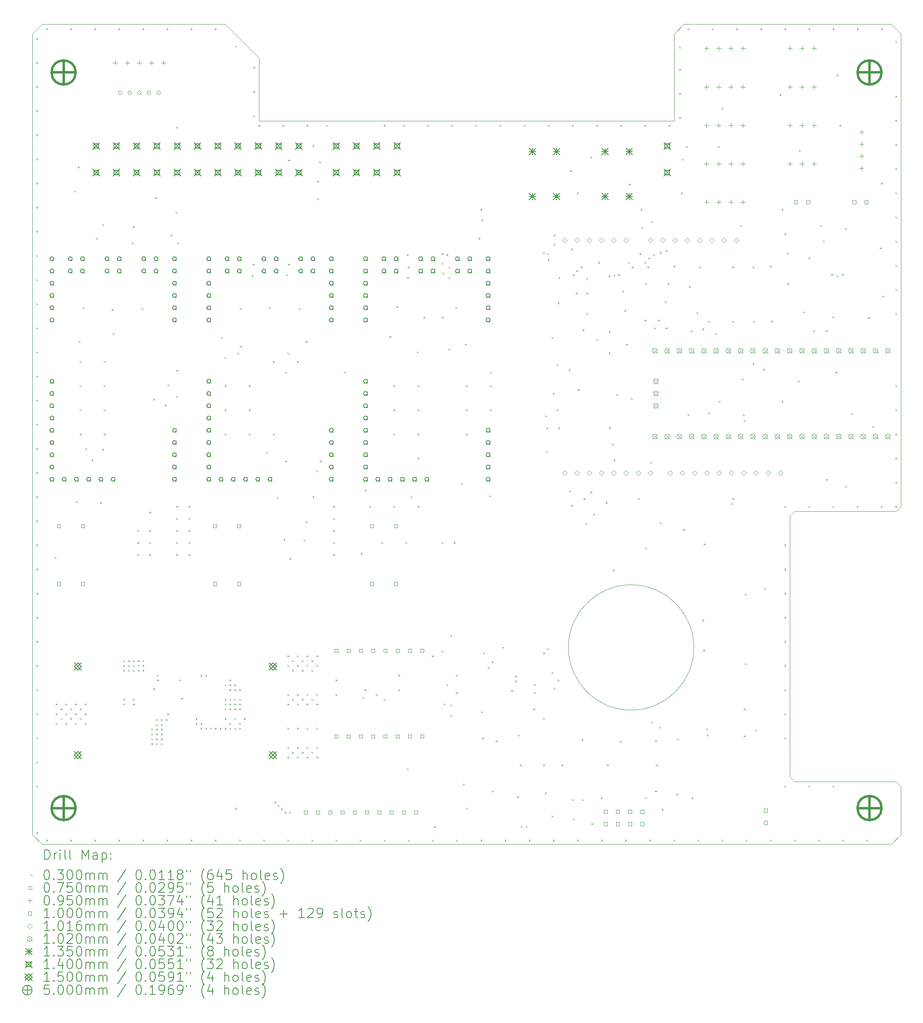
<source format=gbr>
%FSLAX45Y45*%
G04 Gerber Fmt 4.5, Leading zero omitted, Abs format (unit mm)*
G04 Created by KiCad (PCBNEW (6.0.1)) date 2022-04-07 02:13:06*
%MOMM*%
%LPD*%
G01*
G04 APERTURE LIST*
%TA.AperFunction,Profile*%
%ADD10C,0.050000*%
%TD*%
%TA.AperFunction,Profile*%
%ADD11C,0.100000*%
%TD*%
%ADD12C,0.200000*%
%ADD13C,0.030000*%
%ADD14C,0.075000*%
%ADD15C,0.095000*%
%ADD16C,0.100000*%
%ADD17C,0.101600*%
%ADD18C,0.102000*%
%ADD19C,0.135000*%
%ADD20C,0.140000*%
%ADD21C,0.150000*%
%ADD22C,0.500000*%
G04 APERTURE END LIST*
D10*
X2000000Y-18800000D02*
X2000000Y-2200000D01*
X6700000Y-4000000D02*
X6700000Y-2700000D01*
X15300000Y-4000000D02*
X6700000Y-4000000D01*
X15300000Y-2200000D02*
X15300000Y-4000000D01*
X17700000Y-17600000D02*
X17700000Y-12200000D01*
X2000000Y-2200000D02*
X2200000Y-2000000D01*
X17700000Y-12200000D02*
X17800000Y-12100000D01*
X20000000Y-17800000D02*
X19900000Y-17700000D01*
X17800000Y-17700000D02*
X17700000Y-17600000D01*
D11*
X15710000Y-14920000D02*
G75*
G03*
X15710000Y-14920000I-1300000J0D01*
G01*
D10*
X19800000Y-2000000D02*
X20000000Y-2200000D01*
X19800000Y-19000000D02*
X2200000Y-19000000D01*
X19900000Y-12100000D02*
X20000000Y-12000000D01*
X19800000Y-2000000D02*
X15500000Y-2000000D01*
X6000000Y-2000000D02*
X6700000Y-2700000D01*
X20000000Y-12000000D02*
X20000000Y-2200000D01*
X2200000Y-2000000D02*
X6000000Y-2000000D01*
X15500000Y-2000000D02*
X15300000Y-2200000D01*
X17800000Y-12100000D02*
X19900000Y-12100000D01*
X19800000Y-19000000D02*
X20000000Y-18800000D01*
X2000000Y-18800000D02*
X2200000Y-19000000D01*
X19900000Y-17700000D02*
X17800000Y-17700000D01*
X20000000Y-18800000D02*
X20000000Y-17800000D01*
D12*
D13*
X2083413Y-18744853D02*
X2113413Y-18774853D01*
X2113413Y-18744853D02*
X2083413Y-18774853D01*
X2084082Y-2284944D02*
X2114082Y-2314944D01*
X2114082Y-2284944D02*
X2084082Y-2314944D01*
X2084082Y-2784944D02*
X2114082Y-2814944D01*
X2114082Y-2784944D02*
X2084082Y-2814944D01*
X2084082Y-3284944D02*
X2114082Y-3314944D01*
X2114082Y-3284944D02*
X2084082Y-3314944D01*
X2084082Y-3784944D02*
X2114082Y-3814944D01*
X2114082Y-3784944D02*
X2084082Y-3814944D01*
X2084082Y-4284944D02*
X2114082Y-4314944D01*
X2114082Y-4284944D02*
X2084082Y-4314944D01*
X2084082Y-4784944D02*
X2114082Y-4814944D01*
X2114082Y-4784944D02*
X2084082Y-4814944D01*
X2084082Y-5284944D02*
X2114082Y-5314944D01*
X2114082Y-5284944D02*
X2084082Y-5314944D01*
X2084082Y-5784944D02*
X2114082Y-5814944D01*
X2114082Y-5784944D02*
X2084082Y-5814944D01*
X2084082Y-6284944D02*
X2114082Y-6314944D01*
X2114082Y-6284944D02*
X2084082Y-6314944D01*
X2084082Y-6784944D02*
X2114082Y-6814944D01*
X2114082Y-6784944D02*
X2084082Y-6814944D01*
X2084082Y-7284944D02*
X2114082Y-7314944D01*
X2114082Y-7284944D02*
X2084082Y-7314944D01*
X2084082Y-7784944D02*
X2114082Y-7814944D01*
X2114082Y-7784944D02*
X2084082Y-7814944D01*
X2084082Y-8284944D02*
X2114082Y-8314944D01*
X2114082Y-8284944D02*
X2084082Y-8314944D01*
X2084082Y-8784944D02*
X2114082Y-8814944D01*
X2114082Y-8784944D02*
X2084082Y-8814944D01*
X2084082Y-9284944D02*
X2114082Y-9314944D01*
X2114082Y-9284944D02*
X2084082Y-9314944D01*
X2084082Y-9784944D02*
X2114082Y-9814944D01*
X2114082Y-9784944D02*
X2084082Y-9814944D01*
X2084082Y-10284944D02*
X2114082Y-10314944D01*
X2114082Y-10284944D02*
X2084082Y-10314944D01*
X2084082Y-10784944D02*
X2114082Y-10814944D01*
X2114082Y-10784944D02*
X2084082Y-10814944D01*
X2084082Y-11284944D02*
X2114082Y-11314944D01*
X2114082Y-11284944D02*
X2084082Y-11314944D01*
X2084082Y-11784944D02*
X2114082Y-11814944D01*
X2114082Y-11784944D02*
X2084082Y-11814944D01*
X2084082Y-12284944D02*
X2114082Y-12314944D01*
X2114082Y-12284944D02*
X2084082Y-12314944D01*
X2084082Y-12784944D02*
X2114082Y-12814944D01*
X2114082Y-12784944D02*
X2084082Y-12814944D01*
X2084082Y-13284944D02*
X2114082Y-13314944D01*
X2114082Y-13284944D02*
X2084082Y-13314944D01*
X2084082Y-13784944D02*
X2114082Y-13814944D01*
X2114082Y-13784944D02*
X2084082Y-13814944D01*
X2084082Y-14284944D02*
X2114082Y-14314944D01*
X2114082Y-14284944D02*
X2084082Y-14314944D01*
X2084082Y-14784944D02*
X2114082Y-14814944D01*
X2114082Y-14784944D02*
X2084082Y-14814944D01*
X2084082Y-15284944D02*
X2114082Y-15314944D01*
X2114082Y-15284944D02*
X2084082Y-15314944D01*
X2084082Y-15784944D02*
X2114082Y-15814944D01*
X2114082Y-15784944D02*
X2084082Y-15814944D01*
X2084082Y-16284944D02*
X2114082Y-16314944D01*
X2114082Y-16284944D02*
X2084082Y-16314944D01*
X2084082Y-16784944D02*
X2114082Y-16814944D01*
X2114082Y-16784944D02*
X2084082Y-16814944D01*
X2084082Y-17284944D02*
X2114082Y-17314944D01*
X2114082Y-17284944D02*
X2084082Y-17314944D01*
X2084082Y-17784944D02*
X2114082Y-17814944D01*
X2114082Y-17784944D02*
X2084082Y-17814944D01*
X2284783Y-18904842D02*
X2314783Y-18934842D01*
X2314783Y-18904842D02*
X2284783Y-18934842D01*
X2285000Y-2085000D02*
X2315000Y-2115000D01*
X2315000Y-2085000D02*
X2285000Y-2115000D01*
X2465000Y-13045000D02*
X2495000Y-13075000D01*
X2495000Y-13045000D02*
X2465000Y-13075000D01*
X2485000Y-16085000D02*
X2515000Y-16115000D01*
X2515000Y-16085000D02*
X2485000Y-16115000D01*
X2485000Y-16285000D02*
X2515000Y-16315000D01*
X2515000Y-16285000D02*
X2485000Y-16315000D01*
X2485000Y-16485000D02*
X2515000Y-16515000D01*
X2515000Y-16485000D02*
X2485000Y-16515000D01*
X2585000Y-16185000D02*
X2615000Y-16215000D01*
X2615000Y-16185000D02*
X2585000Y-16215000D01*
X2585000Y-16385000D02*
X2615000Y-16415000D01*
X2615000Y-16385000D02*
X2585000Y-16415000D01*
X2685000Y-16085000D02*
X2715000Y-16115000D01*
X2715000Y-16085000D02*
X2685000Y-16115000D01*
X2685000Y-16285000D02*
X2715000Y-16315000D01*
X2715000Y-16285000D02*
X2685000Y-16315000D01*
X2685000Y-16485000D02*
X2715000Y-16515000D01*
X2715000Y-16485000D02*
X2685000Y-16515000D01*
X2784783Y-18904842D02*
X2814783Y-18934842D01*
X2814783Y-18904842D02*
X2784783Y-18934842D01*
X2785000Y-2085000D02*
X2815000Y-2115000D01*
X2815000Y-2085000D02*
X2785000Y-2115000D01*
X2785000Y-16185000D02*
X2815000Y-16215000D01*
X2815000Y-16185000D02*
X2785000Y-16215000D01*
X2785000Y-16385000D02*
X2815000Y-16415000D01*
X2815000Y-16385000D02*
X2785000Y-16415000D01*
X2865000Y-5445000D02*
X2895000Y-5475000D01*
X2895000Y-5445000D02*
X2865000Y-5475000D01*
X2885000Y-16085000D02*
X2915000Y-16115000D01*
X2915000Y-16085000D02*
X2885000Y-16115000D01*
X2885000Y-16285000D02*
X2915000Y-16315000D01*
X2915000Y-16285000D02*
X2885000Y-16315000D01*
X2885000Y-16485000D02*
X2915000Y-16515000D01*
X2915000Y-16485000D02*
X2885000Y-16515000D01*
X2905000Y-11885000D02*
X2935000Y-11915000D01*
X2935000Y-11885000D02*
X2905000Y-11915000D01*
X2945000Y-4945000D02*
X2975000Y-4975000D01*
X2975000Y-4945000D02*
X2945000Y-4975000D01*
X2965000Y-8565000D02*
X2995000Y-8595000D01*
X2995000Y-8565000D02*
X2965000Y-8595000D01*
X2985000Y-8985000D02*
X3015000Y-9015000D01*
X3015000Y-8985000D02*
X2985000Y-9015000D01*
X2985000Y-9485000D02*
X3015000Y-9515000D01*
X3015000Y-9485000D02*
X2985000Y-9515000D01*
X2985000Y-9985000D02*
X3015000Y-10015000D01*
X3015000Y-9985000D02*
X2985000Y-10015000D01*
X2985000Y-10485000D02*
X3015000Y-10515000D01*
X3015000Y-10485000D02*
X2985000Y-10515000D01*
X2985000Y-16185000D02*
X3015000Y-16215000D01*
X3015000Y-16185000D02*
X2985000Y-16215000D01*
X2985000Y-16385000D02*
X3015000Y-16415000D01*
X3015000Y-16385000D02*
X2985000Y-16415000D01*
X3045000Y-7865000D02*
X3075000Y-7895000D01*
X3075000Y-7865000D02*
X3045000Y-7895000D01*
X3085000Y-16085000D02*
X3115000Y-16115000D01*
X3115000Y-16085000D02*
X3085000Y-16115000D01*
X3085000Y-16285000D02*
X3115000Y-16315000D01*
X3115000Y-16285000D02*
X3085000Y-16315000D01*
X3085000Y-16485000D02*
X3115000Y-16515000D01*
X3115000Y-16485000D02*
X3085000Y-16515000D01*
X3105000Y-10785000D02*
X3135000Y-10815000D01*
X3135000Y-10785000D02*
X3105000Y-10815000D01*
X3225000Y-11025000D02*
X3255000Y-11055000D01*
X3255000Y-11025000D02*
X3225000Y-11055000D01*
X3284783Y-18904842D02*
X3314783Y-18934842D01*
X3314783Y-18904842D02*
X3284783Y-18934842D01*
X3285000Y-2085000D02*
X3315000Y-2115000D01*
X3315000Y-2085000D02*
X3285000Y-2115000D01*
X3325000Y-6425000D02*
X3355000Y-6455000D01*
X3355000Y-6425000D02*
X3325000Y-6455000D01*
X3405000Y-11905000D02*
X3435000Y-11935000D01*
X3435000Y-11905000D02*
X3405000Y-11935000D01*
X3445000Y-6145000D02*
X3475000Y-6175000D01*
X3475000Y-6145000D02*
X3445000Y-6175000D01*
X3445000Y-10805000D02*
X3475000Y-10835000D01*
X3475000Y-10805000D02*
X3445000Y-10835000D01*
X3485000Y-8985000D02*
X3515000Y-9015000D01*
X3515000Y-8985000D02*
X3485000Y-9015000D01*
X3485000Y-9485000D02*
X3515000Y-9515000D01*
X3515000Y-9485000D02*
X3485000Y-9515000D01*
X3485000Y-9985000D02*
X3515000Y-10015000D01*
X3515000Y-9985000D02*
X3485000Y-10015000D01*
X3485000Y-10485000D02*
X3515000Y-10515000D01*
X3515000Y-10485000D02*
X3485000Y-10515000D01*
X3645000Y-7905000D02*
X3675000Y-7935000D01*
X3675000Y-7905000D02*
X3645000Y-7935000D01*
X3665000Y-8405000D02*
X3695000Y-8435000D01*
X3695000Y-8405000D02*
X3665000Y-8435000D01*
X3784783Y-18904842D02*
X3814783Y-18934842D01*
X3814783Y-18904842D02*
X3784783Y-18934842D01*
X3785000Y-2085000D02*
X3815000Y-2115000D01*
X3815000Y-2085000D02*
X3785000Y-2115000D01*
X3885000Y-15185000D02*
X3915000Y-15215000D01*
X3915000Y-15185000D02*
X3885000Y-15215000D01*
X3885000Y-15285000D02*
X3915000Y-15315000D01*
X3915000Y-15285000D02*
X3885000Y-15315000D01*
X3885000Y-15385000D02*
X3915000Y-15415000D01*
X3915000Y-15385000D02*
X3885000Y-15415000D01*
X3885000Y-15985000D02*
X3915000Y-16015000D01*
X3915000Y-15985000D02*
X3885000Y-16015000D01*
X3885000Y-16085000D02*
X3915000Y-16115000D01*
X3915000Y-16085000D02*
X3885000Y-16115000D01*
X3985000Y-15185000D02*
X4015000Y-15215000D01*
X4015000Y-15185000D02*
X3985000Y-15215000D01*
X3985000Y-15285000D02*
X4015000Y-15315000D01*
X4015000Y-15285000D02*
X3985000Y-15315000D01*
X3985000Y-15385000D02*
X4015000Y-15415000D01*
X4015000Y-15385000D02*
X3985000Y-15415000D01*
X4065000Y-6525000D02*
X4095000Y-6555000D01*
X4095000Y-6525000D02*
X4065000Y-6555000D01*
X4085000Y-6185000D02*
X4115000Y-6215000D01*
X4115000Y-6185000D02*
X4085000Y-6215000D01*
X4085000Y-15185000D02*
X4115000Y-15215000D01*
X4115000Y-15185000D02*
X4085000Y-15215000D01*
X4085000Y-15285000D02*
X4115000Y-15315000D01*
X4115000Y-15285000D02*
X4085000Y-15315000D01*
X4085000Y-15385000D02*
X4115000Y-15415000D01*
X4115000Y-15385000D02*
X4085000Y-15415000D01*
X4085000Y-15985000D02*
X4115000Y-16015000D01*
X4115000Y-15985000D02*
X4085000Y-16015000D01*
X4085000Y-16085000D02*
X4115000Y-16115000D01*
X4115000Y-16085000D02*
X4085000Y-16115000D01*
X4175000Y-12485000D02*
X4205000Y-12515000D01*
X4205000Y-12485000D02*
X4175000Y-12515000D01*
X4175000Y-12735000D02*
X4205000Y-12765000D01*
X4205000Y-12735000D02*
X4175000Y-12765000D01*
X4175000Y-12985000D02*
X4205000Y-13015000D01*
X4205000Y-12985000D02*
X4175000Y-13015000D01*
X4185000Y-15185000D02*
X4215000Y-15215000D01*
X4215000Y-15185000D02*
X4185000Y-15215000D01*
X4185000Y-15285000D02*
X4215000Y-15315000D01*
X4215000Y-15285000D02*
X4185000Y-15315000D01*
X4185000Y-15385000D02*
X4215000Y-15415000D01*
X4215000Y-15385000D02*
X4185000Y-15415000D01*
X4265000Y-7885000D02*
X4295000Y-7915000D01*
X4295000Y-7885000D02*
X4265000Y-7915000D01*
X4284783Y-18904842D02*
X4314783Y-18934842D01*
X4314783Y-18904842D02*
X4284783Y-18934842D01*
X4285000Y-2085000D02*
X4315000Y-2115000D01*
X4315000Y-2085000D02*
X4285000Y-2115000D01*
X4285000Y-15185000D02*
X4315000Y-15215000D01*
X4315000Y-15185000D02*
X4285000Y-15215000D01*
X4285000Y-15285000D02*
X4315000Y-15315000D01*
X4315000Y-15285000D02*
X4285000Y-15315000D01*
X4285000Y-15385000D02*
X4315000Y-15415000D01*
X4315000Y-15385000D02*
X4285000Y-15415000D01*
X4425000Y-12105000D02*
X4455000Y-12135000D01*
X4455000Y-12105000D02*
X4425000Y-12135000D01*
X4425000Y-12485000D02*
X4455000Y-12515000D01*
X4455000Y-12485000D02*
X4425000Y-12515000D01*
X4425000Y-12735000D02*
X4455000Y-12765000D01*
X4455000Y-12735000D02*
X4425000Y-12765000D01*
X4425000Y-12985000D02*
X4455000Y-13015000D01*
X4455000Y-12985000D02*
X4425000Y-13015000D01*
X4465000Y-16605000D02*
X4495000Y-16635000D01*
X4495000Y-16605000D02*
X4465000Y-16635000D01*
X4465000Y-16705000D02*
X4495000Y-16735000D01*
X4495000Y-16705000D02*
X4465000Y-16735000D01*
X4465000Y-16805000D02*
X4495000Y-16835000D01*
X4495000Y-16805000D02*
X4465000Y-16835000D01*
X4465000Y-16905000D02*
X4495000Y-16935000D01*
X4495000Y-16905000D02*
X4465000Y-16935000D01*
X4505000Y-9765000D02*
X4535000Y-9795000D01*
X4535000Y-9765000D02*
X4505000Y-9795000D01*
X4505000Y-15765000D02*
X4535000Y-15795000D01*
X4535000Y-15765000D02*
X4505000Y-15795000D01*
X4545000Y-5585000D02*
X4575000Y-5615000D01*
X4575000Y-5585000D02*
X4545000Y-5615000D01*
X4565000Y-16405000D02*
X4595000Y-16435000D01*
X4595000Y-16405000D02*
X4565000Y-16435000D01*
X4565000Y-16505000D02*
X4595000Y-16535000D01*
X4595000Y-16505000D02*
X4565000Y-16535000D01*
X4565000Y-16605000D02*
X4595000Y-16635000D01*
X4595000Y-16605000D02*
X4565000Y-16635000D01*
X4565000Y-16705000D02*
X4595000Y-16735000D01*
X4595000Y-16705000D02*
X4565000Y-16735000D01*
X4565000Y-16805000D02*
X4595000Y-16835000D01*
X4595000Y-16805000D02*
X4565000Y-16835000D01*
X4565000Y-16905000D02*
X4595000Y-16935000D01*
X4595000Y-16905000D02*
X4565000Y-16935000D01*
X4585000Y-15485000D02*
X4615000Y-15515000D01*
X4615000Y-15485000D02*
X4585000Y-15515000D01*
X4585000Y-15585000D02*
X4615000Y-15615000D01*
X4615000Y-15585000D02*
X4585000Y-15615000D01*
X4665000Y-16405000D02*
X4695000Y-16435000D01*
X4695000Y-16405000D02*
X4665000Y-16435000D01*
X4665000Y-16505000D02*
X4695000Y-16535000D01*
X4695000Y-16505000D02*
X4665000Y-16535000D01*
X4665000Y-16605000D02*
X4695000Y-16635000D01*
X4695000Y-16605000D02*
X4665000Y-16635000D01*
X4665000Y-16705000D02*
X4695000Y-16735000D01*
X4695000Y-16705000D02*
X4665000Y-16735000D01*
X4665000Y-16805000D02*
X4695000Y-16835000D01*
X4695000Y-16805000D02*
X4665000Y-16835000D01*
X4665000Y-16905000D02*
X4695000Y-16935000D01*
X4695000Y-16905000D02*
X4665000Y-16935000D01*
X4745000Y-9885000D02*
X4775000Y-9915000D01*
X4775000Y-9885000D02*
X4745000Y-9915000D01*
X4765000Y-16405000D02*
X4795000Y-16435000D01*
X4795000Y-16405000D02*
X4765000Y-16435000D01*
X4784783Y-18904842D02*
X4814783Y-18934842D01*
X4814783Y-18904842D02*
X4784783Y-18934842D01*
X4785000Y-2085000D02*
X4815000Y-2115000D01*
X4815000Y-2085000D02*
X4785000Y-2115000D01*
X4795000Y-16285000D02*
X4825000Y-16315000D01*
X4825000Y-16285000D02*
X4795000Y-16315000D01*
X4805000Y-9465000D02*
X4835000Y-9495000D01*
X4835000Y-9465000D02*
X4805000Y-9495000D01*
X4865000Y-6365000D02*
X4895000Y-6395000D01*
X4895000Y-6365000D02*
X4865000Y-6395000D01*
X4965000Y-5885000D02*
X4995000Y-5915000D01*
X4995000Y-5885000D02*
X4965000Y-5915000D01*
X4985000Y-4125000D02*
X5015000Y-4155000D01*
X5015000Y-4125000D02*
X4985000Y-4155000D01*
X4985000Y-9165000D02*
X5015000Y-9195000D01*
X5015000Y-9165000D02*
X4985000Y-9195000D01*
X4985000Y-9705000D02*
X5015000Y-9735000D01*
X5015000Y-9705000D02*
X4985000Y-9735000D01*
X4985000Y-11985000D02*
X5015000Y-12015000D01*
X5015000Y-11985000D02*
X4985000Y-12015000D01*
X4985000Y-12235000D02*
X5015000Y-12265000D01*
X5015000Y-12235000D02*
X4985000Y-12265000D01*
X4985000Y-12485000D02*
X5015000Y-12515000D01*
X5015000Y-12485000D02*
X4985000Y-12515000D01*
X4985000Y-12735000D02*
X5015000Y-12765000D01*
X5015000Y-12735000D02*
X4985000Y-12765000D01*
X4985000Y-12985000D02*
X5015000Y-13015000D01*
X5015000Y-12985000D02*
X4985000Y-13015000D01*
X5005000Y-6525000D02*
X5035000Y-6555000D01*
X5035000Y-6525000D02*
X5005000Y-6555000D01*
X5045000Y-15585000D02*
X5075000Y-15615000D01*
X5075000Y-15585000D02*
X5045000Y-15615000D01*
X5085000Y-15965000D02*
X5115000Y-15995000D01*
X5115000Y-15965000D02*
X5085000Y-15995000D01*
X5235000Y-11985000D02*
X5265000Y-12015000D01*
X5265000Y-11985000D02*
X5235000Y-12015000D01*
X5235000Y-12235000D02*
X5265000Y-12265000D01*
X5265000Y-12235000D02*
X5235000Y-12265000D01*
X5235000Y-12485000D02*
X5265000Y-12515000D01*
X5265000Y-12485000D02*
X5235000Y-12515000D01*
X5235000Y-12735000D02*
X5265000Y-12765000D01*
X5265000Y-12735000D02*
X5235000Y-12765000D01*
X5235000Y-12985000D02*
X5265000Y-13015000D01*
X5265000Y-12985000D02*
X5235000Y-13015000D01*
X5284783Y-18904842D02*
X5314783Y-18934842D01*
X5314783Y-18904842D02*
X5284783Y-18934842D01*
X5285000Y-2085000D02*
X5315000Y-2115000D01*
X5315000Y-2085000D02*
X5285000Y-2115000D01*
X5385000Y-16385000D02*
X5415000Y-16415000D01*
X5415000Y-16385000D02*
X5385000Y-16415000D01*
X5385000Y-16485000D02*
X5415000Y-16515000D01*
X5415000Y-16485000D02*
X5385000Y-16515000D01*
X5485000Y-15485000D02*
X5515000Y-15515000D01*
X5515000Y-15485000D02*
X5485000Y-15515000D01*
X5485000Y-16485000D02*
X5515000Y-16515000D01*
X5515000Y-16485000D02*
X5485000Y-16515000D01*
X5485000Y-16585000D02*
X5515000Y-16615000D01*
X5515000Y-16585000D02*
X5485000Y-16615000D01*
X5585000Y-15485000D02*
X5615000Y-15515000D01*
X5615000Y-15485000D02*
X5585000Y-15515000D01*
X5585000Y-16585000D02*
X5615000Y-16615000D01*
X5615000Y-16585000D02*
X5585000Y-16615000D01*
X5685000Y-16585000D02*
X5715000Y-16615000D01*
X5715000Y-16585000D02*
X5685000Y-16615000D01*
X5784783Y-18904842D02*
X5814783Y-18934842D01*
X5814783Y-18904842D02*
X5784783Y-18934842D01*
X5785000Y-2085000D02*
X5815000Y-2115000D01*
X5815000Y-2085000D02*
X5785000Y-2115000D01*
X5785000Y-16585000D02*
X5815000Y-16615000D01*
X5815000Y-16585000D02*
X5785000Y-16615000D01*
X5885000Y-16585000D02*
X5915000Y-16615000D01*
X5915000Y-16585000D02*
X5885000Y-16615000D01*
X5905000Y-8485000D02*
X5935000Y-8515000D01*
X5935000Y-8485000D02*
X5905000Y-8515000D01*
X5985000Y-8904901D02*
X6015000Y-8934901D01*
X6015000Y-8904901D02*
X5985000Y-8934901D01*
X5985000Y-9485000D02*
X6015000Y-9515000D01*
X6015000Y-9485000D02*
X5985000Y-9515000D01*
X5985000Y-9985000D02*
X6015000Y-10015000D01*
X6015000Y-9985000D02*
X5985000Y-10015000D01*
X5985000Y-10485000D02*
X6015000Y-10515000D01*
X6015000Y-10485000D02*
X5985000Y-10515000D01*
X5985000Y-15685000D02*
X6015000Y-15715000D01*
X6015000Y-15685000D02*
X5985000Y-15715000D01*
X5985000Y-15985000D02*
X6015000Y-16015000D01*
X6015000Y-15985000D02*
X5985000Y-16015000D01*
X5985000Y-16085000D02*
X6015000Y-16115000D01*
X6015000Y-16085000D02*
X5985000Y-16115000D01*
X5985000Y-16185000D02*
X6015000Y-16215000D01*
X6015000Y-16185000D02*
X5985000Y-16215000D01*
X5985000Y-16385000D02*
X6015000Y-16415000D01*
X6015000Y-16385000D02*
X5985000Y-16415000D01*
X5985000Y-16585000D02*
X6015000Y-16615000D01*
X6015000Y-16585000D02*
X5985000Y-16615000D01*
X6085000Y-15585000D02*
X6115000Y-15615000D01*
X6115000Y-15585000D02*
X6085000Y-15615000D01*
X6085000Y-15685000D02*
X6115000Y-15715000D01*
X6115000Y-15685000D02*
X6085000Y-15715000D01*
X6085000Y-15785000D02*
X6115000Y-15815000D01*
X6115000Y-15785000D02*
X6085000Y-15815000D01*
X6085000Y-15985000D02*
X6115000Y-16015000D01*
X6115000Y-15985000D02*
X6085000Y-16015000D01*
X6085000Y-16085000D02*
X6115000Y-16115000D01*
X6115000Y-16085000D02*
X6085000Y-16115000D01*
X6085000Y-16185000D02*
X6115000Y-16215000D01*
X6115000Y-16185000D02*
X6085000Y-16215000D01*
X6085000Y-16485000D02*
X6115000Y-16515000D01*
X6115000Y-16485000D02*
X6085000Y-16515000D01*
X6085000Y-16585000D02*
X6115000Y-16615000D01*
X6115000Y-16585000D02*
X6085000Y-16615000D01*
X6185000Y-15685000D02*
X6215000Y-15715000D01*
X6215000Y-15685000D02*
X6185000Y-15715000D01*
X6185000Y-15785000D02*
X6215000Y-15815000D01*
X6215000Y-15785000D02*
X6185000Y-15815000D01*
X6185000Y-15985000D02*
X6215000Y-16015000D01*
X6215000Y-15985000D02*
X6185000Y-16015000D01*
X6185000Y-16085000D02*
X6215000Y-16115000D01*
X6215000Y-16085000D02*
X6185000Y-16115000D01*
X6185000Y-16185000D02*
X6215000Y-16215000D01*
X6215000Y-16185000D02*
X6185000Y-16215000D01*
X6185000Y-16385000D02*
X6215000Y-16415000D01*
X6215000Y-16385000D02*
X6185000Y-16415000D01*
X6185000Y-16585000D02*
X6215000Y-16615000D01*
X6215000Y-16585000D02*
X6185000Y-16615000D01*
X6205000Y-2445000D02*
X6235000Y-2475000D01*
X6235000Y-2445000D02*
X6205000Y-2475000D01*
X6205000Y-18245000D02*
X6235000Y-18275000D01*
X6235000Y-18245000D02*
X6205000Y-18275000D01*
X6251016Y-8803767D02*
X6281016Y-8833767D01*
X6281016Y-8803767D02*
X6251016Y-8833767D01*
X6284783Y-18904842D02*
X6314783Y-18934842D01*
X6314783Y-18904842D02*
X6284783Y-18934842D01*
X6285000Y-15785000D02*
X6315000Y-15815000D01*
X6315000Y-15785000D02*
X6285000Y-15815000D01*
X6285000Y-15985000D02*
X6315000Y-16015000D01*
X6315000Y-15985000D02*
X6285000Y-16015000D01*
X6285000Y-16085000D02*
X6315000Y-16115000D01*
X6315000Y-16085000D02*
X6285000Y-16115000D01*
X6285000Y-16185000D02*
X6315000Y-16215000D01*
X6315000Y-16185000D02*
X6285000Y-16215000D01*
X6285000Y-16485000D02*
X6315000Y-16515000D01*
X6315000Y-16485000D02*
X6285000Y-16515000D01*
X6285000Y-16585000D02*
X6315000Y-16615000D01*
X6315000Y-16585000D02*
X6285000Y-16615000D01*
X6305000Y-7885000D02*
X6335000Y-7915000D01*
X6335000Y-7885000D02*
X6305000Y-7915000D01*
X6305000Y-8665000D02*
X6335000Y-8695000D01*
X6335000Y-8665000D02*
X6305000Y-8695000D01*
X6385000Y-16385000D02*
X6415000Y-16415000D01*
X6415000Y-16385000D02*
X6385000Y-16415000D01*
X6485000Y-9485000D02*
X6515000Y-9515000D01*
X6515000Y-9485000D02*
X6485000Y-9515000D01*
X6485000Y-9985000D02*
X6515000Y-10015000D01*
X6515000Y-9985000D02*
X6485000Y-10015000D01*
X6485000Y-10485000D02*
X6515000Y-10515000D01*
X6515000Y-10485000D02*
X6485000Y-10515000D01*
X6545000Y-7205000D02*
X6575000Y-7235000D01*
X6575000Y-7205000D02*
X6545000Y-7235000D01*
X6565000Y-6965000D02*
X6595000Y-6995000D01*
X6595000Y-6965000D02*
X6565000Y-6995000D01*
X6584123Y-2884725D02*
X6614123Y-2914725D01*
X6614123Y-2884725D02*
X6584123Y-2914725D01*
X6584123Y-3384725D02*
X6614123Y-3414725D01*
X6614123Y-3384725D02*
X6584123Y-3414725D01*
X6584123Y-3884725D02*
X6614123Y-3914725D01*
X6614123Y-3884725D02*
X6584123Y-3914725D01*
X6685000Y-4085000D02*
X6715000Y-4115000D01*
X6715000Y-4085000D02*
X6685000Y-4115000D01*
X6784783Y-18904842D02*
X6814783Y-18934842D01*
X6814783Y-18904842D02*
X6784783Y-18934842D01*
X6845000Y-10865000D02*
X6875000Y-10895000D01*
X6875000Y-10865000D02*
X6845000Y-10895000D01*
X6905000Y-7865000D02*
X6935000Y-7895000D01*
X6935000Y-7865000D02*
X6905000Y-7895000D01*
X6985000Y-8985000D02*
X7015000Y-9015000D01*
X7015000Y-8985000D02*
X6985000Y-9015000D01*
X6985000Y-10485000D02*
X7015000Y-10515000D01*
X7015000Y-10485000D02*
X6985000Y-10515000D01*
X7015000Y-18115000D02*
X7045000Y-18145000D01*
X7045000Y-18115000D02*
X7015000Y-18145000D01*
X7065000Y-11805000D02*
X7095000Y-11835000D01*
X7095000Y-11805000D02*
X7065000Y-11835000D01*
X7085000Y-18185000D02*
X7115000Y-18215000D01*
X7115000Y-18185000D02*
X7085000Y-18215000D01*
X7155000Y-18255000D02*
X7185000Y-18285000D01*
X7185000Y-18255000D02*
X7155000Y-18285000D01*
X7185000Y-4085000D02*
X7215000Y-4115000D01*
X7215000Y-4085000D02*
X7185000Y-4115000D01*
X7205000Y-12665000D02*
X7235000Y-12695000D01*
X7235000Y-12665000D02*
X7205000Y-12695000D01*
X7225000Y-18325000D02*
X7255000Y-18355000D01*
X7255000Y-18325000D02*
X7225000Y-18355000D01*
X7245000Y-9205000D02*
X7275000Y-9235000D01*
X7275000Y-9205000D02*
X7245000Y-9235000D01*
X7245000Y-11045000D02*
X7275000Y-11075000D01*
X7275000Y-11045000D02*
X7245000Y-11075000D01*
X7265000Y-7185000D02*
X7295000Y-7215000D01*
X7295000Y-7185000D02*
X7265000Y-7215000D01*
X7284783Y-18904842D02*
X7314783Y-18934842D01*
X7314783Y-18904842D02*
X7284783Y-18934842D01*
X7285000Y-8805000D02*
X7315000Y-8835000D01*
X7315000Y-8805000D02*
X7285000Y-8835000D01*
X7285000Y-15085000D02*
X7315000Y-15115000D01*
X7315000Y-15085000D02*
X7285000Y-15115000D01*
X7285000Y-15285000D02*
X7315000Y-15315000D01*
X7315000Y-15285000D02*
X7285000Y-15315000D01*
X7285000Y-15885000D02*
X7315000Y-15915000D01*
X7315000Y-15885000D02*
X7285000Y-15915000D01*
X7285000Y-16085000D02*
X7315000Y-16115000D01*
X7315000Y-16085000D02*
X7285000Y-16115000D01*
X7285000Y-16585000D02*
X7315000Y-16615000D01*
X7315000Y-16585000D02*
X7285000Y-16615000D01*
X7285000Y-16985000D02*
X7315000Y-17015000D01*
X7315000Y-16985000D02*
X7285000Y-17015000D01*
X7285000Y-17185000D02*
X7315000Y-17215000D01*
X7315000Y-17185000D02*
X7285000Y-17215000D01*
X7305000Y-4805000D02*
X7335000Y-4835000D01*
X7335000Y-4805000D02*
X7305000Y-4835000D01*
X7305000Y-6965000D02*
X7335000Y-6995000D01*
X7335000Y-6965000D02*
X7305000Y-6995000D01*
X7325000Y-13065000D02*
X7355000Y-13095000D01*
X7355000Y-13065000D02*
X7325000Y-13095000D01*
X7325000Y-18325000D02*
X7355000Y-18355000D01*
X7355000Y-18325000D02*
X7325000Y-18355000D01*
X7385000Y-15185000D02*
X7415000Y-15215000D01*
X7415000Y-15185000D02*
X7385000Y-15215000D01*
X7385000Y-15385000D02*
X7415000Y-15415000D01*
X7415000Y-15385000D02*
X7385000Y-15415000D01*
X7385000Y-15985000D02*
X7415000Y-16015000D01*
X7415000Y-15985000D02*
X7385000Y-16015000D01*
X7385000Y-17085000D02*
X7415000Y-17115000D01*
X7415000Y-17085000D02*
X7385000Y-17115000D01*
X7485000Y-8985000D02*
X7515000Y-9015000D01*
X7515000Y-8985000D02*
X7485000Y-9015000D01*
X7485000Y-15085000D02*
X7515000Y-15115000D01*
X7515000Y-15085000D02*
X7485000Y-15115000D01*
X7485000Y-15285000D02*
X7515000Y-15315000D01*
X7515000Y-15285000D02*
X7485000Y-15315000D01*
X7485000Y-15885000D02*
X7515000Y-15915000D01*
X7515000Y-15885000D02*
X7485000Y-15915000D01*
X7485000Y-16085000D02*
X7515000Y-16115000D01*
X7515000Y-16085000D02*
X7485000Y-16115000D01*
X7485000Y-16585000D02*
X7515000Y-16615000D01*
X7515000Y-16585000D02*
X7485000Y-16615000D01*
X7485000Y-16985000D02*
X7515000Y-17015000D01*
X7515000Y-16985000D02*
X7485000Y-17015000D01*
X7485000Y-17185000D02*
X7515000Y-17215000D01*
X7515000Y-17185000D02*
X7485000Y-17215000D01*
X7525000Y-7885000D02*
X7555000Y-7915000D01*
X7555000Y-7885000D02*
X7525000Y-7915000D01*
X7585000Y-15185000D02*
X7615000Y-15215000D01*
X7615000Y-15185000D02*
X7585000Y-15215000D01*
X7585000Y-15385000D02*
X7615000Y-15415000D01*
X7615000Y-15385000D02*
X7585000Y-15415000D01*
X7585000Y-15985000D02*
X7615000Y-16015000D01*
X7615000Y-15985000D02*
X7585000Y-16015000D01*
X7585000Y-17085000D02*
X7615000Y-17115000D01*
X7615000Y-17085000D02*
X7585000Y-17115000D01*
X7625000Y-12685000D02*
X7655000Y-12715000D01*
X7655000Y-12685000D02*
X7625000Y-12715000D01*
X7665000Y-8565000D02*
X7695000Y-8595000D01*
X7695000Y-8565000D02*
X7665000Y-8595000D01*
X7665000Y-12305000D02*
X7695000Y-12335000D01*
X7695000Y-12305000D02*
X7665000Y-12335000D01*
X7685000Y-4085000D02*
X7715000Y-4115000D01*
X7715000Y-4085000D02*
X7685000Y-4115000D01*
X7685000Y-15085000D02*
X7715000Y-15115000D01*
X7715000Y-15085000D02*
X7685000Y-15115000D01*
X7685000Y-15285000D02*
X7715000Y-15315000D01*
X7715000Y-15285000D02*
X7685000Y-15315000D01*
X7685000Y-15885000D02*
X7715000Y-15915000D01*
X7715000Y-15885000D02*
X7685000Y-15915000D01*
X7685000Y-16085000D02*
X7715000Y-16115000D01*
X7715000Y-16085000D02*
X7685000Y-16115000D01*
X7685000Y-16585000D02*
X7715000Y-16615000D01*
X7715000Y-16585000D02*
X7685000Y-16615000D01*
X7685000Y-16985000D02*
X7715000Y-17015000D01*
X7715000Y-16985000D02*
X7685000Y-17015000D01*
X7685000Y-17185000D02*
X7715000Y-17215000D01*
X7715000Y-17185000D02*
X7685000Y-17215000D01*
X7784783Y-18904842D02*
X7814783Y-18934842D01*
X7814783Y-18904842D02*
X7784783Y-18934842D01*
X7785000Y-15185000D02*
X7815000Y-15215000D01*
X7815000Y-15185000D02*
X7785000Y-15215000D01*
X7785000Y-15385000D02*
X7815000Y-15415000D01*
X7815000Y-15385000D02*
X7785000Y-15415000D01*
X7785000Y-15985000D02*
X7815000Y-16015000D01*
X7815000Y-15985000D02*
X7785000Y-16015000D01*
X7785000Y-17085000D02*
X7815000Y-17115000D01*
X7815000Y-17085000D02*
X7785000Y-17115000D01*
X7805000Y-4505000D02*
X7835000Y-4535000D01*
X7835000Y-4505000D02*
X7805000Y-4535000D01*
X7805000Y-11785000D02*
X7835000Y-11815000D01*
X7835000Y-11785000D02*
X7805000Y-11815000D01*
X7885000Y-11245000D02*
X7915000Y-11275000D01*
X7915000Y-11245000D02*
X7885000Y-11275000D01*
X7885000Y-15085000D02*
X7915000Y-15115000D01*
X7915000Y-15085000D02*
X7885000Y-15115000D01*
X7885000Y-15285000D02*
X7915000Y-15315000D01*
X7915000Y-15285000D02*
X7885000Y-15315000D01*
X7885000Y-15885000D02*
X7915000Y-15915000D01*
X7915000Y-15885000D02*
X7885000Y-15915000D01*
X7885000Y-16085000D02*
X7915000Y-16115000D01*
X7915000Y-16085000D02*
X7885000Y-16115000D01*
X7885000Y-16585000D02*
X7915000Y-16615000D01*
X7915000Y-16585000D02*
X7885000Y-16615000D01*
X7885000Y-16985000D02*
X7915000Y-17015000D01*
X7915000Y-16985000D02*
X7885000Y-17015000D01*
X7885000Y-17185000D02*
X7915000Y-17215000D01*
X7915000Y-17185000D02*
X7885000Y-17215000D01*
X7905000Y-5245000D02*
X7935000Y-5275000D01*
X7935000Y-5245000D02*
X7905000Y-5275000D01*
X7905000Y-5605000D02*
X7935000Y-5635000D01*
X7935000Y-5605000D02*
X7905000Y-5635000D01*
X7945000Y-4845000D02*
X7975000Y-4875000D01*
X7975000Y-4845000D02*
X7945000Y-4875000D01*
X7965000Y-11045000D02*
X7995000Y-11075000D01*
X7995000Y-11045000D02*
X7965000Y-11075000D01*
X8085000Y-4085000D02*
X8115000Y-4115000D01*
X8115000Y-4085000D02*
X8085000Y-4115000D01*
X8235000Y-11985000D02*
X8265000Y-12015000D01*
X8265000Y-11985000D02*
X8235000Y-12015000D01*
X8235000Y-12235000D02*
X8265000Y-12265000D01*
X8265000Y-12235000D02*
X8235000Y-12265000D01*
X8235000Y-12485000D02*
X8265000Y-12515000D01*
X8265000Y-12485000D02*
X8235000Y-12515000D01*
X8235000Y-12735000D02*
X8265000Y-12765000D01*
X8265000Y-12735000D02*
X8235000Y-12765000D01*
X8235000Y-12985000D02*
X8265000Y-13015000D01*
X8265000Y-12985000D02*
X8235000Y-13015000D01*
X8284783Y-18904842D02*
X8314783Y-18934842D01*
X8314783Y-18904842D02*
X8284783Y-18934842D01*
X8285000Y-15585000D02*
X8315000Y-15615000D01*
X8315000Y-15585000D02*
X8285000Y-15615000D01*
X8285000Y-15885000D02*
X8315000Y-15915000D01*
X8315000Y-15885000D02*
X8285000Y-15915000D01*
X8465000Y-9205000D02*
X8495000Y-9235000D01*
X8495000Y-9205000D02*
X8465000Y-9235000D01*
X8784783Y-18904842D02*
X8814783Y-18934842D01*
X8814783Y-18904842D02*
X8784783Y-18934842D01*
X8805000Y-12965000D02*
X8835000Y-12995000D01*
X8835000Y-12965000D02*
X8805000Y-12995000D01*
X8845000Y-15945000D02*
X8875000Y-15975000D01*
X8875000Y-15945000D02*
X8845000Y-15975000D01*
X8885000Y-11645000D02*
X8915000Y-11675000D01*
X8915000Y-11645000D02*
X8885000Y-11675000D01*
X8885000Y-15785000D02*
X8915000Y-15815000D01*
X8915000Y-15785000D02*
X8885000Y-15815000D01*
X8985000Y-11985000D02*
X9015000Y-12015000D01*
X9015000Y-11985000D02*
X8985000Y-12015000D01*
X9125000Y-15885000D02*
X9155000Y-15915000D01*
X9155000Y-15885000D02*
X9125000Y-15915000D01*
X9235000Y-12735000D02*
X9265000Y-12765000D01*
X9265000Y-12735000D02*
X9235000Y-12765000D01*
X9284783Y-18904842D02*
X9314783Y-18934842D01*
X9314783Y-18904842D02*
X9284783Y-18934842D01*
X9285000Y-4085000D02*
X9315000Y-4115000D01*
X9315000Y-4085000D02*
X9285000Y-4115000D01*
X9285000Y-15985000D02*
X9315000Y-16015000D01*
X9315000Y-15985000D02*
X9285000Y-16015000D01*
X9405000Y-8465000D02*
X9435000Y-8495000D01*
X9435000Y-8465000D02*
X9405000Y-8495000D01*
X9485000Y-9485000D02*
X9515000Y-9515000D01*
X9515000Y-9485000D02*
X9485000Y-9515000D01*
X9485000Y-9985000D02*
X9515000Y-10015000D01*
X9515000Y-9985000D02*
X9485000Y-10015000D01*
X9485000Y-10485000D02*
X9515000Y-10515000D01*
X9515000Y-10485000D02*
X9485000Y-10515000D01*
X9485000Y-11985000D02*
X9515000Y-12015000D01*
X9515000Y-11985000D02*
X9485000Y-12015000D01*
X9545000Y-7845000D02*
X9575000Y-7875000D01*
X9575000Y-7845000D02*
X9545000Y-7875000D01*
X9585000Y-15485000D02*
X9615000Y-15515000D01*
X9615000Y-15485000D02*
X9585000Y-15515000D01*
X9585000Y-15785000D02*
X9615000Y-15815000D01*
X9615000Y-15785000D02*
X9585000Y-15815000D01*
X9685000Y-4085000D02*
X9715000Y-4115000D01*
X9715000Y-4085000D02*
X9685000Y-4115000D01*
X9735000Y-12735000D02*
X9765000Y-12765000D01*
X9765000Y-12735000D02*
X9735000Y-12765000D01*
X9763614Y-6766386D02*
X9793614Y-6796386D01*
X9793614Y-6766386D02*
X9763614Y-6796386D01*
X9765000Y-7245000D02*
X9795000Y-7275000D01*
X9795000Y-7245000D02*
X9765000Y-7275000D01*
X9765000Y-17425000D02*
X9795000Y-17455000D01*
X9795000Y-17425000D02*
X9765000Y-17455000D01*
X9784783Y-18904842D02*
X9814783Y-18934842D01*
X9814783Y-18904842D02*
X9784783Y-18934842D01*
X9785000Y-7025000D02*
X9815000Y-7055000D01*
X9815000Y-7025000D02*
X9785000Y-7055000D01*
X9845000Y-11785000D02*
X9875000Y-11815000D01*
X9875000Y-11785000D02*
X9845000Y-11815000D01*
X9965000Y-8785000D02*
X9995000Y-8815000D01*
X9995000Y-8785000D02*
X9965000Y-8815000D01*
X9985000Y-9485000D02*
X10015000Y-9515000D01*
X10015000Y-9485000D02*
X9985000Y-9515000D01*
X9985000Y-9985000D02*
X10015000Y-10015000D01*
X10015000Y-9985000D02*
X9985000Y-10015000D01*
X9985000Y-10485000D02*
X10015000Y-10515000D01*
X10015000Y-10485000D02*
X9985000Y-10515000D01*
X9985000Y-10985000D02*
X10015000Y-11015000D01*
X10015000Y-10985000D02*
X9985000Y-11015000D01*
X9985000Y-11985000D02*
X10015000Y-12015000D01*
X10015000Y-11985000D02*
X9985000Y-12015000D01*
X10105000Y-8065000D02*
X10135000Y-8095000D01*
X10135000Y-8065000D02*
X10105000Y-8095000D01*
X10185000Y-4085000D02*
X10215000Y-4115000D01*
X10215000Y-4085000D02*
X10185000Y-4115000D01*
X10284783Y-18904842D02*
X10314783Y-18934842D01*
X10314783Y-18904842D02*
X10284783Y-18934842D01*
X10285000Y-15085000D02*
X10315000Y-15115000D01*
X10315000Y-15085000D02*
X10285000Y-15115000D01*
X10325000Y-18625000D02*
X10355000Y-18655000D01*
X10355000Y-18625000D02*
X10325000Y-18655000D01*
X10485000Y-6745000D02*
X10515000Y-6775000D01*
X10515000Y-6745000D02*
X10485000Y-6775000D01*
X10485000Y-6945000D02*
X10515000Y-6975000D01*
X10515000Y-6945000D02*
X10485000Y-6975000D01*
X10485000Y-8065000D02*
X10515000Y-8095000D01*
X10515000Y-8065000D02*
X10485000Y-8095000D01*
X10485000Y-12735000D02*
X10515000Y-12765000D01*
X10515000Y-12735000D02*
X10485000Y-12765000D01*
X10485000Y-14985000D02*
X10515000Y-15015000D01*
X10515000Y-14985000D02*
X10485000Y-15015000D01*
X10505000Y-7145000D02*
X10535000Y-7175000D01*
X10535000Y-7145000D02*
X10505000Y-7175000D01*
X10525000Y-16085000D02*
X10555000Y-16115000D01*
X10555000Y-16085000D02*
X10525000Y-16115000D01*
X10585000Y-6765000D02*
X10615000Y-6795000D01*
X10615000Y-6765000D02*
X10585000Y-6795000D01*
X10585000Y-15685000D02*
X10615000Y-15715000D01*
X10615000Y-15685000D02*
X10585000Y-15715000D01*
X10625000Y-7025000D02*
X10655000Y-7055000D01*
X10655000Y-7025000D02*
X10625000Y-7055000D01*
X10625000Y-7245000D02*
X10655000Y-7275000D01*
X10655000Y-7245000D02*
X10625000Y-7275000D01*
X10625000Y-8725000D02*
X10655000Y-8755000D01*
X10655000Y-8725000D02*
X10625000Y-8755000D01*
X10665000Y-14665000D02*
X10695000Y-14695000D01*
X10695000Y-14665000D02*
X10665000Y-14695000D01*
X10665000Y-16105000D02*
X10695000Y-16135000D01*
X10695000Y-16105000D02*
X10665000Y-16135000D01*
X10667998Y-16322002D02*
X10697998Y-16352002D01*
X10697998Y-16322002D02*
X10667998Y-16352002D01*
X10685000Y-4085000D02*
X10715000Y-4115000D01*
X10715000Y-4085000D02*
X10685000Y-4115000D01*
X10735000Y-12735000D02*
X10765000Y-12765000D01*
X10765000Y-12735000D02*
X10735000Y-12765000D01*
X10765000Y-7865000D02*
X10795000Y-7895000D01*
X10795000Y-7865000D02*
X10765000Y-7895000D01*
X10784783Y-18904842D02*
X10814783Y-18934842D01*
X10814783Y-18904842D02*
X10784783Y-18934842D01*
X10785000Y-15485000D02*
X10815000Y-15515000D01*
X10815000Y-15485000D02*
X10785000Y-15515000D01*
X10785000Y-15845000D02*
X10815000Y-15875000D01*
X10815000Y-15845000D02*
X10785000Y-15875000D01*
X10885000Y-11505000D02*
X10915000Y-11535000D01*
X10915000Y-11505000D02*
X10885000Y-11535000D01*
X10925000Y-17745000D02*
X10955000Y-17775000D01*
X10955000Y-17745000D02*
X10925000Y-17775000D01*
X10965000Y-8625000D02*
X10995000Y-8655000D01*
X10995000Y-8625000D02*
X10965000Y-8655000D01*
X10985000Y-9485000D02*
X11015000Y-9515000D01*
X11015000Y-9485000D02*
X10985000Y-9515000D01*
X10985000Y-9985000D02*
X11015000Y-10015000D01*
X11015000Y-9985000D02*
X10985000Y-10015000D01*
X10985000Y-10485000D02*
X11015000Y-10515000D01*
X11015000Y-10485000D02*
X10985000Y-10515000D01*
X10985000Y-18245000D02*
X11015000Y-18275000D01*
X11015000Y-18245000D02*
X10985000Y-18275000D01*
X11185000Y-4085000D02*
X11215000Y-4115000D01*
X11215000Y-4085000D02*
X11185000Y-4115000D01*
X11245000Y-6425000D02*
X11275000Y-6455000D01*
X11275000Y-6425000D02*
X11245000Y-6455000D01*
X11284783Y-18904842D02*
X11314783Y-18934842D01*
X11314783Y-18904842D02*
X11284783Y-18934842D01*
X11285050Y-5825000D02*
X11315050Y-5855000D01*
X11315050Y-5825000D02*
X11285050Y-5855000D01*
X11305000Y-6045000D02*
X11335000Y-6075000D01*
X11335000Y-6045000D02*
X11305000Y-6075000D01*
X11305000Y-16245000D02*
X11335000Y-16275000D01*
X11335000Y-16245000D02*
X11305000Y-16275000D01*
X11325000Y-16785000D02*
X11355000Y-16815000D01*
X11355000Y-16785000D02*
X11325000Y-16815000D01*
X11345000Y-15025000D02*
X11375000Y-15055000D01*
X11375000Y-15025000D02*
X11345000Y-15055000D01*
X11445000Y-15325000D02*
X11475000Y-15355000D01*
X11475000Y-15325000D02*
X11445000Y-15355000D01*
X11465000Y-11765000D02*
X11495000Y-11795000D01*
X11495000Y-11765000D02*
X11465000Y-11795000D01*
X11485000Y-9205000D02*
X11515000Y-9235000D01*
X11515000Y-9205000D02*
X11485000Y-9235000D01*
X11485000Y-9485000D02*
X11515000Y-9515000D01*
X11515000Y-9485000D02*
X11485000Y-9515000D01*
X11485000Y-9985000D02*
X11515000Y-10015000D01*
X11515000Y-9985000D02*
X11485000Y-10015000D01*
X11525000Y-15205000D02*
X11555000Y-15235000D01*
X11555000Y-15205000D02*
X11525000Y-15235000D01*
X11525000Y-17885000D02*
X11555000Y-17915000D01*
X11555000Y-17885000D02*
X11525000Y-17915000D01*
X11605000Y-16845000D02*
X11635000Y-16875000D01*
X11635000Y-16845000D02*
X11605000Y-16875000D01*
X11685000Y-4085000D02*
X11715000Y-4115000D01*
X11715000Y-4085000D02*
X11685000Y-4115000D01*
X11745000Y-14905000D02*
X11775000Y-14935000D01*
X11775000Y-14905000D02*
X11745000Y-14935000D01*
X11784783Y-18904842D02*
X11814783Y-18934842D01*
X11814783Y-18904842D02*
X11784783Y-18934842D01*
X11925000Y-15805000D02*
X11955000Y-15835000D01*
X11955000Y-15805000D02*
X11925000Y-15835000D01*
X12005000Y-15505000D02*
X12035000Y-15535000D01*
X12035000Y-15505000D02*
X12005000Y-15535000D01*
X12005000Y-15605000D02*
X12035000Y-15635000D01*
X12035000Y-15605000D02*
X12005000Y-15635000D01*
X12045000Y-18005000D02*
X12075000Y-18035000D01*
X12075000Y-18005000D02*
X12045000Y-18035000D01*
X12065000Y-16725000D02*
X12095000Y-16755000D01*
X12095000Y-16725000D02*
X12065000Y-16755000D01*
X12105000Y-17345000D02*
X12135000Y-17375000D01*
X12135000Y-17345000D02*
X12105000Y-17375000D01*
X12125000Y-18625000D02*
X12155000Y-18655000D01*
X12155000Y-18625000D02*
X12125000Y-18655000D01*
X12185000Y-4085000D02*
X12215000Y-4115000D01*
X12215000Y-4085000D02*
X12185000Y-4115000D01*
X12225000Y-18625000D02*
X12255000Y-18655000D01*
X12255000Y-18625000D02*
X12225000Y-18655000D01*
X12284783Y-18904842D02*
X12314783Y-18934842D01*
X12314783Y-18904842D02*
X12284783Y-18934842D01*
X12385000Y-16185000D02*
X12415000Y-16215000D01*
X12415000Y-16185000D02*
X12385000Y-16215000D01*
X12395000Y-15675000D02*
X12425000Y-15705000D01*
X12425000Y-15675000D02*
X12395000Y-15705000D01*
X12395000Y-15845000D02*
X12425000Y-15875000D01*
X12425000Y-15845000D02*
X12395000Y-15875000D01*
X12585000Y-6725000D02*
X12615000Y-6755000D01*
X12615000Y-6725000D02*
X12585000Y-6755000D01*
X12585000Y-15025000D02*
X12615000Y-15055000D01*
X12615000Y-15025000D02*
X12585000Y-15055000D01*
X12585000Y-16385000D02*
X12615000Y-16415000D01*
X12615000Y-16385000D02*
X12585000Y-16415000D01*
X12585000Y-17345000D02*
X12615000Y-17375000D01*
X12615000Y-17345000D02*
X12585000Y-17375000D01*
X12625000Y-10105000D02*
X12655000Y-10135000D01*
X12655000Y-10105000D02*
X12625000Y-10135000D01*
X12625000Y-17925000D02*
X12655000Y-17955000D01*
X12655000Y-17925000D02*
X12625000Y-17955000D01*
X12645000Y-10845000D02*
X12675000Y-10875000D01*
X12675000Y-10845000D02*
X12645000Y-10875000D01*
X12655000Y-10359782D02*
X12685000Y-10389782D01*
X12685000Y-10359782D02*
X12655000Y-10389782D01*
X12665000Y-6745000D02*
X12695000Y-6775000D01*
X12695000Y-6745000D02*
X12665000Y-6775000D01*
X12670050Y-14934270D02*
X12700050Y-14964270D01*
X12700050Y-14934270D02*
X12670050Y-14964270D01*
X12684950Y-6864950D02*
X12714950Y-6894950D01*
X12714950Y-6864950D02*
X12684950Y-6894950D01*
X12685000Y-4085000D02*
X12715000Y-4115000D01*
X12715000Y-4085000D02*
X12685000Y-4115000D01*
X12765000Y-8485000D02*
X12795000Y-8515000D01*
X12795000Y-8485000D02*
X12765000Y-8515000D01*
X12765000Y-15425000D02*
X12795000Y-15455000D01*
X12795000Y-15425000D02*
X12765000Y-15455000D01*
X12765000Y-18405000D02*
X12795000Y-18435000D01*
X12795000Y-18405000D02*
X12765000Y-18435000D01*
X12784783Y-18904842D02*
X12814783Y-18934842D01*
X12814783Y-18904842D02*
X12784783Y-18934842D01*
X12785000Y-9645000D02*
X12815000Y-9675000D01*
X12815000Y-9645000D02*
X12785000Y-9675000D01*
X12805000Y-6365000D02*
X12835000Y-6395000D01*
X12835000Y-6365000D02*
X12805000Y-6395000D01*
X12805000Y-15755000D02*
X12835000Y-15785000D01*
X12835000Y-15755000D02*
X12805000Y-15785000D01*
X12808081Y-6545000D02*
X12838081Y-6575000D01*
X12838081Y-6545000D02*
X12808081Y-6575000D01*
X12865000Y-9045000D02*
X12895000Y-9075000D01*
X12895000Y-9045000D02*
X12865000Y-9075000D01*
X12865000Y-9985000D02*
X12895000Y-10015000D01*
X12895000Y-9985000D02*
X12865000Y-10015000D01*
X12885000Y-7765000D02*
X12915000Y-7795000D01*
X12915000Y-7765000D02*
X12885000Y-7795000D01*
X12885000Y-15585000D02*
X12915000Y-15615000D01*
X12915000Y-15585000D02*
X12885000Y-15615000D01*
X12895000Y-10353718D02*
X12925000Y-10383718D01*
X12925000Y-10353718D02*
X12895000Y-10383718D01*
X12905000Y-7245000D02*
X12935000Y-7275000D01*
X12935000Y-7245000D02*
X12905000Y-7275000D01*
X12965000Y-17345000D02*
X12995000Y-17375000D01*
X12995000Y-17345000D02*
X12965000Y-17375000D01*
X13115000Y-9155000D02*
X13145000Y-9185000D01*
X13145000Y-9155000D02*
X13115000Y-9185000D01*
X13125000Y-11665000D02*
X13155000Y-11695000D01*
X13155000Y-11665000D02*
X13125000Y-11695000D01*
X13145000Y-5025000D02*
X13175000Y-5055000D01*
X13175000Y-5025000D02*
X13145000Y-5055000D01*
X13165000Y-6645000D02*
X13195000Y-6675000D01*
X13195000Y-6645000D02*
X13165000Y-6675000D01*
X13165000Y-11965000D02*
X13195000Y-11995000D01*
X13195000Y-11965000D02*
X13165000Y-11995000D01*
X13185000Y-4085000D02*
X13215000Y-4115000D01*
X13215000Y-4085000D02*
X13185000Y-4115000D01*
X13185000Y-18065000D02*
X13215000Y-18095000D01*
X13215000Y-18065000D02*
X13185000Y-18095000D01*
X13205000Y-7185000D02*
X13235000Y-7215000D01*
X13235000Y-7185000D02*
X13205000Y-7215000D01*
X13205000Y-18465000D02*
X13235000Y-18495000D01*
X13235000Y-18465000D02*
X13205000Y-18495000D01*
X13265000Y-7565000D02*
X13295000Y-7595000D01*
X13295000Y-7565000D02*
X13265000Y-7595000D01*
X13272550Y-7101336D02*
X13302550Y-7131336D01*
X13302550Y-7101336D02*
X13272550Y-7131336D01*
X13284783Y-18904842D02*
X13314783Y-18934842D01*
X13314783Y-18904842D02*
X13284783Y-18934842D01*
X13285000Y-5485000D02*
X13315000Y-5515000D01*
X13315000Y-5485000D02*
X13285000Y-5515000D01*
X13305000Y-9565000D02*
X13335000Y-9595000D01*
X13335000Y-9565000D02*
X13305000Y-9595000D01*
X13365000Y-7025000D02*
X13395000Y-7055000D01*
X13395000Y-7025000D02*
X13365000Y-7055000D01*
X13385000Y-16825000D02*
X13415000Y-16855000D01*
X13415000Y-16825000D02*
X13385000Y-16855000D01*
X13385000Y-18065000D02*
X13415000Y-18095000D01*
X13415000Y-18065000D02*
X13385000Y-18095000D01*
X13405000Y-8325000D02*
X13435000Y-8355000D01*
X13435000Y-8325000D02*
X13405000Y-8355000D01*
X13425000Y-11825000D02*
X13455000Y-11855000D01*
X13455000Y-11825000D02*
X13425000Y-11855000D01*
X13465000Y-12345000D02*
X13495000Y-12375000D01*
X13495000Y-12345000D02*
X13465000Y-12375000D01*
X13485000Y-7265000D02*
X13515000Y-7295000D01*
X13515000Y-7265000D02*
X13485000Y-7295000D01*
X13485000Y-7565000D02*
X13515000Y-7595000D01*
X13515000Y-7565000D02*
X13485000Y-7595000D01*
X13485000Y-7985000D02*
X13515000Y-8015000D01*
X13515000Y-7985000D02*
X13485000Y-8015000D01*
X13565000Y-4745000D02*
X13595000Y-4775000D01*
X13595000Y-4745000D02*
X13565000Y-4775000D01*
X13565000Y-11685000D02*
X13595000Y-11715000D01*
X13595000Y-11685000D02*
X13565000Y-11715000D01*
X13585000Y-18565000D02*
X13615000Y-18595000D01*
X13615000Y-18565000D02*
X13585000Y-18595000D01*
X13625000Y-12145000D02*
X13655000Y-12175000D01*
X13655000Y-12145000D02*
X13625000Y-12175000D01*
X13685000Y-4085000D02*
X13715000Y-4115000D01*
X13715000Y-4085000D02*
X13685000Y-4115000D01*
X13685000Y-8525000D02*
X13715000Y-8555000D01*
X13715000Y-8525000D02*
X13685000Y-8555000D01*
X13725000Y-6925000D02*
X13755000Y-6955000D01*
X13755000Y-6925000D02*
X13725000Y-6955000D01*
X13784783Y-18904842D02*
X13814783Y-18934842D01*
X13814783Y-18904842D02*
X13784783Y-18934842D01*
X13785000Y-18025000D02*
X13815000Y-18055000D01*
X13815000Y-18025000D02*
X13785000Y-18055000D01*
X13885000Y-11905000D02*
X13915000Y-11935000D01*
X13915000Y-11905000D02*
X13885000Y-11935000D01*
X13905000Y-17345000D02*
X13935000Y-17375000D01*
X13935000Y-17345000D02*
X13905000Y-17375000D01*
X13945000Y-7205000D02*
X13975000Y-7235000D01*
X13975000Y-7205000D02*
X13945000Y-7235000D01*
X13945000Y-8365000D02*
X13975000Y-8395000D01*
X13975000Y-8365000D02*
X13945000Y-8395000D01*
X13945000Y-8805000D02*
X13975000Y-8835000D01*
X13975000Y-8805000D02*
X13945000Y-8835000D01*
X13955000Y-10355000D02*
X13985000Y-10385000D01*
X13985000Y-10355000D02*
X13955000Y-10385000D01*
X14015000Y-10695000D02*
X14045000Y-10725000D01*
X14045000Y-10695000D02*
X14015000Y-10725000D01*
X14025000Y-13305000D02*
X14055000Y-13335000D01*
X14055000Y-13305000D02*
X14025000Y-13335000D01*
X14045000Y-7185000D02*
X14075000Y-7215000D01*
X14075000Y-7185000D02*
X14045000Y-7215000D01*
X14045000Y-11024901D02*
X14075000Y-11054901D01*
X14075000Y-11024901D02*
X14045000Y-11054901D01*
X14105000Y-9665000D02*
X14135000Y-9695000D01*
X14135000Y-9665000D02*
X14105000Y-9695000D01*
X14145000Y-7185000D02*
X14175000Y-7215000D01*
X14175000Y-7185000D02*
X14145000Y-7215000D01*
X14175000Y-16855000D02*
X14205000Y-16885000D01*
X14205000Y-16855000D02*
X14175000Y-16885000D01*
X14185000Y-4085000D02*
X14215000Y-4115000D01*
X14215000Y-4085000D02*
X14185000Y-4115000D01*
X14225000Y-7525000D02*
X14255000Y-7555000D01*
X14255000Y-7525000D02*
X14225000Y-7555000D01*
X14265000Y-7925000D02*
X14295000Y-7955000D01*
X14295000Y-7925000D02*
X14265000Y-7955000D01*
X14284783Y-18904842D02*
X14314783Y-18934842D01*
X14314783Y-18904842D02*
X14284783Y-18934842D01*
X14305000Y-8625000D02*
X14335000Y-8655000D01*
X14335000Y-8625000D02*
X14305000Y-8655000D01*
X14345000Y-6925000D02*
X14375000Y-6955000D01*
X14375000Y-6925000D02*
X14345000Y-6955000D01*
X14365000Y-5305000D02*
X14395000Y-5335000D01*
X14395000Y-5305000D02*
X14365000Y-5335000D01*
X14405000Y-9745000D02*
X14435000Y-9775000D01*
X14435000Y-9745000D02*
X14405000Y-9775000D01*
X14425000Y-7025000D02*
X14455000Y-7055000D01*
X14455000Y-7025000D02*
X14425000Y-7055000D01*
X14551900Y-11820099D02*
X14581900Y-11850099D01*
X14581900Y-11820099D02*
X14551900Y-11850099D01*
X14585000Y-6745000D02*
X14615000Y-6775000D01*
X14615000Y-6745000D02*
X14585000Y-6775000D01*
X14605000Y-5825000D02*
X14635000Y-5855000D01*
X14635000Y-5825000D02*
X14605000Y-5855000D01*
X14625000Y-6205000D02*
X14655000Y-6235000D01*
X14655000Y-6205000D02*
X14625000Y-6235000D01*
X14685000Y-4085000D02*
X14715000Y-4115000D01*
X14715000Y-4085000D02*
X14685000Y-4115000D01*
X14685000Y-6925000D02*
X14715000Y-6955000D01*
X14715000Y-6925000D02*
X14685000Y-6955000D01*
X14685000Y-8125000D02*
X14715000Y-8155000D01*
X14715000Y-8125000D02*
X14685000Y-8155000D01*
X14705000Y-7365000D02*
X14735000Y-7395000D01*
X14735000Y-7365000D02*
X14705000Y-7395000D01*
X14705000Y-12845000D02*
X14735000Y-12875000D01*
X14735000Y-12845000D02*
X14705000Y-12875000D01*
X14705000Y-18025000D02*
X14735000Y-18055000D01*
X14735000Y-18025000D02*
X14705000Y-18055000D01*
X14745000Y-7025000D02*
X14775000Y-7055000D01*
X14775000Y-7025000D02*
X14745000Y-7055000D01*
X14770050Y-6836802D02*
X14800050Y-6866802D01*
X14800050Y-6836802D02*
X14770050Y-6866802D01*
X14784783Y-18904842D02*
X14814783Y-18934842D01*
X14814783Y-18904842D02*
X14784783Y-18934842D01*
X14805000Y-11065000D02*
X14835000Y-11095000D01*
X14835000Y-11065000D02*
X14805000Y-11095000D01*
X14825000Y-6085000D02*
X14855000Y-6115000D01*
X14855000Y-6085000D02*
X14825000Y-6115000D01*
X14827998Y-16459950D02*
X14857998Y-16489950D01*
X14857998Y-16459950D02*
X14827998Y-16489950D01*
X14865000Y-6765000D02*
X14895000Y-6795000D01*
X14895000Y-6765000D02*
X14865000Y-6795000D01*
X14885000Y-8285000D02*
X14915000Y-8315000D01*
X14915000Y-8285000D02*
X14885000Y-8315000D01*
X14905000Y-16845000D02*
X14935000Y-16875000D01*
X14935000Y-16845000D02*
X14905000Y-16875000D01*
X14905000Y-17885000D02*
X14935000Y-17915000D01*
X14935000Y-17885000D02*
X14905000Y-17915000D01*
X14925000Y-17345000D02*
X14955000Y-17375000D01*
X14955000Y-17345000D02*
X14925000Y-17375000D01*
X14965000Y-8125000D02*
X14995000Y-8155000D01*
X14995000Y-8125000D02*
X14965000Y-8155000D01*
X14985000Y-16565000D02*
X15015000Y-16595000D01*
X15015000Y-16565000D02*
X14985000Y-16595000D01*
X15002609Y-6722609D02*
X15032609Y-6752609D01*
X15032609Y-6722609D02*
X15002609Y-6752609D01*
X15005000Y-12325000D02*
X15035000Y-12355000D01*
X15035000Y-12325000D02*
X15005000Y-12355000D01*
X15045000Y-18265000D02*
X15075000Y-18295000D01*
X15075000Y-18265000D02*
X15045000Y-18295000D01*
X15105000Y-7745000D02*
X15135000Y-7775000D01*
X15135000Y-7745000D02*
X15105000Y-7775000D01*
X15125000Y-6685000D02*
X15155000Y-6715000D01*
X15155000Y-6685000D02*
X15125000Y-6715000D01*
X15125000Y-8285000D02*
X15155000Y-8315000D01*
X15155000Y-8285000D02*
X15125000Y-8315000D01*
X15165000Y-7365000D02*
X15195000Y-7395000D01*
X15195000Y-7365000D02*
X15165000Y-7395000D01*
X15185000Y-4085000D02*
X15215000Y-4115000D01*
X15215000Y-4085000D02*
X15185000Y-4115000D01*
X15284783Y-18904842D02*
X15314783Y-18934842D01*
X15314783Y-18904842D02*
X15284783Y-18934842D01*
X15285000Y-7005000D02*
X15315000Y-7035000D01*
X15315000Y-7005000D02*
X15285000Y-7035000D01*
X15345000Y-17945000D02*
X15375000Y-17975000D01*
X15375000Y-17945000D02*
X15345000Y-17975000D01*
X15365000Y-16805000D02*
X15395000Y-16835000D01*
X15395000Y-16805000D02*
X15365000Y-16835000D01*
X15405000Y-2465000D02*
X15435000Y-2495000D01*
X15435000Y-2465000D02*
X15405000Y-2495000D01*
X15405000Y-2925000D02*
X15435000Y-2955000D01*
X15435000Y-2925000D02*
X15405000Y-2955000D01*
X15405000Y-3425000D02*
X15435000Y-3455000D01*
X15435000Y-3425000D02*
X15405000Y-3455000D01*
X15405000Y-3925000D02*
X15435000Y-3955000D01*
X15435000Y-3925000D02*
X15405000Y-3955000D01*
X15445000Y-5485000D02*
X15475000Y-5515000D01*
X15475000Y-5485000D02*
X15445000Y-5515000D01*
X15465000Y-4785000D02*
X15495000Y-4815000D01*
X15495000Y-4785000D02*
X15465000Y-4815000D01*
X15485000Y-12465000D02*
X15515000Y-12495000D01*
X15515000Y-12465000D02*
X15485000Y-12495000D01*
X15545000Y-4525000D02*
X15575000Y-4555000D01*
X15575000Y-4525000D02*
X15545000Y-4555000D01*
X15585000Y-2085000D02*
X15615000Y-2115000D01*
X15615000Y-2085000D02*
X15585000Y-2115000D01*
X15585000Y-10085000D02*
X15615000Y-10115000D01*
X15615000Y-10085000D02*
X15585000Y-10115000D01*
X15605000Y-7425000D02*
X15635000Y-7455000D01*
X15635000Y-7425000D02*
X15605000Y-7455000D01*
X15645000Y-8345000D02*
X15675000Y-8375000D01*
X15675000Y-8345000D02*
X15645000Y-8375000D01*
X15665000Y-18025000D02*
X15695000Y-18055000D01*
X15695000Y-18025000D02*
X15665000Y-18055000D01*
X15765000Y-7965000D02*
X15795000Y-7995000D01*
X15795000Y-7965000D02*
X15765000Y-7995000D01*
X15784783Y-18904842D02*
X15814783Y-18934842D01*
X15814783Y-18904842D02*
X15784783Y-18934842D01*
X15825000Y-7025000D02*
X15855000Y-7055000D01*
X15855000Y-7025000D02*
X15825000Y-7055000D01*
X15885000Y-8305000D02*
X15915000Y-8335000D01*
X15915000Y-8305000D02*
X15885000Y-8335000D01*
X15885000Y-14345000D02*
X15915000Y-14375000D01*
X15915000Y-14345000D02*
X15885000Y-14375000D01*
X15905000Y-14965000D02*
X15935000Y-14995000D01*
X15935000Y-14965000D02*
X15905000Y-14995000D01*
X15915000Y-12765000D02*
X15945000Y-12795000D01*
X15945000Y-12765000D02*
X15915000Y-12795000D01*
X15965000Y-16605000D02*
X15995000Y-16635000D01*
X15995000Y-16605000D02*
X15965000Y-16635000D01*
X15985000Y-16725000D02*
X16015000Y-16755000D01*
X16015000Y-16725000D02*
X15985000Y-16755000D01*
X16002609Y-10047391D02*
X16032609Y-10077391D01*
X16032609Y-10047391D02*
X16002609Y-10077391D01*
X16005000Y-8145000D02*
X16035000Y-8175000D01*
X16035000Y-8145000D02*
X16005000Y-8175000D01*
X16085000Y-2085000D02*
X16115000Y-2115000D01*
X16115000Y-2085000D02*
X16085000Y-2115000D01*
X16145000Y-8405000D02*
X16175000Y-8435000D01*
X16175000Y-8405000D02*
X16145000Y-8435000D01*
X16205000Y-4525000D02*
X16235000Y-4555000D01*
X16235000Y-4525000D02*
X16205000Y-4555000D01*
X16225000Y-9805000D02*
X16255000Y-9835000D01*
X16255000Y-9805000D02*
X16225000Y-9835000D01*
X16284783Y-18904842D02*
X16314783Y-18934842D01*
X16314783Y-18904842D02*
X16284783Y-18934842D01*
X16285000Y-3725000D02*
X16315000Y-3755000D01*
X16315000Y-3725000D02*
X16285000Y-3755000D01*
X16485000Y-11925000D02*
X16515000Y-11955000D01*
X16515000Y-11925000D02*
X16485000Y-11955000D01*
X16505000Y-7025000D02*
X16535000Y-7055000D01*
X16535000Y-7025000D02*
X16505000Y-7055000D01*
X16505000Y-8145000D02*
X16535000Y-8175000D01*
X16535000Y-8145000D02*
X16505000Y-8175000D01*
X16505000Y-11825000D02*
X16535000Y-11855000D01*
X16535000Y-11825000D02*
X16505000Y-11855000D01*
X16585000Y-2085000D02*
X16615000Y-2115000D01*
X16615000Y-2085000D02*
X16585000Y-2115000D01*
X16665000Y-6165000D02*
X16695000Y-6195000D01*
X16695000Y-6165000D02*
X16665000Y-6195000D01*
X16705000Y-9345000D02*
X16735000Y-9375000D01*
X16735000Y-9345000D02*
X16705000Y-9375000D01*
X16725000Y-10085000D02*
X16755000Y-10115000D01*
X16755000Y-10085000D02*
X16725000Y-10115000D01*
X16745000Y-10205000D02*
X16775000Y-10235000D01*
X16775000Y-10205000D02*
X16745000Y-10235000D01*
X16745000Y-16185000D02*
X16775000Y-16215000D01*
X16775000Y-16185000D02*
X16745000Y-16215000D01*
X16745000Y-16745000D02*
X16775000Y-16775000D01*
X16775000Y-16745000D02*
X16745000Y-16775000D01*
X16765000Y-13805000D02*
X16795000Y-13835000D01*
X16795000Y-13805000D02*
X16765000Y-13835000D01*
X16765000Y-15245000D02*
X16795000Y-15275000D01*
X16795000Y-15245000D02*
X16765000Y-15275000D01*
X16784783Y-18904842D02*
X16814783Y-18934842D01*
X16814783Y-18904842D02*
X16784783Y-18934842D01*
X16925000Y-7025000D02*
X16955000Y-7055000D01*
X16955000Y-7025000D02*
X16925000Y-7055000D01*
X16925000Y-9025000D02*
X16955000Y-9055000D01*
X16955000Y-9025000D02*
X16925000Y-9055000D01*
X16945000Y-8145000D02*
X16975000Y-8175000D01*
X16975000Y-8145000D02*
X16945000Y-8175000D01*
X16985000Y-16625000D02*
X17015000Y-16655000D01*
X17015000Y-16625000D02*
X16985000Y-16655000D01*
X17085000Y-2085000D02*
X17115000Y-2115000D01*
X17115000Y-2085000D02*
X17085000Y-2115000D01*
X17145000Y-9145000D02*
X17175000Y-9175000D01*
X17175000Y-9145000D02*
X17145000Y-9175000D01*
X17165000Y-13685000D02*
X17195000Y-13715000D01*
X17195000Y-13685000D02*
X17165000Y-13715000D01*
X17284783Y-18904842D02*
X17314783Y-18934842D01*
X17314783Y-18904842D02*
X17284783Y-18934842D01*
X17285000Y-7005000D02*
X17315000Y-7035000D01*
X17315000Y-7005000D02*
X17285000Y-7035000D01*
X17305000Y-8145000D02*
X17335000Y-8175000D01*
X17335000Y-8145000D02*
X17305000Y-8175000D01*
X17485000Y-3445000D02*
X17515000Y-3475000D01*
X17515000Y-3445000D02*
X17485000Y-3475000D01*
X17525000Y-5825000D02*
X17555000Y-5855000D01*
X17555000Y-5825000D02*
X17525000Y-5855000D01*
X17525000Y-9805000D02*
X17555000Y-9835000D01*
X17555000Y-9805000D02*
X17525000Y-9835000D01*
X17585000Y-2085000D02*
X17615000Y-2115000D01*
X17615000Y-2085000D02*
X17585000Y-2115000D01*
X17585000Y-6335000D02*
X17615000Y-6365000D01*
X17615000Y-6335000D02*
X17585000Y-6365000D01*
X17585000Y-11985000D02*
X17615000Y-12015000D01*
X17615000Y-11985000D02*
X17585000Y-12015000D01*
X17585000Y-12785000D02*
X17615000Y-12815000D01*
X17615000Y-12785000D02*
X17585000Y-12815000D01*
X17585000Y-13285000D02*
X17615000Y-13315000D01*
X17615000Y-13285000D02*
X17585000Y-13315000D01*
X17585000Y-13785000D02*
X17615000Y-13815000D01*
X17615000Y-13785000D02*
X17585000Y-13815000D01*
X17585000Y-14285000D02*
X17615000Y-14315000D01*
X17615000Y-14285000D02*
X17585000Y-14315000D01*
X17585000Y-14785000D02*
X17615000Y-14815000D01*
X17615000Y-14785000D02*
X17585000Y-14815000D01*
X17585000Y-15285000D02*
X17615000Y-15315000D01*
X17615000Y-15285000D02*
X17585000Y-15315000D01*
X17585000Y-15785000D02*
X17615000Y-15815000D01*
X17615000Y-15785000D02*
X17585000Y-15815000D01*
X17585000Y-16285000D02*
X17615000Y-16315000D01*
X17615000Y-16285000D02*
X17585000Y-16315000D01*
X17585000Y-16785000D02*
X17615000Y-16815000D01*
X17615000Y-16785000D02*
X17585000Y-16815000D01*
X17585000Y-17785000D02*
X17615000Y-17815000D01*
X17615000Y-17785000D02*
X17585000Y-17815000D01*
X17635000Y-6735000D02*
X17665000Y-6765000D01*
X17665000Y-6735000D02*
X17635000Y-6765000D01*
X17645000Y-7365000D02*
X17675000Y-7395000D01*
X17675000Y-7365000D02*
X17645000Y-7395000D01*
X17784783Y-18904842D02*
X17814783Y-18934842D01*
X17814783Y-18904842D02*
X17784783Y-18934842D01*
X17865000Y-9385000D02*
X17895000Y-9415000D01*
X17895000Y-9385000D02*
X17865000Y-9415000D01*
X17885000Y-4605000D02*
X17915000Y-4635000D01*
X17915000Y-4605000D02*
X17885000Y-4635000D01*
X17977000Y-7957000D02*
X18007000Y-7987000D01*
X18007000Y-7957000D02*
X17977000Y-7987000D01*
X18085000Y-2085000D02*
X18115000Y-2115000D01*
X18115000Y-2085000D02*
X18085000Y-2115000D01*
X18085000Y-6835000D02*
X18115000Y-6865000D01*
X18115000Y-6835000D02*
X18085000Y-6865000D01*
X18085000Y-11985000D02*
X18115000Y-12015000D01*
X18115000Y-11985000D02*
X18085000Y-12015000D01*
X18085000Y-17785000D02*
X18115000Y-17815000D01*
X18115000Y-17785000D02*
X18085000Y-17815000D01*
X18185000Y-8345000D02*
X18215000Y-8375000D01*
X18215000Y-8345000D02*
X18185000Y-8375000D01*
X18284783Y-18904842D02*
X18314783Y-18934842D01*
X18314783Y-18904842D02*
X18284783Y-18934842D01*
X18325000Y-6165000D02*
X18355000Y-6195000D01*
X18355000Y-6165000D02*
X18325000Y-6195000D01*
X18385000Y-6485000D02*
X18415000Y-6515000D01*
X18415000Y-6485000D02*
X18385000Y-6515000D01*
X18445000Y-8345000D02*
X18475000Y-8375000D01*
X18475000Y-8345000D02*
X18445000Y-8375000D01*
X18445000Y-11425000D02*
X18475000Y-11455000D01*
X18475000Y-11425000D02*
X18445000Y-11455000D01*
X18557000Y-7177000D02*
X18587000Y-7207000D01*
X18587000Y-7177000D02*
X18557000Y-7207000D01*
X18577000Y-8057000D02*
X18607000Y-8087000D01*
X18607000Y-8057000D02*
X18577000Y-8087000D01*
X18585000Y-2085000D02*
X18615000Y-2115000D01*
X18615000Y-2085000D02*
X18585000Y-2115000D01*
X18585000Y-11985000D02*
X18615000Y-12015000D01*
X18615000Y-11985000D02*
X18585000Y-12015000D01*
X18585000Y-17785000D02*
X18615000Y-17815000D01*
X18615000Y-17785000D02*
X18585000Y-17815000D01*
X18645000Y-9205000D02*
X18675000Y-9235000D01*
X18675000Y-9205000D02*
X18645000Y-9235000D01*
X18665000Y-3045000D02*
X18695000Y-3075000D01*
X18695000Y-3045000D02*
X18665000Y-3075000D01*
X18665000Y-7205000D02*
X18695000Y-7235000D01*
X18695000Y-7205000D02*
X18665000Y-7235000D01*
X18725000Y-4085000D02*
X18755000Y-4115000D01*
X18755000Y-4085000D02*
X18725000Y-4115000D01*
X18777000Y-7177000D02*
X18807000Y-7207000D01*
X18807000Y-7177000D02*
X18777000Y-7207000D01*
X18784783Y-18904842D02*
X18814783Y-18934842D01*
X18814783Y-18904842D02*
X18784783Y-18934842D01*
X18845000Y-6225000D02*
X18875000Y-6255000D01*
X18875000Y-6225000D02*
X18845000Y-6255000D01*
X18845000Y-11565000D02*
X18875000Y-11595000D01*
X18875000Y-11565000D02*
X18845000Y-11595000D01*
X18965000Y-10065000D02*
X18995000Y-10095000D01*
X18995000Y-10065000D02*
X18965000Y-10095000D01*
X19085000Y-2085000D02*
X19115000Y-2115000D01*
X19115000Y-2085000D02*
X19085000Y-2115000D01*
X19085000Y-11985000D02*
X19115000Y-12015000D01*
X19115000Y-11985000D02*
X19085000Y-12015000D01*
X19284783Y-18904842D02*
X19314783Y-18934842D01*
X19314783Y-18904842D02*
X19284783Y-18934842D01*
X19317000Y-8072050D02*
X19347000Y-8102050D01*
X19347000Y-8072050D02*
X19317000Y-8102050D01*
X19405000Y-10325000D02*
X19435000Y-10355000D01*
X19435000Y-10325000D02*
X19405000Y-10355000D01*
X19565000Y-6625000D02*
X19595000Y-6655000D01*
X19595000Y-6625000D02*
X19565000Y-6655000D01*
X19585000Y-2085000D02*
X19615000Y-2115000D01*
X19615000Y-2085000D02*
X19585000Y-2115000D01*
X19585000Y-5285000D02*
X19615000Y-5315000D01*
X19615000Y-5285000D02*
X19585000Y-5315000D01*
X19585000Y-11985000D02*
X19615000Y-12015000D01*
X19615000Y-11985000D02*
X19585000Y-12015000D01*
X19617000Y-7625000D02*
X19647000Y-7655000D01*
X19647000Y-7625000D02*
X19617000Y-7655000D01*
X19885000Y-2345000D02*
X19915000Y-2375000D01*
X19915000Y-2345000D02*
X19885000Y-2375000D01*
X19885000Y-3485000D02*
X19915000Y-3515000D01*
X19915000Y-3485000D02*
X19885000Y-3515000D01*
X19885000Y-3985000D02*
X19915000Y-4015000D01*
X19915000Y-3985000D02*
X19885000Y-4015000D01*
X19885000Y-4485000D02*
X19915000Y-4515000D01*
X19915000Y-4485000D02*
X19885000Y-4515000D01*
X19885000Y-4985000D02*
X19915000Y-5015000D01*
X19915000Y-4985000D02*
X19885000Y-5015000D01*
X19885000Y-5485000D02*
X19915000Y-5515000D01*
X19915000Y-5485000D02*
X19885000Y-5515000D01*
X19885000Y-5985000D02*
X19915000Y-6015000D01*
X19915000Y-5985000D02*
X19885000Y-6015000D01*
X19885000Y-6485000D02*
X19915000Y-6515000D01*
X19915000Y-6485000D02*
X19885000Y-6515000D01*
X19885000Y-6985000D02*
X19915000Y-7015000D01*
X19915000Y-6985000D02*
X19885000Y-7015000D01*
X19885000Y-7485000D02*
X19915000Y-7515000D01*
X19915000Y-7485000D02*
X19885000Y-7515000D01*
X19885000Y-7985000D02*
X19915000Y-8015000D01*
X19915000Y-7985000D02*
X19885000Y-8015000D01*
X19885000Y-9485000D02*
X19915000Y-9515000D01*
X19915000Y-9485000D02*
X19885000Y-9515000D01*
X19885000Y-9985000D02*
X19915000Y-10015000D01*
X19915000Y-9985000D02*
X19885000Y-10015000D01*
X19885000Y-10485000D02*
X19915000Y-10515000D01*
X19915000Y-10485000D02*
X19885000Y-10515000D01*
X19885000Y-10985000D02*
X19915000Y-11015000D01*
X19915000Y-10985000D02*
X19885000Y-11015000D01*
X19885000Y-11485000D02*
X19915000Y-11515000D01*
X19915000Y-11485000D02*
X19885000Y-11515000D01*
X19885000Y-11985000D02*
X19915000Y-12015000D01*
X19915000Y-11985000D02*
X19885000Y-12015000D01*
D14*
X3857500Y-3420000D02*
G75*
G03*
X3857500Y-3420000I-37500J0D01*
G01*
X4057500Y-3420000D02*
G75*
G03*
X4057500Y-3420000I-37500J0D01*
G01*
X4257500Y-3420000D02*
G75*
G03*
X4257500Y-3420000I-37500J0D01*
G01*
X4457500Y-3420000D02*
G75*
G03*
X4457500Y-3420000I-37500J0D01*
G01*
X4657500Y-3420000D02*
G75*
G03*
X4657500Y-3420000I-37500J0D01*
G01*
D15*
X3720000Y-2752500D02*
X3720000Y-2847500D01*
X3672500Y-2800000D02*
X3767500Y-2800000D01*
X3970000Y-2752500D02*
X3970000Y-2847500D01*
X3922500Y-2800000D02*
X4017500Y-2800000D01*
X4220000Y-2752500D02*
X4220000Y-2847500D01*
X4172500Y-2800000D02*
X4267500Y-2800000D01*
X4470000Y-2752500D02*
X4470000Y-2847500D01*
X4422500Y-2800000D02*
X4517500Y-2800000D01*
X4720000Y-2752500D02*
X4720000Y-2847500D01*
X4672500Y-2800000D02*
X4767500Y-2800000D01*
X15975000Y-2452500D02*
X15975000Y-2547500D01*
X15927500Y-2500000D02*
X16022500Y-2500000D01*
X15975000Y-3249250D02*
X15975000Y-3344250D01*
X15927500Y-3296750D02*
X16022500Y-3296750D01*
X15975000Y-4046000D02*
X15975000Y-4141000D01*
X15927500Y-4093500D02*
X16022500Y-4093500D01*
X15975000Y-4842750D02*
X15975000Y-4937750D01*
X15927500Y-4890250D02*
X16022500Y-4890250D01*
X15975000Y-5639500D02*
X15975000Y-5734500D01*
X15927500Y-5687000D02*
X16022500Y-5687000D01*
X16225000Y-2452500D02*
X16225000Y-2547500D01*
X16177500Y-2500000D02*
X16272500Y-2500000D01*
X16225000Y-3249250D02*
X16225000Y-3344250D01*
X16177500Y-3296750D02*
X16272500Y-3296750D01*
X16225000Y-4046000D02*
X16225000Y-4141000D01*
X16177500Y-4093500D02*
X16272500Y-4093500D01*
X16225000Y-4842750D02*
X16225000Y-4937750D01*
X16177500Y-4890250D02*
X16272500Y-4890250D01*
X16225000Y-5639500D02*
X16225000Y-5734500D01*
X16177500Y-5687000D02*
X16272500Y-5687000D01*
X16475000Y-2452500D02*
X16475000Y-2547500D01*
X16427500Y-2500000D02*
X16522500Y-2500000D01*
X16475000Y-3249250D02*
X16475000Y-3344250D01*
X16427500Y-3296750D02*
X16522500Y-3296750D01*
X16475000Y-4046000D02*
X16475000Y-4141000D01*
X16427500Y-4093500D02*
X16522500Y-4093500D01*
X16475000Y-4842750D02*
X16475000Y-4937750D01*
X16427500Y-4890250D02*
X16522500Y-4890250D01*
X16475000Y-5639500D02*
X16475000Y-5734500D01*
X16427500Y-5687000D02*
X16522500Y-5687000D01*
X16725000Y-2452500D02*
X16725000Y-2547500D01*
X16677500Y-2500000D02*
X16772500Y-2500000D01*
X16725000Y-3249250D02*
X16725000Y-3344250D01*
X16677500Y-3296750D02*
X16772500Y-3296750D01*
X16725000Y-4046000D02*
X16725000Y-4141000D01*
X16677500Y-4093500D02*
X16772500Y-4093500D01*
X16725000Y-4842750D02*
X16725000Y-4937750D01*
X16677500Y-4890250D02*
X16772500Y-4890250D01*
X16725000Y-5639500D02*
X16725000Y-5734500D01*
X16677500Y-5687000D02*
X16772500Y-5687000D01*
X17700000Y-2452500D02*
X17700000Y-2547500D01*
X17652500Y-2500000D02*
X17747500Y-2500000D01*
X17700000Y-3249250D02*
X17700000Y-3344250D01*
X17652500Y-3296750D02*
X17747500Y-3296750D01*
X17700000Y-4046000D02*
X17700000Y-4141000D01*
X17652500Y-4093500D02*
X17747500Y-4093500D01*
X17700000Y-4842750D02*
X17700000Y-4937750D01*
X17652500Y-4890250D02*
X17747500Y-4890250D01*
X17950000Y-2452500D02*
X17950000Y-2547500D01*
X17902500Y-2500000D02*
X17997500Y-2500000D01*
X17950000Y-3249250D02*
X17950000Y-3344250D01*
X17902500Y-3296750D02*
X17997500Y-3296750D01*
X17950000Y-4046000D02*
X17950000Y-4141000D01*
X17902500Y-4093500D02*
X17997500Y-4093500D01*
X17950000Y-4842750D02*
X17950000Y-4937750D01*
X17902500Y-4890250D02*
X17997500Y-4890250D01*
X18200000Y-2452500D02*
X18200000Y-2547500D01*
X18152500Y-2500000D02*
X18247500Y-2500000D01*
X18200000Y-3249250D02*
X18200000Y-3344250D01*
X18152500Y-3296750D02*
X18247500Y-3296750D01*
X18200000Y-4046000D02*
X18200000Y-4141000D01*
X18152500Y-4093500D02*
X18247500Y-4093500D01*
X18200000Y-4842750D02*
X18200000Y-4937750D01*
X18152500Y-4890250D02*
X18247500Y-4890250D01*
X19187000Y-4187750D02*
X19187000Y-4282750D01*
X19139500Y-4235250D02*
X19234500Y-4235250D01*
X19187000Y-4437750D02*
X19187000Y-4532750D01*
X19139500Y-4485250D02*
X19234500Y-4485250D01*
X19187000Y-4687750D02*
X19187000Y-4782750D01*
X19139500Y-4735250D02*
X19234500Y-4735250D01*
X19187000Y-4937750D02*
X19187000Y-5032750D01*
X19139500Y-4985250D02*
X19234500Y-4985250D01*
D16*
X2441356Y-6894856D02*
X2441356Y-6824144D01*
X2370644Y-6824144D01*
X2370644Y-6894856D01*
X2441356Y-6894856D01*
D12*
X2366000Y-6859500D02*
X2366000Y-6859500D01*
X2446000Y-6859500D02*
X2446000Y-6859500D01*
X2366000Y-6859500D02*
G75*
G03*
X2446000Y-6859500I40000J0D01*
G01*
X2446000Y-6859500D02*
G75*
G03*
X2366000Y-6859500I-40000J0D01*
G01*
D16*
X2441356Y-7148856D02*
X2441356Y-7078144D01*
X2370644Y-7078144D01*
X2370644Y-7148856D01*
X2441356Y-7148856D01*
D12*
X2366000Y-7113500D02*
X2366000Y-7113500D01*
X2446000Y-7113500D02*
X2446000Y-7113500D01*
X2366000Y-7113500D02*
G75*
G03*
X2446000Y-7113500I40000J0D01*
G01*
X2446000Y-7113500D02*
G75*
G03*
X2366000Y-7113500I-40000J0D01*
G01*
D16*
X2441356Y-7402856D02*
X2441356Y-7332144D01*
X2370644Y-7332144D01*
X2370644Y-7402856D01*
X2441356Y-7402856D01*
D12*
X2366000Y-7367500D02*
X2366000Y-7367500D01*
X2446000Y-7367500D02*
X2446000Y-7367500D01*
X2366000Y-7367500D02*
G75*
G03*
X2446000Y-7367500I40000J0D01*
G01*
X2446000Y-7367500D02*
G75*
G03*
X2366000Y-7367500I-40000J0D01*
G01*
D16*
X2441356Y-7656856D02*
X2441356Y-7586144D01*
X2370644Y-7586144D01*
X2370644Y-7656856D01*
X2441356Y-7656856D01*
D12*
X2366000Y-7621500D02*
X2366000Y-7621500D01*
X2446000Y-7621500D02*
X2446000Y-7621500D01*
X2366000Y-7621500D02*
G75*
G03*
X2446000Y-7621500I40000J0D01*
G01*
X2446000Y-7621500D02*
G75*
G03*
X2366000Y-7621500I-40000J0D01*
G01*
D16*
X2441356Y-7910856D02*
X2441356Y-7840144D01*
X2370644Y-7840144D01*
X2370644Y-7910856D01*
X2441356Y-7910856D01*
D12*
X2366000Y-7875500D02*
X2366000Y-7875500D01*
X2446000Y-7875500D02*
X2446000Y-7875500D01*
X2366000Y-7875500D02*
G75*
G03*
X2446000Y-7875500I40000J0D01*
G01*
X2446000Y-7875500D02*
G75*
G03*
X2366000Y-7875500I-40000J0D01*
G01*
D16*
X2441356Y-8164856D02*
X2441356Y-8094144D01*
X2370644Y-8094144D01*
X2370644Y-8164856D01*
X2441356Y-8164856D01*
D12*
X2366000Y-8129500D02*
X2366000Y-8129500D01*
X2446000Y-8129500D02*
X2446000Y-8129500D01*
X2366000Y-8129500D02*
G75*
G03*
X2446000Y-8129500I40000J0D01*
G01*
X2446000Y-8129500D02*
G75*
G03*
X2366000Y-8129500I-40000J0D01*
G01*
D16*
X2441356Y-9434856D02*
X2441356Y-9364144D01*
X2370644Y-9364144D01*
X2370644Y-9434856D01*
X2441356Y-9434856D01*
D12*
X2366000Y-9399500D02*
X2366000Y-9399500D01*
X2446000Y-9399500D02*
X2446000Y-9399500D01*
X2366000Y-9399500D02*
G75*
G03*
X2446000Y-9399500I40000J0D01*
G01*
X2446000Y-9399500D02*
G75*
G03*
X2366000Y-9399500I-40000J0D01*
G01*
D16*
X2441356Y-9688856D02*
X2441356Y-9618144D01*
X2370644Y-9618144D01*
X2370644Y-9688856D01*
X2441356Y-9688856D01*
D12*
X2366000Y-9653500D02*
X2366000Y-9653500D01*
X2446000Y-9653500D02*
X2446000Y-9653500D01*
X2366000Y-9653500D02*
G75*
G03*
X2446000Y-9653500I40000J0D01*
G01*
X2446000Y-9653500D02*
G75*
G03*
X2366000Y-9653500I-40000J0D01*
G01*
D16*
X2441356Y-9942856D02*
X2441356Y-9872144D01*
X2370644Y-9872144D01*
X2370644Y-9942856D01*
X2441356Y-9942856D01*
D12*
X2366000Y-9907500D02*
X2366000Y-9907500D01*
X2446000Y-9907500D02*
X2446000Y-9907500D01*
X2366000Y-9907500D02*
G75*
G03*
X2446000Y-9907500I40000J0D01*
G01*
X2446000Y-9907500D02*
G75*
G03*
X2366000Y-9907500I-40000J0D01*
G01*
D16*
X2441356Y-10196856D02*
X2441356Y-10126144D01*
X2370644Y-10126144D01*
X2370644Y-10196856D01*
X2441356Y-10196856D01*
D12*
X2366000Y-10161500D02*
X2366000Y-10161500D01*
X2446000Y-10161500D02*
X2446000Y-10161500D01*
X2366000Y-10161500D02*
G75*
G03*
X2446000Y-10161500I40000J0D01*
G01*
X2446000Y-10161500D02*
G75*
G03*
X2366000Y-10161500I-40000J0D01*
G01*
D16*
X2441356Y-10450856D02*
X2441356Y-10380144D01*
X2370644Y-10380144D01*
X2370644Y-10450856D01*
X2441356Y-10450856D01*
D12*
X2366000Y-10415500D02*
X2366000Y-10415500D01*
X2446000Y-10415500D02*
X2446000Y-10415500D01*
X2366000Y-10415500D02*
G75*
G03*
X2446000Y-10415500I40000J0D01*
G01*
X2446000Y-10415500D02*
G75*
G03*
X2366000Y-10415500I-40000J0D01*
G01*
D16*
X2441356Y-10704856D02*
X2441356Y-10634144D01*
X2370644Y-10634144D01*
X2370644Y-10704856D01*
X2441356Y-10704856D01*
D12*
X2366000Y-10669500D02*
X2366000Y-10669500D01*
X2446000Y-10669500D02*
X2446000Y-10669500D01*
X2366000Y-10669500D02*
G75*
G03*
X2446000Y-10669500I40000J0D01*
G01*
X2446000Y-10669500D02*
G75*
G03*
X2366000Y-10669500I-40000J0D01*
G01*
D16*
X2441356Y-10958856D02*
X2441356Y-10888144D01*
X2370644Y-10888144D01*
X2370644Y-10958856D01*
X2441356Y-10958856D01*
D12*
X2366000Y-10923500D02*
X2366000Y-10923500D01*
X2446000Y-10923500D02*
X2446000Y-10923500D01*
X2366000Y-10923500D02*
G75*
G03*
X2446000Y-10923500I40000J0D01*
G01*
X2446000Y-10923500D02*
G75*
G03*
X2366000Y-10923500I-40000J0D01*
G01*
D16*
X2441356Y-11212856D02*
X2441356Y-11142144D01*
X2370644Y-11142144D01*
X2370644Y-11212856D01*
X2441356Y-11212856D01*
D12*
X2366000Y-11177500D02*
X2366000Y-11177500D01*
X2446000Y-11177500D02*
X2446000Y-11177500D01*
X2366000Y-11177500D02*
G75*
G03*
X2446000Y-11177500I40000J0D01*
G01*
X2446000Y-11177500D02*
G75*
G03*
X2366000Y-11177500I-40000J0D01*
G01*
D16*
X2441356Y-11466856D02*
X2441356Y-11396144D01*
X2370644Y-11396144D01*
X2370644Y-11466856D01*
X2441356Y-11466856D01*
D12*
X2366000Y-11431500D02*
X2366000Y-11431500D01*
X2446000Y-11431500D02*
X2446000Y-11431500D01*
X2366000Y-11431500D02*
G75*
G03*
X2446000Y-11431500I40000J0D01*
G01*
X2446000Y-11431500D02*
G75*
G03*
X2366000Y-11431500I-40000J0D01*
G01*
D16*
X2587088Y-12435356D02*
X2587088Y-12364644D01*
X2516377Y-12364644D01*
X2516377Y-12435356D01*
X2587088Y-12435356D01*
X2587088Y-13635356D02*
X2587088Y-13564644D01*
X2516377Y-13564644D01*
X2516377Y-13635356D01*
X2587088Y-13635356D01*
X2695356Y-11466856D02*
X2695356Y-11396144D01*
X2624644Y-11396144D01*
X2624644Y-11466856D01*
X2695356Y-11466856D01*
D12*
X2620000Y-11431500D02*
X2620000Y-11431500D01*
X2700000Y-11431500D02*
X2700000Y-11431500D01*
X2620000Y-11431500D02*
G75*
G03*
X2700000Y-11431500I40000J0D01*
G01*
X2700000Y-11431500D02*
G75*
G03*
X2620000Y-11431500I-40000J0D01*
G01*
D16*
X2822356Y-6894856D02*
X2822356Y-6824144D01*
X2751644Y-6824144D01*
X2751644Y-6894856D01*
X2822356Y-6894856D01*
D12*
X2747000Y-6859500D02*
X2747000Y-6859500D01*
X2827000Y-6859500D02*
X2827000Y-6859500D01*
X2747000Y-6859500D02*
G75*
G03*
X2827000Y-6859500I40000J0D01*
G01*
X2827000Y-6859500D02*
G75*
G03*
X2747000Y-6859500I-40000J0D01*
G01*
D16*
X2822356Y-7148856D02*
X2822356Y-7078144D01*
X2751644Y-7078144D01*
X2751644Y-7148856D01*
X2822356Y-7148856D01*
D12*
X2747000Y-7113500D02*
X2747000Y-7113500D01*
X2827000Y-7113500D02*
X2827000Y-7113500D01*
X2747000Y-7113500D02*
G75*
G03*
X2827000Y-7113500I40000J0D01*
G01*
X2827000Y-7113500D02*
G75*
G03*
X2747000Y-7113500I-40000J0D01*
G01*
D16*
X2949356Y-11466856D02*
X2949356Y-11396144D01*
X2878644Y-11396144D01*
X2878644Y-11466856D01*
X2949356Y-11466856D01*
D12*
X2874000Y-11431500D02*
X2874000Y-11431500D01*
X2954000Y-11431500D02*
X2954000Y-11431500D01*
X2874000Y-11431500D02*
G75*
G03*
X2954000Y-11431500I40000J0D01*
G01*
X2954000Y-11431500D02*
G75*
G03*
X2874000Y-11431500I-40000J0D01*
G01*
D16*
X3076356Y-6894856D02*
X3076356Y-6824144D01*
X3005644Y-6824144D01*
X3005644Y-6894856D01*
X3076356Y-6894856D01*
D12*
X3001000Y-6859500D02*
X3001000Y-6859500D01*
X3081000Y-6859500D02*
X3081000Y-6859500D01*
X3001000Y-6859500D02*
G75*
G03*
X3081000Y-6859500I40000J0D01*
G01*
X3081000Y-6859500D02*
G75*
G03*
X3001000Y-6859500I-40000J0D01*
G01*
D16*
X3076356Y-7148856D02*
X3076356Y-7078144D01*
X3005644Y-7078144D01*
X3005644Y-7148856D01*
X3076356Y-7148856D01*
D12*
X3001000Y-7113500D02*
X3001000Y-7113500D01*
X3081000Y-7113500D02*
X3081000Y-7113500D01*
X3001000Y-7113500D02*
G75*
G03*
X3081000Y-7113500I40000J0D01*
G01*
X3081000Y-7113500D02*
G75*
G03*
X3001000Y-7113500I-40000J0D01*
G01*
D16*
X3087088Y-12435356D02*
X3087088Y-12364644D01*
X3016377Y-12364644D01*
X3016377Y-12435356D01*
X3087088Y-12435356D01*
X3087088Y-13635356D02*
X3087088Y-13564644D01*
X3016377Y-13564644D01*
X3016377Y-13635356D01*
X3087088Y-13635356D01*
X3203356Y-11466856D02*
X3203356Y-11396144D01*
X3132644Y-11396144D01*
X3132644Y-11466856D01*
X3203356Y-11466856D01*
D12*
X3128000Y-11431500D02*
X3128000Y-11431500D01*
X3208000Y-11431500D02*
X3208000Y-11431500D01*
X3128000Y-11431500D02*
G75*
G03*
X3208000Y-11431500I40000J0D01*
G01*
X3208000Y-11431500D02*
G75*
G03*
X3128000Y-11431500I-40000J0D01*
G01*
D16*
X3457356Y-11466856D02*
X3457356Y-11396144D01*
X3386644Y-11396144D01*
X3386644Y-11466856D01*
X3457356Y-11466856D01*
D12*
X3382000Y-11431500D02*
X3382000Y-11431500D01*
X3462000Y-11431500D02*
X3462000Y-11431500D01*
X3382000Y-11431500D02*
G75*
G03*
X3462000Y-11431500I40000J0D01*
G01*
X3462000Y-11431500D02*
G75*
G03*
X3382000Y-11431500I-40000J0D01*
G01*
D16*
X3584356Y-6894856D02*
X3584356Y-6824144D01*
X3513644Y-6824144D01*
X3513644Y-6894856D01*
X3584356Y-6894856D01*
D12*
X3509000Y-6859500D02*
X3509000Y-6859500D01*
X3589000Y-6859500D02*
X3589000Y-6859500D01*
X3509000Y-6859500D02*
G75*
G03*
X3589000Y-6859500I40000J0D01*
G01*
X3589000Y-6859500D02*
G75*
G03*
X3509000Y-6859500I-40000J0D01*
G01*
D16*
X3584356Y-7148856D02*
X3584356Y-7078144D01*
X3513644Y-7078144D01*
X3513644Y-7148856D01*
X3584356Y-7148856D01*
D12*
X3509000Y-7113500D02*
X3509000Y-7113500D01*
X3589000Y-7113500D02*
X3589000Y-7113500D01*
X3509000Y-7113500D02*
G75*
G03*
X3589000Y-7113500I40000J0D01*
G01*
X3589000Y-7113500D02*
G75*
G03*
X3509000Y-7113500I-40000J0D01*
G01*
D16*
X3711356Y-11466856D02*
X3711356Y-11396144D01*
X3640644Y-11396144D01*
X3640644Y-11466856D01*
X3711356Y-11466856D01*
D12*
X3636000Y-11431500D02*
X3636000Y-11431500D01*
X3716000Y-11431500D02*
X3716000Y-11431500D01*
X3636000Y-11431500D02*
G75*
G03*
X3716000Y-11431500I40000J0D01*
G01*
X3716000Y-11431500D02*
G75*
G03*
X3636000Y-11431500I-40000J0D01*
G01*
D16*
X3838356Y-6894856D02*
X3838356Y-6824144D01*
X3767644Y-6824144D01*
X3767644Y-6894856D01*
X3838356Y-6894856D01*
D12*
X3763000Y-6859500D02*
X3763000Y-6859500D01*
X3843000Y-6859500D02*
X3843000Y-6859500D01*
X3763000Y-6859500D02*
G75*
G03*
X3843000Y-6859500I40000J0D01*
G01*
X3843000Y-6859500D02*
G75*
G03*
X3763000Y-6859500I-40000J0D01*
G01*
D16*
X3838356Y-7148856D02*
X3838356Y-7078144D01*
X3767644Y-7078144D01*
X3767644Y-7148856D01*
X3838356Y-7148856D01*
D12*
X3763000Y-7113500D02*
X3763000Y-7113500D01*
X3843000Y-7113500D02*
X3843000Y-7113500D01*
X3763000Y-7113500D02*
G75*
G03*
X3843000Y-7113500I40000J0D01*
G01*
X3843000Y-7113500D02*
G75*
G03*
X3763000Y-7113500I-40000J0D01*
G01*
D16*
X4346356Y-6894856D02*
X4346356Y-6824144D01*
X4275644Y-6824144D01*
X4275644Y-6894856D01*
X4346356Y-6894856D01*
D12*
X4271000Y-6859500D02*
X4271000Y-6859500D01*
X4351000Y-6859500D02*
X4351000Y-6859500D01*
X4271000Y-6859500D02*
G75*
G03*
X4351000Y-6859500I40000J0D01*
G01*
X4351000Y-6859500D02*
G75*
G03*
X4271000Y-6859500I-40000J0D01*
G01*
D16*
X4346356Y-7148856D02*
X4346356Y-7078144D01*
X4275644Y-7078144D01*
X4275644Y-7148856D01*
X4346356Y-7148856D01*
D12*
X4271000Y-7113500D02*
X4271000Y-7113500D01*
X4351000Y-7113500D02*
X4351000Y-7113500D01*
X4271000Y-7113500D02*
G75*
G03*
X4351000Y-7113500I40000J0D01*
G01*
X4351000Y-7113500D02*
G75*
G03*
X4271000Y-7113500I-40000J0D01*
G01*
D16*
X4600356Y-6894856D02*
X4600356Y-6824144D01*
X4529644Y-6824144D01*
X4529644Y-6894856D01*
X4600356Y-6894856D01*
D12*
X4525000Y-6859500D02*
X4525000Y-6859500D01*
X4605000Y-6859500D02*
X4605000Y-6859500D01*
X4525000Y-6859500D02*
G75*
G03*
X4605000Y-6859500I40000J0D01*
G01*
X4605000Y-6859500D02*
G75*
G03*
X4525000Y-6859500I-40000J0D01*
G01*
D16*
X4600356Y-7148856D02*
X4600356Y-7078144D01*
X4529644Y-7078144D01*
X4529644Y-7148856D01*
X4600356Y-7148856D01*
D12*
X4525000Y-7113500D02*
X4525000Y-7113500D01*
X4605000Y-7113500D02*
X4605000Y-7113500D01*
X4525000Y-7113500D02*
G75*
G03*
X4605000Y-7113500I40000J0D01*
G01*
X4605000Y-7113500D02*
G75*
G03*
X4525000Y-7113500I-40000J0D01*
G01*
D16*
X4981356Y-6894856D02*
X4981356Y-6824144D01*
X4910644Y-6824144D01*
X4910644Y-6894856D01*
X4981356Y-6894856D01*
D12*
X4906000Y-6859500D02*
X4906000Y-6859500D01*
X4986000Y-6859500D02*
X4986000Y-6859500D01*
X4906000Y-6859500D02*
G75*
G03*
X4986000Y-6859500I40000J0D01*
G01*
X4986000Y-6859500D02*
G75*
G03*
X4906000Y-6859500I-40000J0D01*
G01*
D16*
X4981356Y-7148856D02*
X4981356Y-7078144D01*
X4910644Y-7078144D01*
X4910644Y-7148856D01*
X4981356Y-7148856D01*
D12*
X4906000Y-7113500D02*
X4906000Y-7113500D01*
X4986000Y-7113500D02*
X4986000Y-7113500D01*
X4906000Y-7113500D02*
G75*
G03*
X4986000Y-7113500I40000J0D01*
G01*
X4986000Y-7113500D02*
G75*
G03*
X4906000Y-7113500I-40000J0D01*
G01*
D16*
X4981356Y-7402856D02*
X4981356Y-7332144D01*
X4910644Y-7332144D01*
X4910644Y-7402856D01*
X4981356Y-7402856D01*
D12*
X4906000Y-7367500D02*
X4906000Y-7367500D01*
X4986000Y-7367500D02*
X4986000Y-7367500D01*
X4906000Y-7367500D02*
G75*
G03*
X4986000Y-7367500I40000J0D01*
G01*
X4986000Y-7367500D02*
G75*
G03*
X4906000Y-7367500I-40000J0D01*
G01*
D16*
X4981356Y-7656856D02*
X4981356Y-7586144D01*
X4910644Y-7586144D01*
X4910644Y-7656856D01*
X4981356Y-7656856D01*
D12*
X4906000Y-7621500D02*
X4906000Y-7621500D01*
X4986000Y-7621500D02*
X4986000Y-7621500D01*
X4906000Y-7621500D02*
G75*
G03*
X4986000Y-7621500I40000J0D01*
G01*
X4986000Y-7621500D02*
G75*
G03*
X4906000Y-7621500I-40000J0D01*
G01*
D16*
X4981356Y-7910856D02*
X4981356Y-7840144D01*
X4910644Y-7840144D01*
X4910644Y-7910856D01*
X4981356Y-7910856D01*
D12*
X4906000Y-7875500D02*
X4906000Y-7875500D01*
X4986000Y-7875500D02*
X4986000Y-7875500D01*
X4906000Y-7875500D02*
G75*
G03*
X4986000Y-7875500I40000J0D01*
G01*
X4986000Y-7875500D02*
G75*
G03*
X4906000Y-7875500I-40000J0D01*
G01*
D16*
X4981356Y-8164856D02*
X4981356Y-8094144D01*
X4910644Y-8094144D01*
X4910644Y-8164856D01*
X4981356Y-8164856D01*
D12*
X4906000Y-8129500D02*
X4906000Y-8129500D01*
X4986000Y-8129500D02*
X4986000Y-8129500D01*
X4906000Y-8129500D02*
G75*
G03*
X4986000Y-8129500I40000J0D01*
G01*
X4986000Y-8129500D02*
G75*
G03*
X4906000Y-8129500I-40000J0D01*
G01*
D16*
X4981356Y-10450856D02*
X4981356Y-10380144D01*
X4910644Y-10380144D01*
X4910644Y-10450856D01*
X4981356Y-10450856D01*
D12*
X4906000Y-10415500D02*
X4906000Y-10415500D01*
X4986000Y-10415500D02*
X4986000Y-10415500D01*
X4906000Y-10415500D02*
G75*
G03*
X4986000Y-10415500I40000J0D01*
G01*
X4986000Y-10415500D02*
G75*
G03*
X4906000Y-10415500I-40000J0D01*
G01*
D16*
X4981356Y-10704856D02*
X4981356Y-10634144D01*
X4910644Y-10634144D01*
X4910644Y-10704856D01*
X4981356Y-10704856D01*
D12*
X4906000Y-10669500D02*
X4906000Y-10669500D01*
X4986000Y-10669500D02*
X4986000Y-10669500D01*
X4906000Y-10669500D02*
G75*
G03*
X4986000Y-10669500I40000J0D01*
G01*
X4986000Y-10669500D02*
G75*
G03*
X4906000Y-10669500I-40000J0D01*
G01*
D16*
X4981356Y-10958856D02*
X4981356Y-10888144D01*
X4910644Y-10888144D01*
X4910644Y-10958856D01*
X4981356Y-10958856D01*
D12*
X4906000Y-10923500D02*
X4906000Y-10923500D01*
X4986000Y-10923500D02*
X4986000Y-10923500D01*
X4906000Y-10923500D02*
G75*
G03*
X4986000Y-10923500I40000J0D01*
G01*
X4986000Y-10923500D02*
G75*
G03*
X4906000Y-10923500I-40000J0D01*
G01*
D16*
X4981356Y-11212856D02*
X4981356Y-11142144D01*
X4910644Y-11142144D01*
X4910644Y-11212856D01*
X4981356Y-11212856D01*
D12*
X4906000Y-11177500D02*
X4906000Y-11177500D01*
X4986000Y-11177500D02*
X4986000Y-11177500D01*
X4906000Y-11177500D02*
G75*
G03*
X4986000Y-11177500I40000J0D01*
G01*
X4986000Y-11177500D02*
G75*
G03*
X4906000Y-11177500I-40000J0D01*
G01*
D16*
X4981356Y-11466856D02*
X4981356Y-11396144D01*
X4910644Y-11396144D01*
X4910644Y-11466856D01*
X4981356Y-11466856D01*
D12*
X4906000Y-11431500D02*
X4906000Y-11431500D01*
X4986000Y-11431500D02*
X4986000Y-11431500D01*
X4906000Y-11431500D02*
G75*
G03*
X4986000Y-11431500I40000J0D01*
G01*
X4986000Y-11431500D02*
G75*
G03*
X4906000Y-11431500I-40000J0D01*
G01*
D16*
X5691356Y-6894856D02*
X5691356Y-6824144D01*
X5620644Y-6824144D01*
X5620644Y-6894856D01*
X5691356Y-6894856D01*
D12*
X5616000Y-6859500D02*
X5616000Y-6859500D01*
X5696000Y-6859500D02*
X5696000Y-6859500D01*
X5616000Y-6859500D02*
G75*
G03*
X5696000Y-6859500I40000J0D01*
G01*
X5696000Y-6859500D02*
G75*
G03*
X5616000Y-6859500I-40000J0D01*
G01*
D16*
X5691356Y-7148856D02*
X5691356Y-7078144D01*
X5620644Y-7078144D01*
X5620644Y-7148856D01*
X5691356Y-7148856D01*
D12*
X5616000Y-7113500D02*
X5616000Y-7113500D01*
X5696000Y-7113500D02*
X5696000Y-7113500D01*
X5616000Y-7113500D02*
G75*
G03*
X5696000Y-7113500I40000J0D01*
G01*
X5696000Y-7113500D02*
G75*
G03*
X5616000Y-7113500I-40000J0D01*
G01*
D16*
X5691356Y-7402856D02*
X5691356Y-7332144D01*
X5620644Y-7332144D01*
X5620644Y-7402856D01*
X5691356Y-7402856D01*
D12*
X5616000Y-7367500D02*
X5616000Y-7367500D01*
X5696000Y-7367500D02*
X5696000Y-7367500D01*
X5616000Y-7367500D02*
G75*
G03*
X5696000Y-7367500I40000J0D01*
G01*
X5696000Y-7367500D02*
G75*
G03*
X5616000Y-7367500I-40000J0D01*
G01*
D16*
X5691356Y-7656856D02*
X5691356Y-7586144D01*
X5620644Y-7586144D01*
X5620644Y-7656856D01*
X5691356Y-7656856D01*
D12*
X5616000Y-7621500D02*
X5616000Y-7621500D01*
X5696000Y-7621500D02*
X5696000Y-7621500D01*
X5616000Y-7621500D02*
G75*
G03*
X5696000Y-7621500I40000J0D01*
G01*
X5696000Y-7621500D02*
G75*
G03*
X5616000Y-7621500I-40000J0D01*
G01*
D16*
X5691356Y-7910856D02*
X5691356Y-7840144D01*
X5620644Y-7840144D01*
X5620644Y-7910856D01*
X5691356Y-7910856D01*
D12*
X5616000Y-7875500D02*
X5616000Y-7875500D01*
X5696000Y-7875500D02*
X5696000Y-7875500D01*
X5616000Y-7875500D02*
G75*
G03*
X5696000Y-7875500I40000J0D01*
G01*
X5696000Y-7875500D02*
G75*
G03*
X5616000Y-7875500I-40000J0D01*
G01*
D16*
X5691356Y-8164856D02*
X5691356Y-8094144D01*
X5620644Y-8094144D01*
X5620644Y-8164856D01*
X5691356Y-8164856D01*
D12*
X5616000Y-8129500D02*
X5616000Y-8129500D01*
X5696000Y-8129500D02*
X5696000Y-8129500D01*
X5616000Y-8129500D02*
G75*
G03*
X5696000Y-8129500I40000J0D01*
G01*
X5696000Y-8129500D02*
G75*
G03*
X5616000Y-8129500I-40000J0D01*
G01*
D16*
X5691356Y-9434856D02*
X5691356Y-9364144D01*
X5620644Y-9364144D01*
X5620644Y-9434856D01*
X5691356Y-9434856D01*
D12*
X5616000Y-9399500D02*
X5616000Y-9399500D01*
X5696000Y-9399500D02*
X5696000Y-9399500D01*
X5616000Y-9399500D02*
G75*
G03*
X5696000Y-9399500I40000J0D01*
G01*
X5696000Y-9399500D02*
G75*
G03*
X5616000Y-9399500I-40000J0D01*
G01*
D16*
X5691356Y-9688856D02*
X5691356Y-9618144D01*
X5620644Y-9618144D01*
X5620644Y-9688856D01*
X5691356Y-9688856D01*
D12*
X5616000Y-9653500D02*
X5616000Y-9653500D01*
X5696000Y-9653500D02*
X5696000Y-9653500D01*
X5616000Y-9653500D02*
G75*
G03*
X5696000Y-9653500I40000J0D01*
G01*
X5696000Y-9653500D02*
G75*
G03*
X5616000Y-9653500I-40000J0D01*
G01*
D16*
X5691356Y-9942856D02*
X5691356Y-9872144D01*
X5620644Y-9872144D01*
X5620644Y-9942856D01*
X5691356Y-9942856D01*
D12*
X5616000Y-9907500D02*
X5616000Y-9907500D01*
X5696000Y-9907500D02*
X5696000Y-9907500D01*
X5616000Y-9907500D02*
G75*
G03*
X5696000Y-9907500I40000J0D01*
G01*
X5696000Y-9907500D02*
G75*
G03*
X5616000Y-9907500I-40000J0D01*
G01*
D16*
X5691356Y-10196856D02*
X5691356Y-10126144D01*
X5620644Y-10126144D01*
X5620644Y-10196856D01*
X5691356Y-10196856D01*
D12*
X5616000Y-10161500D02*
X5616000Y-10161500D01*
X5696000Y-10161500D02*
X5696000Y-10161500D01*
X5616000Y-10161500D02*
G75*
G03*
X5696000Y-10161500I40000J0D01*
G01*
X5696000Y-10161500D02*
G75*
G03*
X5616000Y-10161500I-40000J0D01*
G01*
D16*
X5691356Y-10450856D02*
X5691356Y-10380144D01*
X5620644Y-10380144D01*
X5620644Y-10450856D01*
X5691356Y-10450856D01*
D12*
X5616000Y-10415500D02*
X5616000Y-10415500D01*
X5696000Y-10415500D02*
X5696000Y-10415500D01*
X5616000Y-10415500D02*
G75*
G03*
X5696000Y-10415500I40000J0D01*
G01*
X5696000Y-10415500D02*
G75*
G03*
X5616000Y-10415500I-40000J0D01*
G01*
D16*
X5691356Y-10704856D02*
X5691356Y-10634144D01*
X5620644Y-10634144D01*
X5620644Y-10704856D01*
X5691356Y-10704856D01*
D12*
X5616000Y-10669500D02*
X5616000Y-10669500D01*
X5696000Y-10669500D02*
X5696000Y-10669500D01*
X5616000Y-10669500D02*
G75*
G03*
X5696000Y-10669500I40000J0D01*
G01*
X5696000Y-10669500D02*
G75*
G03*
X5616000Y-10669500I-40000J0D01*
G01*
D16*
X5691356Y-10958856D02*
X5691356Y-10888144D01*
X5620644Y-10888144D01*
X5620644Y-10958856D01*
X5691356Y-10958856D01*
D12*
X5616000Y-10923500D02*
X5616000Y-10923500D01*
X5696000Y-10923500D02*
X5696000Y-10923500D01*
X5616000Y-10923500D02*
G75*
G03*
X5696000Y-10923500I40000J0D01*
G01*
X5696000Y-10923500D02*
G75*
G03*
X5616000Y-10923500I-40000J0D01*
G01*
D16*
X5691356Y-11212856D02*
X5691356Y-11142144D01*
X5620644Y-11142144D01*
X5620644Y-11212856D01*
X5691356Y-11212856D01*
D12*
X5616000Y-11177500D02*
X5616000Y-11177500D01*
X5696000Y-11177500D02*
X5696000Y-11177500D01*
X5616000Y-11177500D02*
G75*
G03*
X5696000Y-11177500I40000J0D01*
G01*
X5696000Y-11177500D02*
G75*
G03*
X5616000Y-11177500I-40000J0D01*
G01*
D16*
X5691356Y-11466856D02*
X5691356Y-11396144D01*
X5620644Y-11396144D01*
X5620644Y-11466856D01*
X5691356Y-11466856D01*
D12*
X5616000Y-11431500D02*
X5616000Y-11431500D01*
X5696000Y-11431500D02*
X5696000Y-11431500D01*
X5616000Y-11431500D02*
G75*
G03*
X5696000Y-11431500I40000J0D01*
G01*
X5696000Y-11431500D02*
G75*
G03*
X5616000Y-11431500I-40000J0D01*
G01*
D16*
X5820320Y-12435356D02*
X5820320Y-12364644D01*
X5749609Y-12364644D01*
X5749609Y-12435356D01*
X5820320Y-12435356D01*
X5820320Y-13635356D02*
X5820320Y-13564644D01*
X5749609Y-13564644D01*
X5749609Y-13635356D01*
X5820320Y-13635356D01*
X5945356Y-11466856D02*
X5945356Y-11396144D01*
X5874644Y-11396144D01*
X5874644Y-11466856D01*
X5945356Y-11466856D01*
D12*
X5870000Y-11431500D02*
X5870000Y-11431500D01*
X5950000Y-11431500D02*
X5950000Y-11431500D01*
X5870000Y-11431500D02*
G75*
G03*
X5950000Y-11431500I40000J0D01*
G01*
X5950000Y-11431500D02*
G75*
G03*
X5870000Y-11431500I-40000J0D01*
G01*
D16*
X6072356Y-6894856D02*
X6072356Y-6824144D01*
X6001644Y-6824144D01*
X6001644Y-6894856D01*
X6072356Y-6894856D01*
D12*
X5997000Y-6859500D02*
X5997000Y-6859500D01*
X6077000Y-6859500D02*
X6077000Y-6859500D01*
X5997000Y-6859500D02*
G75*
G03*
X6077000Y-6859500I40000J0D01*
G01*
X6077000Y-6859500D02*
G75*
G03*
X5997000Y-6859500I-40000J0D01*
G01*
D16*
X6072356Y-7148856D02*
X6072356Y-7078144D01*
X6001644Y-7078144D01*
X6001644Y-7148856D01*
X6072356Y-7148856D01*
D12*
X5997000Y-7113500D02*
X5997000Y-7113500D01*
X6077000Y-7113500D02*
X6077000Y-7113500D01*
X5997000Y-7113500D02*
G75*
G03*
X6077000Y-7113500I40000J0D01*
G01*
X6077000Y-7113500D02*
G75*
G03*
X5997000Y-7113500I-40000J0D01*
G01*
D16*
X6199356Y-11466856D02*
X6199356Y-11396144D01*
X6128644Y-11396144D01*
X6128644Y-11466856D01*
X6199356Y-11466856D01*
D12*
X6124000Y-11431500D02*
X6124000Y-11431500D01*
X6204000Y-11431500D02*
X6204000Y-11431500D01*
X6124000Y-11431500D02*
G75*
G03*
X6204000Y-11431500I40000J0D01*
G01*
X6204000Y-11431500D02*
G75*
G03*
X6124000Y-11431500I-40000J0D01*
G01*
D16*
X6320320Y-12435356D02*
X6320320Y-12364644D01*
X6249609Y-12364644D01*
X6249609Y-12435356D01*
X6320320Y-12435356D01*
X6320320Y-13635356D02*
X6320320Y-13564644D01*
X6249609Y-13564644D01*
X6249609Y-13635356D01*
X6320320Y-13635356D01*
X6326356Y-6894856D02*
X6326356Y-6824144D01*
X6255644Y-6824144D01*
X6255644Y-6894856D01*
X6326356Y-6894856D01*
D12*
X6251000Y-6859500D02*
X6251000Y-6859500D01*
X6331000Y-6859500D02*
X6331000Y-6859500D01*
X6251000Y-6859500D02*
G75*
G03*
X6331000Y-6859500I40000J0D01*
G01*
X6331000Y-6859500D02*
G75*
G03*
X6251000Y-6859500I-40000J0D01*
G01*
D16*
X6326356Y-7148856D02*
X6326356Y-7078144D01*
X6255644Y-7078144D01*
X6255644Y-7148856D01*
X6326356Y-7148856D01*
D12*
X6251000Y-7113500D02*
X6251000Y-7113500D01*
X6331000Y-7113500D02*
X6331000Y-7113500D01*
X6251000Y-7113500D02*
G75*
G03*
X6331000Y-7113500I40000J0D01*
G01*
X6331000Y-7113500D02*
G75*
G03*
X6251000Y-7113500I-40000J0D01*
G01*
D16*
X6453356Y-11466856D02*
X6453356Y-11396144D01*
X6382644Y-11396144D01*
X6382644Y-11466856D01*
X6453356Y-11466856D01*
D12*
X6378000Y-11431500D02*
X6378000Y-11431500D01*
X6458000Y-11431500D02*
X6458000Y-11431500D01*
X6378000Y-11431500D02*
G75*
G03*
X6458000Y-11431500I40000J0D01*
G01*
X6458000Y-11431500D02*
G75*
G03*
X6378000Y-11431500I-40000J0D01*
G01*
D16*
X6707356Y-11466856D02*
X6707356Y-11396144D01*
X6636644Y-11396144D01*
X6636644Y-11466856D01*
X6707356Y-11466856D01*
D12*
X6632000Y-11431500D02*
X6632000Y-11431500D01*
X6712000Y-11431500D02*
X6712000Y-11431500D01*
X6632000Y-11431500D02*
G75*
G03*
X6712000Y-11431500I40000J0D01*
G01*
X6712000Y-11431500D02*
G75*
G03*
X6632000Y-11431500I-40000J0D01*
G01*
D16*
X6834356Y-6894856D02*
X6834356Y-6824144D01*
X6763644Y-6824144D01*
X6763644Y-6894856D01*
X6834356Y-6894856D01*
D12*
X6759000Y-6859500D02*
X6759000Y-6859500D01*
X6839000Y-6859500D02*
X6839000Y-6859500D01*
X6759000Y-6859500D02*
G75*
G03*
X6839000Y-6859500I40000J0D01*
G01*
X6839000Y-6859500D02*
G75*
G03*
X6759000Y-6859500I-40000J0D01*
G01*
D16*
X6834356Y-7148856D02*
X6834356Y-7078144D01*
X6763644Y-7078144D01*
X6763644Y-7148856D01*
X6834356Y-7148856D01*
D12*
X6759000Y-7113500D02*
X6759000Y-7113500D01*
X6839000Y-7113500D02*
X6839000Y-7113500D01*
X6759000Y-7113500D02*
G75*
G03*
X6839000Y-7113500I40000J0D01*
G01*
X6839000Y-7113500D02*
G75*
G03*
X6759000Y-7113500I-40000J0D01*
G01*
D16*
X6961356Y-11466856D02*
X6961356Y-11396144D01*
X6890644Y-11396144D01*
X6890644Y-11466856D01*
X6961356Y-11466856D01*
D12*
X6886000Y-11431500D02*
X6886000Y-11431500D01*
X6966000Y-11431500D02*
X6966000Y-11431500D01*
X6886000Y-11431500D02*
G75*
G03*
X6966000Y-11431500I40000J0D01*
G01*
X6966000Y-11431500D02*
G75*
G03*
X6886000Y-11431500I-40000J0D01*
G01*
D16*
X7088356Y-6894856D02*
X7088356Y-6824144D01*
X7017644Y-6824144D01*
X7017644Y-6894856D01*
X7088356Y-6894856D01*
D12*
X7013000Y-6859500D02*
X7013000Y-6859500D01*
X7093000Y-6859500D02*
X7093000Y-6859500D01*
X7013000Y-6859500D02*
G75*
G03*
X7093000Y-6859500I40000J0D01*
G01*
X7093000Y-6859500D02*
G75*
G03*
X7013000Y-6859500I-40000J0D01*
G01*
D16*
X7088356Y-7148856D02*
X7088356Y-7078144D01*
X7017644Y-7078144D01*
X7017644Y-7148856D01*
X7088356Y-7148856D01*
D12*
X7013000Y-7113500D02*
X7013000Y-7113500D01*
X7093000Y-7113500D02*
X7093000Y-7113500D01*
X7013000Y-7113500D02*
G75*
G03*
X7093000Y-7113500I40000J0D01*
G01*
X7093000Y-7113500D02*
G75*
G03*
X7013000Y-7113500I-40000J0D01*
G01*
D16*
X7596356Y-6894856D02*
X7596356Y-6824144D01*
X7525644Y-6824144D01*
X7525644Y-6894856D01*
X7596356Y-6894856D01*
D12*
X7521000Y-6859500D02*
X7521000Y-6859500D01*
X7601000Y-6859500D02*
X7601000Y-6859500D01*
X7521000Y-6859500D02*
G75*
G03*
X7601000Y-6859500I40000J0D01*
G01*
X7601000Y-6859500D02*
G75*
G03*
X7521000Y-6859500I-40000J0D01*
G01*
D16*
X7596356Y-7148856D02*
X7596356Y-7078144D01*
X7525644Y-7078144D01*
X7525644Y-7148856D01*
X7596356Y-7148856D01*
D12*
X7521000Y-7113500D02*
X7521000Y-7113500D01*
X7601000Y-7113500D02*
X7601000Y-7113500D01*
X7521000Y-7113500D02*
G75*
G03*
X7601000Y-7113500I40000J0D01*
G01*
X7601000Y-7113500D02*
G75*
G03*
X7521000Y-7113500I-40000J0D01*
G01*
D16*
X7700356Y-18370356D02*
X7700356Y-18299644D01*
X7629644Y-18299644D01*
X7629644Y-18370356D01*
X7700356Y-18370356D01*
X7850356Y-6894856D02*
X7850356Y-6824144D01*
X7779644Y-6824144D01*
X7779644Y-6894856D01*
X7850356Y-6894856D01*
D12*
X7775000Y-6859500D02*
X7775000Y-6859500D01*
X7855000Y-6859500D02*
X7855000Y-6859500D01*
X7775000Y-6859500D02*
G75*
G03*
X7855000Y-6859500I40000J0D01*
G01*
X7855000Y-6859500D02*
G75*
G03*
X7775000Y-6859500I-40000J0D01*
G01*
D16*
X7850356Y-7148856D02*
X7850356Y-7078144D01*
X7779644Y-7078144D01*
X7779644Y-7148856D01*
X7850356Y-7148856D01*
D12*
X7775000Y-7113500D02*
X7775000Y-7113500D01*
X7855000Y-7113500D02*
X7855000Y-7113500D01*
X7775000Y-7113500D02*
G75*
G03*
X7855000Y-7113500I40000J0D01*
G01*
X7855000Y-7113500D02*
G75*
G03*
X7775000Y-7113500I-40000J0D01*
G01*
D16*
X7954356Y-18370356D02*
X7954356Y-18299644D01*
X7883644Y-18299644D01*
X7883644Y-18370356D01*
X7954356Y-18370356D01*
X8208356Y-18370356D02*
X8208356Y-18299644D01*
X8137644Y-18299644D01*
X8137644Y-18370356D01*
X8208356Y-18370356D01*
X8231356Y-6894856D02*
X8231356Y-6824144D01*
X8160644Y-6824144D01*
X8160644Y-6894856D01*
X8231356Y-6894856D01*
D12*
X8156000Y-6859500D02*
X8156000Y-6859500D01*
X8236000Y-6859500D02*
X8236000Y-6859500D01*
X8156000Y-6859500D02*
G75*
G03*
X8236000Y-6859500I40000J0D01*
G01*
X8236000Y-6859500D02*
G75*
G03*
X8156000Y-6859500I-40000J0D01*
G01*
D16*
X8231356Y-7148856D02*
X8231356Y-7078144D01*
X8160644Y-7078144D01*
X8160644Y-7148856D01*
X8231356Y-7148856D01*
D12*
X8156000Y-7113500D02*
X8156000Y-7113500D01*
X8236000Y-7113500D02*
X8236000Y-7113500D01*
X8156000Y-7113500D02*
G75*
G03*
X8236000Y-7113500I40000J0D01*
G01*
X8236000Y-7113500D02*
G75*
G03*
X8156000Y-7113500I-40000J0D01*
G01*
D16*
X8231356Y-7402856D02*
X8231356Y-7332144D01*
X8160644Y-7332144D01*
X8160644Y-7402856D01*
X8231356Y-7402856D01*
D12*
X8156000Y-7367500D02*
X8156000Y-7367500D01*
X8236000Y-7367500D02*
X8236000Y-7367500D01*
X8156000Y-7367500D02*
G75*
G03*
X8236000Y-7367500I40000J0D01*
G01*
X8236000Y-7367500D02*
G75*
G03*
X8156000Y-7367500I-40000J0D01*
G01*
D16*
X8231356Y-7656856D02*
X8231356Y-7586144D01*
X8160644Y-7586144D01*
X8160644Y-7656856D01*
X8231356Y-7656856D01*
D12*
X8156000Y-7621500D02*
X8156000Y-7621500D01*
X8236000Y-7621500D02*
X8236000Y-7621500D01*
X8156000Y-7621500D02*
G75*
G03*
X8236000Y-7621500I40000J0D01*
G01*
X8236000Y-7621500D02*
G75*
G03*
X8156000Y-7621500I-40000J0D01*
G01*
D16*
X8231356Y-7910856D02*
X8231356Y-7840144D01*
X8160644Y-7840144D01*
X8160644Y-7910856D01*
X8231356Y-7910856D01*
D12*
X8156000Y-7875500D02*
X8156000Y-7875500D01*
X8236000Y-7875500D02*
X8236000Y-7875500D01*
X8156000Y-7875500D02*
G75*
G03*
X8236000Y-7875500I40000J0D01*
G01*
X8236000Y-7875500D02*
G75*
G03*
X8156000Y-7875500I-40000J0D01*
G01*
D16*
X8231356Y-8164856D02*
X8231356Y-8094144D01*
X8160644Y-8094144D01*
X8160644Y-8164856D01*
X8231356Y-8164856D01*
D12*
X8156000Y-8129500D02*
X8156000Y-8129500D01*
X8236000Y-8129500D02*
X8236000Y-8129500D01*
X8156000Y-8129500D02*
G75*
G03*
X8236000Y-8129500I40000J0D01*
G01*
X8236000Y-8129500D02*
G75*
G03*
X8156000Y-8129500I-40000J0D01*
G01*
D16*
X8231356Y-10450856D02*
X8231356Y-10380144D01*
X8160644Y-10380144D01*
X8160644Y-10450856D01*
X8231356Y-10450856D01*
D12*
X8156000Y-10415500D02*
X8156000Y-10415500D01*
X8236000Y-10415500D02*
X8236000Y-10415500D01*
X8156000Y-10415500D02*
G75*
G03*
X8236000Y-10415500I40000J0D01*
G01*
X8236000Y-10415500D02*
G75*
G03*
X8156000Y-10415500I-40000J0D01*
G01*
D16*
X8231356Y-10704856D02*
X8231356Y-10634144D01*
X8160644Y-10634144D01*
X8160644Y-10704856D01*
X8231356Y-10704856D01*
D12*
X8156000Y-10669500D02*
X8156000Y-10669500D01*
X8236000Y-10669500D02*
X8236000Y-10669500D01*
X8156000Y-10669500D02*
G75*
G03*
X8236000Y-10669500I40000J0D01*
G01*
X8236000Y-10669500D02*
G75*
G03*
X8156000Y-10669500I-40000J0D01*
G01*
D16*
X8231356Y-10958856D02*
X8231356Y-10888144D01*
X8160644Y-10888144D01*
X8160644Y-10958856D01*
X8231356Y-10958856D01*
D12*
X8156000Y-10923500D02*
X8156000Y-10923500D01*
X8236000Y-10923500D02*
X8236000Y-10923500D01*
X8156000Y-10923500D02*
G75*
G03*
X8236000Y-10923500I40000J0D01*
G01*
X8236000Y-10923500D02*
G75*
G03*
X8156000Y-10923500I-40000J0D01*
G01*
D16*
X8231356Y-11212856D02*
X8231356Y-11142144D01*
X8160644Y-11142144D01*
X8160644Y-11212856D01*
X8231356Y-11212856D01*
D12*
X8156000Y-11177500D02*
X8156000Y-11177500D01*
X8236000Y-11177500D02*
X8236000Y-11177500D01*
X8156000Y-11177500D02*
G75*
G03*
X8236000Y-11177500I40000J0D01*
G01*
X8236000Y-11177500D02*
G75*
G03*
X8156000Y-11177500I-40000J0D01*
G01*
D16*
X8231356Y-11466856D02*
X8231356Y-11396144D01*
X8160644Y-11396144D01*
X8160644Y-11466856D01*
X8231356Y-11466856D01*
D12*
X8156000Y-11431500D02*
X8156000Y-11431500D01*
X8236000Y-11431500D02*
X8236000Y-11431500D01*
X8156000Y-11431500D02*
G75*
G03*
X8236000Y-11431500I40000J0D01*
G01*
X8236000Y-11431500D02*
G75*
G03*
X8156000Y-11431500I-40000J0D01*
G01*
D16*
X8335356Y-15022356D02*
X8335356Y-14951644D01*
X8264644Y-14951644D01*
X8264644Y-15022356D01*
X8335356Y-15022356D01*
X8335356Y-16800356D02*
X8335356Y-16729644D01*
X8264644Y-16729644D01*
X8264644Y-16800356D01*
X8335356Y-16800356D01*
X8462356Y-18370356D02*
X8462356Y-18299644D01*
X8391644Y-18299644D01*
X8391644Y-18370356D01*
X8462356Y-18370356D01*
X8589356Y-15022356D02*
X8589356Y-14951644D01*
X8518644Y-14951644D01*
X8518644Y-15022356D01*
X8589356Y-15022356D01*
X8589356Y-16800356D02*
X8589356Y-16729644D01*
X8518644Y-16729644D01*
X8518644Y-16800356D01*
X8589356Y-16800356D01*
X8716356Y-18370356D02*
X8716356Y-18299644D01*
X8645644Y-18299644D01*
X8645644Y-18370356D01*
X8716356Y-18370356D01*
X8843356Y-15022356D02*
X8843356Y-14951644D01*
X8772644Y-14951644D01*
X8772644Y-15022356D01*
X8843356Y-15022356D01*
X8843356Y-16800356D02*
X8843356Y-16729644D01*
X8772644Y-16729644D01*
X8772644Y-16800356D01*
X8843356Y-16800356D01*
X8941356Y-6894856D02*
X8941356Y-6824144D01*
X8870644Y-6824144D01*
X8870644Y-6894856D01*
X8941356Y-6894856D01*
D12*
X8866000Y-6859500D02*
X8866000Y-6859500D01*
X8946000Y-6859500D02*
X8946000Y-6859500D01*
X8866000Y-6859500D02*
G75*
G03*
X8946000Y-6859500I40000J0D01*
G01*
X8946000Y-6859500D02*
G75*
G03*
X8866000Y-6859500I-40000J0D01*
G01*
D16*
X8941356Y-7148856D02*
X8941356Y-7078144D01*
X8870644Y-7078144D01*
X8870644Y-7148856D01*
X8941356Y-7148856D01*
D12*
X8866000Y-7113500D02*
X8866000Y-7113500D01*
X8946000Y-7113500D02*
X8946000Y-7113500D01*
X8866000Y-7113500D02*
G75*
G03*
X8946000Y-7113500I40000J0D01*
G01*
X8946000Y-7113500D02*
G75*
G03*
X8866000Y-7113500I-40000J0D01*
G01*
D16*
X8941356Y-7402856D02*
X8941356Y-7332144D01*
X8870644Y-7332144D01*
X8870644Y-7402856D01*
X8941356Y-7402856D01*
D12*
X8866000Y-7367500D02*
X8866000Y-7367500D01*
X8946000Y-7367500D02*
X8946000Y-7367500D01*
X8866000Y-7367500D02*
G75*
G03*
X8946000Y-7367500I40000J0D01*
G01*
X8946000Y-7367500D02*
G75*
G03*
X8866000Y-7367500I-40000J0D01*
G01*
D16*
X8941356Y-7656856D02*
X8941356Y-7586144D01*
X8870644Y-7586144D01*
X8870644Y-7656856D01*
X8941356Y-7656856D01*
D12*
X8866000Y-7621500D02*
X8866000Y-7621500D01*
X8946000Y-7621500D02*
X8946000Y-7621500D01*
X8866000Y-7621500D02*
G75*
G03*
X8946000Y-7621500I40000J0D01*
G01*
X8946000Y-7621500D02*
G75*
G03*
X8866000Y-7621500I-40000J0D01*
G01*
D16*
X8941356Y-7910856D02*
X8941356Y-7840144D01*
X8870644Y-7840144D01*
X8870644Y-7910856D01*
X8941356Y-7910856D01*
D12*
X8866000Y-7875500D02*
X8866000Y-7875500D01*
X8946000Y-7875500D02*
X8946000Y-7875500D01*
X8866000Y-7875500D02*
G75*
G03*
X8946000Y-7875500I40000J0D01*
G01*
X8946000Y-7875500D02*
G75*
G03*
X8866000Y-7875500I-40000J0D01*
G01*
D16*
X8941356Y-8164856D02*
X8941356Y-8094144D01*
X8870644Y-8094144D01*
X8870644Y-8164856D01*
X8941356Y-8164856D01*
D12*
X8866000Y-8129500D02*
X8866000Y-8129500D01*
X8946000Y-8129500D02*
X8946000Y-8129500D01*
X8866000Y-8129500D02*
G75*
G03*
X8946000Y-8129500I40000J0D01*
G01*
X8946000Y-8129500D02*
G75*
G03*
X8866000Y-8129500I-40000J0D01*
G01*
D16*
X8941356Y-9434856D02*
X8941356Y-9364144D01*
X8870644Y-9364144D01*
X8870644Y-9434856D01*
X8941356Y-9434856D01*
D12*
X8866000Y-9399500D02*
X8866000Y-9399500D01*
X8946000Y-9399500D02*
X8946000Y-9399500D01*
X8866000Y-9399500D02*
G75*
G03*
X8946000Y-9399500I40000J0D01*
G01*
X8946000Y-9399500D02*
G75*
G03*
X8866000Y-9399500I-40000J0D01*
G01*
D16*
X8941356Y-9688856D02*
X8941356Y-9618144D01*
X8870644Y-9618144D01*
X8870644Y-9688856D01*
X8941356Y-9688856D01*
D12*
X8866000Y-9653500D02*
X8866000Y-9653500D01*
X8946000Y-9653500D02*
X8946000Y-9653500D01*
X8866000Y-9653500D02*
G75*
G03*
X8946000Y-9653500I40000J0D01*
G01*
X8946000Y-9653500D02*
G75*
G03*
X8866000Y-9653500I-40000J0D01*
G01*
D16*
X8941356Y-9942856D02*
X8941356Y-9872144D01*
X8870644Y-9872144D01*
X8870644Y-9942856D01*
X8941356Y-9942856D01*
D12*
X8866000Y-9907500D02*
X8866000Y-9907500D01*
X8946000Y-9907500D02*
X8946000Y-9907500D01*
X8866000Y-9907500D02*
G75*
G03*
X8946000Y-9907500I40000J0D01*
G01*
X8946000Y-9907500D02*
G75*
G03*
X8866000Y-9907500I-40000J0D01*
G01*
D16*
X8941356Y-10196856D02*
X8941356Y-10126144D01*
X8870644Y-10126144D01*
X8870644Y-10196856D01*
X8941356Y-10196856D01*
D12*
X8866000Y-10161500D02*
X8866000Y-10161500D01*
X8946000Y-10161500D02*
X8946000Y-10161500D01*
X8866000Y-10161500D02*
G75*
G03*
X8946000Y-10161500I40000J0D01*
G01*
X8946000Y-10161500D02*
G75*
G03*
X8866000Y-10161500I-40000J0D01*
G01*
D16*
X8941356Y-10450856D02*
X8941356Y-10380144D01*
X8870644Y-10380144D01*
X8870644Y-10450856D01*
X8941356Y-10450856D01*
D12*
X8866000Y-10415500D02*
X8866000Y-10415500D01*
X8946000Y-10415500D02*
X8946000Y-10415500D01*
X8866000Y-10415500D02*
G75*
G03*
X8946000Y-10415500I40000J0D01*
G01*
X8946000Y-10415500D02*
G75*
G03*
X8866000Y-10415500I-40000J0D01*
G01*
D16*
X8941356Y-10704856D02*
X8941356Y-10634144D01*
X8870644Y-10634144D01*
X8870644Y-10704856D01*
X8941356Y-10704856D01*
D12*
X8866000Y-10669500D02*
X8866000Y-10669500D01*
X8946000Y-10669500D02*
X8946000Y-10669500D01*
X8866000Y-10669500D02*
G75*
G03*
X8946000Y-10669500I40000J0D01*
G01*
X8946000Y-10669500D02*
G75*
G03*
X8866000Y-10669500I-40000J0D01*
G01*
D16*
X8941356Y-10958856D02*
X8941356Y-10888144D01*
X8870644Y-10888144D01*
X8870644Y-10958856D01*
X8941356Y-10958856D01*
D12*
X8866000Y-10923500D02*
X8866000Y-10923500D01*
X8946000Y-10923500D02*
X8946000Y-10923500D01*
X8866000Y-10923500D02*
G75*
G03*
X8946000Y-10923500I40000J0D01*
G01*
X8946000Y-10923500D02*
G75*
G03*
X8866000Y-10923500I-40000J0D01*
G01*
D16*
X8941356Y-11212856D02*
X8941356Y-11142144D01*
X8870644Y-11142144D01*
X8870644Y-11212856D01*
X8941356Y-11212856D01*
D12*
X8866000Y-11177500D02*
X8866000Y-11177500D01*
X8946000Y-11177500D02*
X8946000Y-11177500D01*
X8866000Y-11177500D02*
G75*
G03*
X8946000Y-11177500I40000J0D01*
G01*
X8946000Y-11177500D02*
G75*
G03*
X8866000Y-11177500I-40000J0D01*
G01*
D16*
X8941356Y-11466856D02*
X8941356Y-11396144D01*
X8870644Y-11396144D01*
X8870644Y-11466856D01*
X8941356Y-11466856D01*
D12*
X8866000Y-11431500D02*
X8866000Y-11431500D01*
X8946000Y-11431500D02*
X8946000Y-11431500D01*
X8866000Y-11431500D02*
G75*
G03*
X8946000Y-11431500I40000J0D01*
G01*
X8946000Y-11431500D02*
G75*
G03*
X8866000Y-11431500I-40000J0D01*
G01*
D16*
X8970356Y-18370356D02*
X8970356Y-18299644D01*
X8899644Y-18299644D01*
X8899644Y-18370356D01*
X8970356Y-18370356D01*
X9070320Y-12435356D02*
X9070320Y-12364644D01*
X8999609Y-12364644D01*
X8999609Y-12435356D01*
X9070320Y-12435356D01*
X9070320Y-13635356D02*
X9070320Y-13564644D01*
X8999609Y-13564644D01*
X8999609Y-13635356D01*
X9070320Y-13635356D01*
X9097356Y-15022356D02*
X9097356Y-14951644D01*
X9026644Y-14951644D01*
X9026644Y-15022356D01*
X9097356Y-15022356D01*
X9097356Y-16800356D02*
X9097356Y-16729644D01*
X9026644Y-16729644D01*
X9026644Y-16800356D01*
X9097356Y-16800356D01*
X9195356Y-11466856D02*
X9195356Y-11396144D01*
X9124644Y-11396144D01*
X9124644Y-11466856D01*
X9195356Y-11466856D01*
D12*
X9120000Y-11431500D02*
X9120000Y-11431500D01*
X9200000Y-11431500D02*
X9200000Y-11431500D01*
X9120000Y-11431500D02*
G75*
G03*
X9200000Y-11431500I40000J0D01*
G01*
X9200000Y-11431500D02*
G75*
G03*
X9120000Y-11431500I-40000J0D01*
G01*
D16*
X9224356Y-18370356D02*
X9224356Y-18299644D01*
X9153644Y-18299644D01*
X9153644Y-18370356D01*
X9224356Y-18370356D01*
X9322356Y-6894856D02*
X9322356Y-6824144D01*
X9251644Y-6824144D01*
X9251644Y-6894856D01*
X9322356Y-6894856D01*
D12*
X9247000Y-6859500D02*
X9247000Y-6859500D01*
X9327000Y-6859500D02*
X9327000Y-6859500D01*
X9247000Y-6859500D02*
G75*
G03*
X9327000Y-6859500I40000J0D01*
G01*
X9327000Y-6859500D02*
G75*
G03*
X9247000Y-6859500I-40000J0D01*
G01*
D16*
X9322356Y-7148856D02*
X9322356Y-7078144D01*
X9251644Y-7078144D01*
X9251644Y-7148856D01*
X9322356Y-7148856D01*
D12*
X9247000Y-7113500D02*
X9247000Y-7113500D01*
X9327000Y-7113500D02*
X9327000Y-7113500D01*
X9247000Y-7113500D02*
G75*
G03*
X9327000Y-7113500I40000J0D01*
G01*
X9327000Y-7113500D02*
G75*
G03*
X9247000Y-7113500I-40000J0D01*
G01*
D16*
X9351356Y-15022356D02*
X9351356Y-14951644D01*
X9280644Y-14951644D01*
X9280644Y-15022356D01*
X9351356Y-15022356D01*
X9351356Y-16800356D02*
X9351356Y-16729644D01*
X9280644Y-16729644D01*
X9280644Y-16800356D01*
X9351356Y-16800356D01*
X9449356Y-11466856D02*
X9449356Y-11396144D01*
X9378644Y-11396144D01*
X9378644Y-11466856D01*
X9449356Y-11466856D01*
D12*
X9374000Y-11431500D02*
X9374000Y-11431500D01*
X9454000Y-11431500D02*
X9454000Y-11431500D01*
X9374000Y-11431500D02*
G75*
G03*
X9454000Y-11431500I40000J0D01*
G01*
X9454000Y-11431500D02*
G75*
G03*
X9374000Y-11431500I-40000J0D01*
G01*
D16*
X9478356Y-18370356D02*
X9478356Y-18299644D01*
X9407644Y-18299644D01*
X9407644Y-18370356D01*
X9478356Y-18370356D01*
X9570320Y-12435356D02*
X9570320Y-12364644D01*
X9499609Y-12364644D01*
X9499609Y-12435356D01*
X9570320Y-12435356D01*
X9570320Y-13635356D02*
X9570320Y-13564644D01*
X9499609Y-13564644D01*
X9499609Y-13635356D01*
X9570320Y-13635356D01*
X9576356Y-6894856D02*
X9576356Y-6824144D01*
X9505644Y-6824144D01*
X9505644Y-6894856D01*
X9576356Y-6894856D01*
D12*
X9501000Y-6859500D02*
X9501000Y-6859500D01*
X9581000Y-6859500D02*
X9581000Y-6859500D01*
X9501000Y-6859500D02*
G75*
G03*
X9581000Y-6859500I40000J0D01*
G01*
X9581000Y-6859500D02*
G75*
G03*
X9501000Y-6859500I-40000J0D01*
G01*
D16*
X9576356Y-7148856D02*
X9576356Y-7078144D01*
X9505644Y-7078144D01*
X9505644Y-7148856D01*
X9576356Y-7148856D01*
D12*
X9501000Y-7113500D02*
X9501000Y-7113500D01*
X9581000Y-7113500D02*
X9581000Y-7113500D01*
X9501000Y-7113500D02*
G75*
G03*
X9581000Y-7113500I40000J0D01*
G01*
X9581000Y-7113500D02*
G75*
G03*
X9501000Y-7113500I-40000J0D01*
G01*
D16*
X9605356Y-15022356D02*
X9605356Y-14951644D01*
X9534644Y-14951644D01*
X9534644Y-15022356D01*
X9605356Y-15022356D01*
X9605356Y-16800356D02*
X9605356Y-16729644D01*
X9534644Y-16729644D01*
X9534644Y-16800356D01*
X9605356Y-16800356D01*
X9703356Y-11466856D02*
X9703356Y-11396144D01*
X9632644Y-11396144D01*
X9632644Y-11466856D01*
X9703356Y-11466856D01*
D12*
X9628000Y-11431500D02*
X9628000Y-11431500D01*
X9708000Y-11431500D02*
X9708000Y-11431500D01*
X9628000Y-11431500D02*
G75*
G03*
X9708000Y-11431500I40000J0D01*
G01*
X9708000Y-11431500D02*
G75*
G03*
X9628000Y-11431500I-40000J0D01*
G01*
D16*
X9732356Y-18370356D02*
X9732356Y-18299644D01*
X9661644Y-18299644D01*
X9661644Y-18370356D01*
X9732356Y-18370356D01*
X9859356Y-15022356D02*
X9859356Y-14951644D01*
X9788644Y-14951644D01*
X9788644Y-15022356D01*
X9859356Y-15022356D01*
X9859356Y-16800356D02*
X9859356Y-16729644D01*
X9788644Y-16729644D01*
X9788644Y-16800356D01*
X9859356Y-16800356D01*
X9957356Y-11466856D02*
X9957356Y-11396144D01*
X9886644Y-11396144D01*
X9886644Y-11466856D01*
X9957356Y-11466856D01*
D12*
X9882000Y-11431500D02*
X9882000Y-11431500D01*
X9962000Y-11431500D02*
X9962000Y-11431500D01*
X9882000Y-11431500D02*
G75*
G03*
X9962000Y-11431500I40000J0D01*
G01*
X9962000Y-11431500D02*
G75*
G03*
X9882000Y-11431500I-40000J0D01*
G01*
D16*
X9986356Y-18370356D02*
X9986356Y-18299644D01*
X9915644Y-18299644D01*
X9915644Y-18370356D01*
X9986356Y-18370356D01*
X10084356Y-6894856D02*
X10084356Y-6824144D01*
X10013644Y-6824144D01*
X10013644Y-6894856D01*
X10084356Y-6894856D01*
D12*
X10009000Y-6859500D02*
X10009000Y-6859500D01*
X10089000Y-6859500D02*
X10089000Y-6859500D01*
X10009000Y-6859500D02*
G75*
G03*
X10089000Y-6859500I40000J0D01*
G01*
X10089000Y-6859500D02*
G75*
G03*
X10009000Y-6859500I-40000J0D01*
G01*
D16*
X10084356Y-7148856D02*
X10084356Y-7078144D01*
X10013644Y-7078144D01*
X10013644Y-7148856D01*
X10084356Y-7148856D01*
D12*
X10009000Y-7113500D02*
X10009000Y-7113500D01*
X10089000Y-7113500D02*
X10089000Y-7113500D01*
X10009000Y-7113500D02*
G75*
G03*
X10089000Y-7113500I40000J0D01*
G01*
X10089000Y-7113500D02*
G75*
G03*
X10009000Y-7113500I-40000J0D01*
G01*
D16*
X10113356Y-15022356D02*
X10113356Y-14951644D01*
X10042644Y-14951644D01*
X10042644Y-15022356D01*
X10113356Y-15022356D01*
X10113356Y-16800356D02*
X10113356Y-16729644D01*
X10042644Y-16729644D01*
X10042644Y-16800356D01*
X10113356Y-16800356D01*
X10211356Y-11466856D02*
X10211356Y-11396144D01*
X10140644Y-11396144D01*
X10140644Y-11466856D01*
X10211356Y-11466856D01*
D12*
X10136000Y-11431500D02*
X10136000Y-11431500D01*
X10216000Y-11431500D02*
X10216000Y-11431500D01*
X10136000Y-11431500D02*
G75*
G03*
X10216000Y-11431500I40000J0D01*
G01*
X10216000Y-11431500D02*
G75*
G03*
X10136000Y-11431500I-40000J0D01*
G01*
D16*
X10338356Y-6894856D02*
X10338356Y-6824144D01*
X10267644Y-6824144D01*
X10267644Y-6894856D01*
X10338356Y-6894856D01*
D12*
X10263000Y-6859500D02*
X10263000Y-6859500D01*
X10343000Y-6859500D02*
X10343000Y-6859500D01*
X10263000Y-6859500D02*
G75*
G03*
X10343000Y-6859500I40000J0D01*
G01*
X10343000Y-6859500D02*
G75*
G03*
X10263000Y-6859500I-40000J0D01*
G01*
D16*
X10338356Y-7148856D02*
X10338356Y-7078144D01*
X10267644Y-7078144D01*
X10267644Y-7148856D01*
X10338356Y-7148856D01*
D12*
X10263000Y-7113500D02*
X10263000Y-7113500D01*
X10343000Y-7113500D02*
X10343000Y-7113500D01*
X10263000Y-7113500D02*
G75*
G03*
X10343000Y-7113500I40000J0D01*
G01*
X10343000Y-7113500D02*
G75*
G03*
X10263000Y-7113500I-40000J0D01*
G01*
D16*
X10846356Y-6894856D02*
X10846356Y-6824144D01*
X10775644Y-6824144D01*
X10775644Y-6894856D01*
X10846356Y-6894856D01*
D12*
X10771000Y-6859500D02*
X10771000Y-6859500D01*
X10851000Y-6859500D02*
X10851000Y-6859500D01*
X10771000Y-6859500D02*
G75*
G03*
X10851000Y-6859500I40000J0D01*
G01*
X10851000Y-6859500D02*
G75*
G03*
X10771000Y-6859500I-40000J0D01*
G01*
D16*
X10846356Y-7148856D02*
X10846356Y-7078144D01*
X10775644Y-7078144D01*
X10775644Y-7148856D01*
X10846356Y-7148856D01*
D12*
X10771000Y-7113500D02*
X10771000Y-7113500D01*
X10851000Y-7113500D02*
X10851000Y-7113500D01*
X10771000Y-7113500D02*
G75*
G03*
X10851000Y-7113500I40000J0D01*
G01*
X10851000Y-7113500D02*
G75*
G03*
X10771000Y-7113500I-40000J0D01*
G01*
D16*
X11100356Y-6894856D02*
X11100356Y-6824144D01*
X11029644Y-6824144D01*
X11029644Y-6894856D01*
X11100356Y-6894856D01*
D12*
X11025000Y-6859500D02*
X11025000Y-6859500D01*
X11105000Y-6859500D02*
X11105000Y-6859500D01*
X11025000Y-6859500D02*
G75*
G03*
X11105000Y-6859500I40000J0D01*
G01*
X11105000Y-6859500D02*
G75*
G03*
X11025000Y-6859500I-40000J0D01*
G01*
D16*
X11100356Y-7148856D02*
X11100356Y-7078144D01*
X11029644Y-7078144D01*
X11029644Y-7148856D01*
X11100356Y-7148856D01*
D12*
X11025000Y-7113500D02*
X11025000Y-7113500D01*
X11105000Y-7113500D02*
X11105000Y-7113500D01*
X11025000Y-7113500D02*
G75*
G03*
X11105000Y-7113500I40000J0D01*
G01*
X11105000Y-7113500D02*
G75*
G03*
X11025000Y-7113500I-40000J0D01*
G01*
D16*
X11481356Y-6894856D02*
X11481356Y-6824144D01*
X11410644Y-6824144D01*
X11410644Y-6894856D01*
X11481356Y-6894856D01*
D12*
X11406000Y-6859500D02*
X11406000Y-6859500D01*
X11486000Y-6859500D02*
X11486000Y-6859500D01*
X11406000Y-6859500D02*
G75*
G03*
X11486000Y-6859500I40000J0D01*
G01*
X11486000Y-6859500D02*
G75*
G03*
X11406000Y-6859500I-40000J0D01*
G01*
D16*
X11481356Y-7148856D02*
X11481356Y-7078144D01*
X11410644Y-7078144D01*
X11410644Y-7148856D01*
X11481356Y-7148856D01*
D12*
X11406000Y-7113500D02*
X11406000Y-7113500D01*
X11486000Y-7113500D02*
X11486000Y-7113500D01*
X11406000Y-7113500D02*
G75*
G03*
X11486000Y-7113500I40000J0D01*
G01*
X11486000Y-7113500D02*
G75*
G03*
X11406000Y-7113500I-40000J0D01*
G01*
D16*
X11481356Y-7402856D02*
X11481356Y-7332144D01*
X11410644Y-7332144D01*
X11410644Y-7402856D01*
X11481356Y-7402856D01*
D12*
X11406000Y-7367500D02*
X11406000Y-7367500D01*
X11486000Y-7367500D02*
X11486000Y-7367500D01*
X11406000Y-7367500D02*
G75*
G03*
X11486000Y-7367500I40000J0D01*
G01*
X11486000Y-7367500D02*
G75*
G03*
X11406000Y-7367500I-40000J0D01*
G01*
D16*
X11481356Y-7656856D02*
X11481356Y-7586144D01*
X11410644Y-7586144D01*
X11410644Y-7656856D01*
X11481356Y-7656856D01*
D12*
X11406000Y-7621500D02*
X11406000Y-7621500D01*
X11486000Y-7621500D02*
X11486000Y-7621500D01*
X11406000Y-7621500D02*
G75*
G03*
X11486000Y-7621500I40000J0D01*
G01*
X11486000Y-7621500D02*
G75*
G03*
X11406000Y-7621500I-40000J0D01*
G01*
D16*
X11481356Y-7910856D02*
X11481356Y-7840144D01*
X11410644Y-7840144D01*
X11410644Y-7910856D01*
X11481356Y-7910856D01*
D12*
X11406000Y-7875500D02*
X11406000Y-7875500D01*
X11486000Y-7875500D02*
X11486000Y-7875500D01*
X11406000Y-7875500D02*
G75*
G03*
X11486000Y-7875500I40000J0D01*
G01*
X11486000Y-7875500D02*
G75*
G03*
X11406000Y-7875500I-40000J0D01*
G01*
D16*
X11481356Y-8164856D02*
X11481356Y-8094144D01*
X11410644Y-8094144D01*
X11410644Y-8164856D01*
X11481356Y-8164856D01*
D12*
X11406000Y-8129500D02*
X11406000Y-8129500D01*
X11486000Y-8129500D02*
X11486000Y-8129500D01*
X11406000Y-8129500D02*
G75*
G03*
X11486000Y-8129500I40000J0D01*
G01*
X11486000Y-8129500D02*
G75*
G03*
X11406000Y-8129500I-40000J0D01*
G01*
D16*
X11481356Y-10450856D02*
X11481356Y-10380144D01*
X11410644Y-10380144D01*
X11410644Y-10450856D01*
X11481356Y-10450856D01*
D12*
X11406000Y-10415500D02*
X11406000Y-10415500D01*
X11486000Y-10415500D02*
X11486000Y-10415500D01*
X11406000Y-10415500D02*
G75*
G03*
X11486000Y-10415500I40000J0D01*
G01*
X11486000Y-10415500D02*
G75*
G03*
X11406000Y-10415500I-40000J0D01*
G01*
D16*
X11481356Y-10704856D02*
X11481356Y-10634144D01*
X11410644Y-10634144D01*
X11410644Y-10704856D01*
X11481356Y-10704856D01*
D12*
X11406000Y-10669500D02*
X11406000Y-10669500D01*
X11486000Y-10669500D02*
X11486000Y-10669500D01*
X11406000Y-10669500D02*
G75*
G03*
X11486000Y-10669500I40000J0D01*
G01*
X11486000Y-10669500D02*
G75*
G03*
X11406000Y-10669500I-40000J0D01*
G01*
D16*
X11481356Y-10958856D02*
X11481356Y-10888144D01*
X11410644Y-10888144D01*
X11410644Y-10958856D01*
X11481356Y-10958856D01*
D12*
X11406000Y-10923500D02*
X11406000Y-10923500D01*
X11486000Y-10923500D02*
X11486000Y-10923500D01*
X11406000Y-10923500D02*
G75*
G03*
X11486000Y-10923500I40000J0D01*
G01*
X11486000Y-10923500D02*
G75*
G03*
X11406000Y-10923500I-40000J0D01*
G01*
D16*
X11481356Y-11212856D02*
X11481356Y-11142144D01*
X11410644Y-11142144D01*
X11410644Y-11212856D01*
X11481356Y-11212856D01*
D12*
X11406000Y-11177500D02*
X11406000Y-11177500D01*
X11486000Y-11177500D02*
X11486000Y-11177500D01*
X11406000Y-11177500D02*
G75*
G03*
X11486000Y-11177500I40000J0D01*
G01*
X11486000Y-11177500D02*
G75*
G03*
X11406000Y-11177500I-40000J0D01*
G01*
D16*
X11481356Y-11466856D02*
X11481356Y-11396144D01*
X11410644Y-11396144D01*
X11410644Y-11466856D01*
X11481356Y-11466856D01*
D12*
X11406000Y-11431500D02*
X11406000Y-11431500D01*
X11486000Y-11431500D02*
X11486000Y-11431500D01*
X11406000Y-11431500D02*
G75*
G03*
X11486000Y-11431500I40000J0D01*
G01*
X11486000Y-11431500D02*
G75*
G03*
X11406000Y-11431500I-40000J0D01*
G01*
D16*
X13915356Y-18361356D02*
X13915356Y-18290644D01*
X13844644Y-18290644D01*
X13844644Y-18361356D01*
X13915356Y-18361356D01*
X13915356Y-18615356D02*
X13915356Y-18544644D01*
X13844644Y-18544644D01*
X13844644Y-18615356D01*
X13915356Y-18615356D01*
X14169356Y-18361356D02*
X14169356Y-18290644D01*
X14098644Y-18290644D01*
X14098644Y-18361356D01*
X14169356Y-18361356D01*
X14169356Y-18615356D02*
X14169356Y-18544644D01*
X14098644Y-18544644D01*
X14098644Y-18615356D01*
X14169356Y-18615356D01*
X14423356Y-18361356D02*
X14423356Y-18290644D01*
X14352644Y-18290644D01*
X14352644Y-18361356D01*
X14423356Y-18361356D01*
X14423356Y-18615356D02*
X14423356Y-18544644D01*
X14352644Y-18544644D01*
X14352644Y-18615356D01*
X14423356Y-18615356D01*
X14677356Y-18361356D02*
X14677356Y-18290644D01*
X14606644Y-18290644D01*
X14606644Y-18361356D01*
X14677356Y-18361356D01*
X14677356Y-18615356D02*
X14677356Y-18544644D01*
X14606644Y-18544644D01*
X14606644Y-18615356D01*
X14677356Y-18615356D01*
X17235356Y-18335356D02*
X17235356Y-18264644D01*
X17164644Y-18264644D01*
X17164644Y-18335356D01*
X17235356Y-18335356D01*
X17235356Y-18589356D02*
X17235356Y-18518644D01*
X17164644Y-18518644D01*
X17164644Y-18589356D01*
X17235356Y-18589356D01*
X17860356Y-5722356D02*
X17860356Y-5651644D01*
X17789644Y-5651644D01*
X17789644Y-5722356D01*
X17860356Y-5722356D01*
X18110356Y-5722356D02*
X18110356Y-5651644D01*
X18039644Y-5651644D01*
X18039644Y-5722356D01*
X18110356Y-5722356D01*
X19067356Y-5722356D02*
X19067356Y-5651644D01*
X18996644Y-5651644D01*
X18996644Y-5722356D01*
X19067356Y-5722356D01*
X19317356Y-5722356D02*
X19317356Y-5651644D01*
X19246644Y-5651644D01*
X19246644Y-5722356D01*
X19317356Y-5722356D01*
D17*
X13030000Y-6524800D02*
X13080800Y-6474000D01*
X13030000Y-6423200D01*
X12979200Y-6474000D01*
X13030000Y-6524800D01*
X13030000Y-11350800D02*
X13080800Y-11300000D01*
X13030000Y-11249200D01*
X12979200Y-11300000D01*
X13030000Y-11350800D01*
X13284000Y-6524800D02*
X13334800Y-6474000D01*
X13284000Y-6423200D01*
X13233200Y-6474000D01*
X13284000Y-6524800D01*
X13284000Y-11350800D02*
X13334800Y-11300000D01*
X13284000Y-11249200D01*
X13233200Y-11300000D01*
X13284000Y-11350800D01*
X13538000Y-6524800D02*
X13588800Y-6474000D01*
X13538000Y-6423200D01*
X13487200Y-6474000D01*
X13538000Y-6524800D01*
X13538000Y-11350800D02*
X13588800Y-11300000D01*
X13538000Y-11249200D01*
X13487200Y-11300000D01*
X13538000Y-11350800D01*
X13792000Y-6524800D02*
X13842800Y-6474000D01*
X13792000Y-6423200D01*
X13741200Y-6474000D01*
X13792000Y-6524800D01*
X13792000Y-11350800D02*
X13842800Y-11300000D01*
X13792000Y-11249200D01*
X13741200Y-11300000D01*
X13792000Y-11350800D01*
X14046000Y-6524800D02*
X14096800Y-6474000D01*
X14046000Y-6423200D01*
X13995200Y-6474000D01*
X14046000Y-6524800D01*
X14046000Y-11350800D02*
X14096800Y-11300000D01*
X14046000Y-11249200D01*
X13995200Y-11300000D01*
X14046000Y-11350800D01*
X14300000Y-6524800D02*
X14350800Y-6474000D01*
X14300000Y-6423200D01*
X14249200Y-6474000D01*
X14300000Y-6524800D01*
X14300000Y-11350800D02*
X14350800Y-11300000D01*
X14300000Y-11249200D01*
X14249200Y-11300000D01*
X14300000Y-11350800D01*
X14554000Y-11350800D02*
X14604800Y-11300000D01*
X14554000Y-11249200D01*
X14503200Y-11300000D01*
X14554000Y-11350800D01*
X14808000Y-6524800D02*
X14858800Y-6474000D01*
X14808000Y-6423200D01*
X14757200Y-6474000D01*
X14808000Y-6524800D01*
X14808000Y-11350800D02*
X14858800Y-11300000D01*
X14808000Y-11249200D01*
X14757200Y-11300000D01*
X14808000Y-11350800D01*
X15062000Y-6524800D02*
X15112800Y-6474000D01*
X15062000Y-6423200D01*
X15011200Y-6474000D01*
X15062000Y-6524800D01*
X15214400Y-11350800D02*
X15265200Y-11300000D01*
X15214400Y-11249200D01*
X15163600Y-11300000D01*
X15214400Y-11350800D01*
X15316000Y-6524800D02*
X15366800Y-6474000D01*
X15316000Y-6423200D01*
X15265200Y-6474000D01*
X15316000Y-6524800D01*
X15468400Y-11350800D02*
X15519200Y-11300000D01*
X15468400Y-11249200D01*
X15417600Y-11300000D01*
X15468400Y-11350800D01*
X15570000Y-6524800D02*
X15620800Y-6474000D01*
X15570000Y-6423200D01*
X15519200Y-6474000D01*
X15570000Y-6524800D01*
X15722400Y-11350800D02*
X15773200Y-11300000D01*
X15722400Y-11249200D01*
X15671600Y-11300000D01*
X15722400Y-11350800D01*
X15824000Y-6524800D02*
X15874800Y-6474000D01*
X15824000Y-6423200D01*
X15773200Y-6474000D01*
X15824000Y-6524800D01*
X15976400Y-11350800D02*
X16027200Y-11300000D01*
X15976400Y-11249200D01*
X15925600Y-11300000D01*
X15976400Y-11350800D01*
X16078000Y-6524800D02*
X16128800Y-6474000D01*
X16078000Y-6423200D01*
X16027200Y-6474000D01*
X16078000Y-6524800D01*
X16230400Y-11350800D02*
X16281200Y-11300000D01*
X16230400Y-11249200D01*
X16179600Y-11300000D01*
X16230400Y-11350800D01*
X16332000Y-6524800D02*
X16382800Y-6474000D01*
X16332000Y-6423200D01*
X16281200Y-6474000D01*
X16332000Y-6524800D01*
X16484400Y-11350800D02*
X16535200Y-11300000D01*
X16484400Y-11249200D01*
X16433600Y-11300000D01*
X16484400Y-11350800D01*
X16586000Y-6524800D02*
X16636800Y-6474000D01*
X16586000Y-6423200D01*
X16535200Y-6474000D01*
X16586000Y-6524800D01*
X16738400Y-11350800D02*
X16789200Y-11300000D01*
X16738400Y-11249200D01*
X16687600Y-11300000D01*
X16738400Y-11350800D01*
X16992400Y-11350800D02*
X17043200Y-11300000D01*
X16992400Y-11249200D01*
X16941600Y-11300000D01*
X16992400Y-11350800D01*
X17246400Y-11350800D02*
X17297200Y-11300000D01*
X17246400Y-11249200D01*
X17195600Y-11300000D01*
X17246400Y-11350800D01*
X17500400Y-11350800D02*
X17551200Y-11300000D01*
X17500400Y-11249200D01*
X17449600Y-11300000D01*
X17500400Y-11350800D01*
D18*
X14850500Y-8716500D02*
X14952500Y-8818500D01*
X14952500Y-8716500D02*
X14850500Y-8818500D01*
X14952500Y-8767500D02*
G75*
G03*
X14952500Y-8767500I-51000J0D01*
G01*
X14850500Y-10494500D02*
X14952500Y-10596500D01*
X14952500Y-10494500D02*
X14850500Y-10596500D01*
X14952500Y-10545500D02*
G75*
G03*
X14952500Y-10545500I-51000J0D01*
G01*
X14873500Y-9351500D02*
X14975500Y-9453500D01*
X14975500Y-9351500D02*
X14873500Y-9453500D01*
X14975500Y-9402500D02*
G75*
G03*
X14975500Y-9402500I-51000J0D01*
G01*
X14873500Y-9605500D02*
X14975500Y-9707500D01*
X14975500Y-9605500D02*
X14873500Y-9707500D01*
X14975500Y-9656500D02*
G75*
G03*
X14975500Y-9656500I-51000J0D01*
G01*
X14873500Y-9859500D02*
X14975500Y-9961500D01*
X14975500Y-9859500D02*
X14873500Y-9961500D01*
X14975500Y-9910500D02*
G75*
G03*
X14975500Y-9910500I-51000J0D01*
G01*
X15104500Y-8716500D02*
X15206500Y-8818500D01*
X15206500Y-8716500D02*
X15104500Y-8818500D01*
X15206500Y-8767500D02*
G75*
G03*
X15206500Y-8767500I-51000J0D01*
G01*
X15104500Y-10494500D02*
X15206500Y-10596500D01*
X15206500Y-10494500D02*
X15104500Y-10596500D01*
X15206500Y-10545500D02*
G75*
G03*
X15206500Y-10545500I-51000J0D01*
G01*
X15358500Y-8716500D02*
X15460500Y-8818500D01*
X15460500Y-8716500D02*
X15358500Y-8818500D01*
X15460500Y-8767500D02*
G75*
G03*
X15460500Y-8767500I-51000J0D01*
G01*
X15358500Y-10494500D02*
X15460500Y-10596500D01*
X15460500Y-10494500D02*
X15358500Y-10596500D01*
X15460500Y-10545500D02*
G75*
G03*
X15460500Y-10545500I-51000J0D01*
G01*
X15612500Y-8716500D02*
X15714500Y-8818500D01*
X15714500Y-8716500D02*
X15612500Y-8818500D01*
X15714500Y-8767500D02*
G75*
G03*
X15714500Y-8767500I-51000J0D01*
G01*
X15612500Y-10494500D02*
X15714500Y-10596500D01*
X15714500Y-10494500D02*
X15612500Y-10596500D01*
X15714500Y-10545500D02*
G75*
G03*
X15714500Y-10545500I-51000J0D01*
G01*
X15866500Y-8716500D02*
X15968500Y-8818500D01*
X15968500Y-8716500D02*
X15866500Y-8818500D01*
X15968500Y-8767500D02*
G75*
G03*
X15968500Y-8767500I-51000J0D01*
G01*
X15866500Y-10494500D02*
X15968500Y-10596500D01*
X15968500Y-10494500D02*
X15866500Y-10596500D01*
X15968500Y-10545500D02*
G75*
G03*
X15968500Y-10545500I-51000J0D01*
G01*
X16120500Y-8716500D02*
X16222500Y-8818500D01*
X16222500Y-8716500D02*
X16120500Y-8818500D01*
X16222500Y-8767500D02*
G75*
G03*
X16222500Y-8767500I-51000J0D01*
G01*
X16120500Y-10494500D02*
X16222500Y-10596500D01*
X16222500Y-10494500D02*
X16120500Y-10596500D01*
X16222500Y-10545500D02*
G75*
G03*
X16222500Y-10545500I-51000J0D01*
G01*
X16374500Y-8716500D02*
X16476500Y-8818500D01*
X16476500Y-8716500D02*
X16374500Y-8818500D01*
X16476500Y-8767500D02*
G75*
G03*
X16476500Y-8767500I-51000J0D01*
G01*
X16374500Y-10494500D02*
X16476500Y-10596500D01*
X16476500Y-10494500D02*
X16374500Y-10596500D01*
X16476500Y-10545500D02*
G75*
G03*
X16476500Y-10545500I-51000J0D01*
G01*
X16628500Y-8716500D02*
X16730500Y-8818500D01*
X16730500Y-8716500D02*
X16628500Y-8818500D01*
X16730500Y-8767500D02*
G75*
G03*
X16730500Y-8767500I-51000J0D01*
G01*
X16628500Y-10494500D02*
X16730500Y-10596500D01*
X16730500Y-10494500D02*
X16628500Y-10596500D01*
X16730500Y-10545500D02*
G75*
G03*
X16730500Y-10545500I-51000J0D01*
G01*
X16882500Y-8716500D02*
X16984500Y-8818500D01*
X16984500Y-8716500D02*
X16882500Y-8818500D01*
X16984500Y-8767500D02*
G75*
G03*
X16984500Y-8767500I-51000J0D01*
G01*
X16882500Y-10494500D02*
X16984500Y-10596500D01*
X16984500Y-10494500D02*
X16882500Y-10596500D01*
X16984500Y-10545500D02*
G75*
G03*
X16984500Y-10545500I-51000J0D01*
G01*
X17136500Y-8716500D02*
X17238500Y-8818500D01*
X17238500Y-8716500D02*
X17136500Y-8818500D01*
X17238500Y-8767500D02*
G75*
G03*
X17238500Y-8767500I-51000J0D01*
G01*
X17136500Y-10494500D02*
X17238500Y-10596500D01*
X17238500Y-10494500D02*
X17136500Y-10596500D01*
X17238500Y-10545500D02*
G75*
G03*
X17238500Y-10545500I-51000J0D01*
G01*
X17390500Y-8716500D02*
X17492500Y-8818500D01*
X17492500Y-8716500D02*
X17390500Y-8818500D01*
X17492500Y-8767500D02*
G75*
G03*
X17492500Y-8767500I-51000J0D01*
G01*
X17390500Y-10494500D02*
X17492500Y-10596500D01*
X17492500Y-10494500D02*
X17390500Y-10596500D01*
X17492500Y-10545500D02*
G75*
G03*
X17492500Y-10545500I-51000J0D01*
G01*
X17644500Y-8716500D02*
X17746500Y-8818500D01*
X17746500Y-8716500D02*
X17644500Y-8818500D01*
X17746500Y-8767500D02*
G75*
G03*
X17746500Y-8767500I-51000J0D01*
G01*
X17644500Y-10494500D02*
X17746500Y-10596500D01*
X17746500Y-10494500D02*
X17644500Y-10596500D01*
X17746500Y-10545500D02*
G75*
G03*
X17746500Y-10545500I-51000J0D01*
G01*
X17898500Y-8716500D02*
X18000500Y-8818500D01*
X18000500Y-8716500D02*
X17898500Y-8818500D01*
X18000500Y-8767500D02*
G75*
G03*
X18000500Y-8767500I-51000J0D01*
G01*
X17898500Y-10494500D02*
X18000500Y-10596500D01*
X18000500Y-10494500D02*
X17898500Y-10596500D01*
X18000500Y-10545500D02*
G75*
G03*
X18000500Y-10545500I-51000J0D01*
G01*
X18152500Y-8716500D02*
X18254500Y-8818500D01*
X18254500Y-8716500D02*
X18152500Y-8818500D01*
X18254500Y-8767500D02*
G75*
G03*
X18254500Y-8767500I-51000J0D01*
G01*
X18152500Y-10494500D02*
X18254500Y-10596500D01*
X18254500Y-10494500D02*
X18152500Y-10596500D01*
X18254500Y-10545500D02*
G75*
G03*
X18254500Y-10545500I-51000J0D01*
G01*
X18406500Y-8716500D02*
X18508500Y-8818500D01*
X18508500Y-8716500D02*
X18406500Y-8818500D01*
X18508500Y-8767500D02*
G75*
G03*
X18508500Y-8767500I-51000J0D01*
G01*
X18406500Y-10494500D02*
X18508500Y-10596500D01*
X18508500Y-10494500D02*
X18406500Y-10596500D01*
X18508500Y-10545500D02*
G75*
G03*
X18508500Y-10545500I-51000J0D01*
G01*
X18660500Y-8716500D02*
X18762500Y-8818500D01*
X18762500Y-8716500D02*
X18660500Y-8818500D01*
X18762500Y-8767500D02*
G75*
G03*
X18762500Y-8767500I-51000J0D01*
G01*
X18660500Y-10494500D02*
X18762500Y-10596500D01*
X18762500Y-10494500D02*
X18660500Y-10596500D01*
X18762500Y-10545500D02*
G75*
G03*
X18762500Y-10545500I-51000J0D01*
G01*
X18914500Y-8716500D02*
X19016500Y-8818500D01*
X19016500Y-8716500D02*
X18914500Y-8818500D01*
X19016500Y-8767500D02*
G75*
G03*
X19016500Y-8767500I-51000J0D01*
G01*
X18914500Y-10494500D02*
X19016500Y-10596500D01*
X19016500Y-10494500D02*
X18914500Y-10596500D01*
X19016500Y-10545500D02*
G75*
G03*
X19016500Y-10545500I-51000J0D01*
G01*
X19168500Y-8716500D02*
X19270500Y-8818500D01*
X19270500Y-8716500D02*
X19168500Y-8818500D01*
X19270500Y-8767500D02*
G75*
G03*
X19270500Y-8767500I-51000J0D01*
G01*
X19168500Y-10494500D02*
X19270500Y-10596500D01*
X19270500Y-10494500D02*
X19168500Y-10596500D01*
X19270500Y-10545500D02*
G75*
G03*
X19270500Y-10545500I-51000J0D01*
G01*
X19422500Y-8716500D02*
X19524500Y-8818500D01*
X19524500Y-8716500D02*
X19422500Y-8818500D01*
X19524500Y-8767500D02*
G75*
G03*
X19524500Y-8767500I-51000J0D01*
G01*
X19422500Y-10494500D02*
X19524500Y-10596500D01*
X19524500Y-10494500D02*
X19422500Y-10596500D01*
X19524500Y-10545500D02*
G75*
G03*
X19524500Y-10545500I-51000J0D01*
G01*
X19676500Y-8716500D02*
X19778500Y-8818500D01*
X19778500Y-8716500D02*
X19676500Y-8818500D01*
X19778500Y-8767500D02*
G75*
G03*
X19778500Y-8767500I-51000J0D01*
G01*
X19676500Y-10494500D02*
X19778500Y-10596500D01*
X19778500Y-10494500D02*
X19676500Y-10596500D01*
X19778500Y-10545500D02*
G75*
G03*
X19778500Y-10545500I-51000J0D01*
G01*
D19*
X12300000Y-4567500D02*
X12435000Y-4702500D01*
X12435000Y-4567500D02*
X12300000Y-4702500D01*
X12367500Y-4567500D02*
X12367500Y-4702500D01*
X12300000Y-4635000D02*
X12435000Y-4635000D01*
X12300000Y-5502500D02*
X12435000Y-5637500D01*
X12435000Y-5502500D02*
X12300000Y-5637500D01*
X12367500Y-5502500D02*
X12367500Y-5637500D01*
X12300000Y-5570000D02*
X12435000Y-5570000D01*
X12800000Y-4567500D02*
X12935000Y-4702500D01*
X12935000Y-4567500D02*
X12800000Y-4702500D01*
X12867500Y-4567500D02*
X12867500Y-4702500D01*
X12800000Y-4635000D02*
X12935000Y-4635000D01*
X12800000Y-5502500D02*
X12935000Y-5637500D01*
X12935000Y-5502500D02*
X12800000Y-5637500D01*
X12867500Y-5502500D02*
X12867500Y-5637500D01*
X12800000Y-5570000D02*
X12935000Y-5570000D01*
X13800000Y-4567500D02*
X13935000Y-4702500D01*
X13935000Y-4567500D02*
X13800000Y-4702500D01*
X13867500Y-4567500D02*
X13867500Y-4702500D01*
X13800000Y-4635000D02*
X13935000Y-4635000D01*
X13800000Y-5502500D02*
X13935000Y-5637500D01*
X13935000Y-5502500D02*
X13800000Y-5637500D01*
X13867500Y-5502500D02*
X13867500Y-5637500D01*
X13800000Y-5570000D02*
X13935000Y-5570000D01*
X14300000Y-4567500D02*
X14435000Y-4702500D01*
X14435000Y-4567500D02*
X14300000Y-4702500D01*
X14367500Y-4567500D02*
X14367500Y-4702500D01*
X14300000Y-4635000D02*
X14435000Y-4635000D01*
X14300000Y-5502500D02*
X14435000Y-5637500D01*
X14435000Y-5502500D02*
X14300000Y-5637500D01*
X14367500Y-5502500D02*
X14367500Y-5637500D01*
X14300000Y-5570000D02*
X14435000Y-5570000D01*
D20*
X3255000Y-4455000D02*
X3395000Y-4595000D01*
X3395000Y-4455000D02*
X3255000Y-4595000D01*
X3374498Y-4574498D02*
X3374498Y-4475502D01*
X3275502Y-4475502D01*
X3275502Y-4574498D01*
X3374498Y-4574498D01*
X3255000Y-5005000D02*
X3395000Y-5145000D01*
X3395000Y-5005000D02*
X3255000Y-5145000D01*
X3374498Y-5124498D02*
X3374498Y-5025502D01*
X3275502Y-5025502D01*
X3275502Y-5124498D01*
X3374498Y-5124498D01*
X3675000Y-4455000D02*
X3815000Y-4595000D01*
X3815000Y-4455000D02*
X3675000Y-4595000D01*
X3794498Y-4574498D02*
X3794498Y-4475502D01*
X3695502Y-4475502D01*
X3695502Y-4574498D01*
X3794498Y-4574498D01*
X3675000Y-5005000D02*
X3815000Y-5145000D01*
X3815000Y-5005000D02*
X3675000Y-5145000D01*
X3794498Y-5124498D02*
X3794498Y-5025502D01*
X3695502Y-5025502D01*
X3695502Y-5124498D01*
X3794498Y-5124498D01*
X4095000Y-4455000D02*
X4235000Y-4595000D01*
X4235000Y-4455000D02*
X4095000Y-4595000D01*
X4214498Y-4574498D02*
X4214498Y-4475502D01*
X4115502Y-4475502D01*
X4115502Y-4574498D01*
X4214498Y-4574498D01*
X4095000Y-5005000D02*
X4235000Y-5145000D01*
X4235000Y-5005000D02*
X4095000Y-5145000D01*
X4214498Y-5124498D02*
X4214498Y-5025502D01*
X4115502Y-5025502D01*
X4115502Y-5124498D01*
X4214498Y-5124498D01*
X4515000Y-4455000D02*
X4655000Y-4595000D01*
X4655000Y-4455000D02*
X4515000Y-4595000D01*
X4634498Y-4574498D02*
X4634498Y-4475502D01*
X4535502Y-4475502D01*
X4535502Y-4574498D01*
X4634498Y-4574498D01*
X4515000Y-5005000D02*
X4655000Y-5145000D01*
X4655000Y-5005000D02*
X4515000Y-5145000D01*
X4634498Y-5124498D02*
X4634498Y-5025502D01*
X4535502Y-5025502D01*
X4535502Y-5124498D01*
X4634498Y-5124498D01*
X4935000Y-4455000D02*
X5075000Y-4595000D01*
X5075000Y-4455000D02*
X4935000Y-4595000D01*
X5054498Y-4574498D02*
X5054498Y-4475502D01*
X4955502Y-4475502D01*
X4955502Y-4574498D01*
X5054498Y-4574498D01*
X4935000Y-5005000D02*
X5075000Y-5145000D01*
X5075000Y-5005000D02*
X4935000Y-5145000D01*
X5054498Y-5124498D02*
X5054498Y-5025502D01*
X4955502Y-5025502D01*
X4955502Y-5124498D01*
X5054498Y-5124498D01*
X5355000Y-4455000D02*
X5495000Y-4595000D01*
X5495000Y-4455000D02*
X5355000Y-4595000D01*
X5474498Y-4574498D02*
X5474498Y-4475502D01*
X5375502Y-4475502D01*
X5375502Y-4574498D01*
X5474498Y-4574498D01*
X5355000Y-5005000D02*
X5495000Y-5145000D01*
X5495000Y-5005000D02*
X5355000Y-5145000D01*
X5474498Y-5124498D02*
X5474498Y-5025502D01*
X5375502Y-5025502D01*
X5375502Y-5124498D01*
X5474498Y-5124498D01*
X5775000Y-4455000D02*
X5915000Y-4595000D01*
X5915000Y-4455000D02*
X5775000Y-4595000D01*
X5894498Y-4574498D02*
X5894498Y-4475502D01*
X5795502Y-4475502D01*
X5795502Y-4574498D01*
X5894498Y-4574498D01*
X5775000Y-5005000D02*
X5915000Y-5145000D01*
X5915000Y-5005000D02*
X5775000Y-5145000D01*
X5894498Y-5124498D02*
X5894498Y-5025502D01*
X5795502Y-5025502D01*
X5795502Y-5124498D01*
X5894498Y-5124498D01*
X6195000Y-4455000D02*
X6335000Y-4595000D01*
X6335000Y-4455000D02*
X6195000Y-4595000D01*
X6314498Y-4574498D02*
X6314498Y-4475502D01*
X6215502Y-4475502D01*
X6215502Y-4574498D01*
X6314498Y-4574498D01*
X6195000Y-5005000D02*
X6335000Y-5145000D01*
X6335000Y-5005000D02*
X6195000Y-5145000D01*
X6314498Y-5124498D02*
X6314498Y-5025502D01*
X6215502Y-5025502D01*
X6215502Y-5124498D01*
X6314498Y-5124498D01*
X6615000Y-4455000D02*
X6755000Y-4595000D01*
X6755000Y-4455000D02*
X6615000Y-4595000D01*
X6734498Y-4574498D02*
X6734498Y-4475502D01*
X6635502Y-4475502D01*
X6635502Y-4574498D01*
X6734498Y-4574498D01*
X6615000Y-5005000D02*
X6755000Y-5145000D01*
X6755000Y-5005000D02*
X6615000Y-5145000D01*
X6734498Y-5124498D02*
X6734498Y-5025502D01*
X6635502Y-5025502D01*
X6635502Y-5124498D01*
X6734498Y-5124498D01*
X7035000Y-4455000D02*
X7175000Y-4595000D01*
X7175000Y-4455000D02*
X7035000Y-4595000D01*
X7154498Y-4574498D02*
X7154498Y-4475502D01*
X7055502Y-4475502D01*
X7055502Y-4574498D01*
X7154498Y-4574498D01*
X7035000Y-5005000D02*
X7175000Y-5145000D01*
X7175000Y-5005000D02*
X7035000Y-5145000D01*
X7154498Y-5124498D02*
X7154498Y-5025502D01*
X7055502Y-5025502D01*
X7055502Y-5124498D01*
X7154498Y-5124498D01*
X7455000Y-4455000D02*
X7595000Y-4595000D01*
X7595000Y-4455000D02*
X7455000Y-4595000D01*
X7574498Y-4574498D02*
X7574498Y-4475502D01*
X7475502Y-4475502D01*
X7475502Y-4574498D01*
X7574498Y-4574498D01*
X7455000Y-5005000D02*
X7595000Y-5145000D01*
X7595000Y-5005000D02*
X7455000Y-5145000D01*
X7574498Y-5124498D02*
X7574498Y-5025502D01*
X7475502Y-5025502D01*
X7475502Y-5124498D01*
X7574498Y-5124498D01*
X8230000Y-4455000D02*
X8370000Y-4595000D01*
X8370000Y-4455000D02*
X8230000Y-4595000D01*
X8349498Y-4574498D02*
X8349498Y-4475502D01*
X8250502Y-4475502D01*
X8250502Y-4574498D01*
X8349498Y-4574498D01*
X8230000Y-5005000D02*
X8370000Y-5145000D01*
X8370000Y-5005000D02*
X8230000Y-5145000D01*
X8349498Y-5124498D02*
X8349498Y-5025502D01*
X8250502Y-5025502D01*
X8250502Y-5124498D01*
X8349498Y-5124498D01*
X8650000Y-4455000D02*
X8790000Y-4595000D01*
X8790000Y-4455000D02*
X8650000Y-4595000D01*
X8769498Y-4574498D02*
X8769498Y-4475502D01*
X8670502Y-4475502D01*
X8670502Y-4574498D01*
X8769498Y-4574498D01*
X8650000Y-5005000D02*
X8790000Y-5145000D01*
X8790000Y-5005000D02*
X8650000Y-5145000D01*
X8769498Y-5124498D02*
X8769498Y-5025502D01*
X8670502Y-5025502D01*
X8670502Y-5124498D01*
X8769498Y-5124498D01*
X9070000Y-4455000D02*
X9210000Y-4595000D01*
X9210000Y-4455000D02*
X9070000Y-4595000D01*
X9189498Y-4574498D02*
X9189498Y-4475502D01*
X9090502Y-4475502D01*
X9090502Y-4574498D01*
X9189498Y-4574498D01*
X9070000Y-5005000D02*
X9210000Y-5145000D01*
X9210000Y-5005000D02*
X9070000Y-5145000D01*
X9189498Y-5124498D02*
X9189498Y-5025502D01*
X9090502Y-5025502D01*
X9090502Y-5124498D01*
X9189498Y-5124498D01*
X9490000Y-4455000D02*
X9630000Y-4595000D01*
X9630000Y-4455000D02*
X9490000Y-4595000D01*
X9609498Y-4574498D02*
X9609498Y-4475502D01*
X9510502Y-4475502D01*
X9510502Y-4574498D01*
X9609498Y-4574498D01*
X9490000Y-5005000D02*
X9630000Y-5145000D01*
X9630000Y-5005000D02*
X9490000Y-5145000D01*
X9609498Y-5124498D02*
X9609498Y-5025502D01*
X9510502Y-5025502D01*
X9510502Y-5124498D01*
X9609498Y-5124498D01*
X15090000Y-4455000D02*
X15230000Y-4595000D01*
X15230000Y-4455000D02*
X15090000Y-4595000D01*
X15209498Y-4574498D02*
X15209498Y-4475502D01*
X15110502Y-4475502D01*
X15110502Y-4574498D01*
X15209498Y-4574498D01*
X15090000Y-5005000D02*
X15230000Y-5145000D01*
X15230000Y-5005000D02*
X15090000Y-5145000D01*
X15209498Y-5124498D02*
X15209498Y-5025502D01*
X15110502Y-5025502D01*
X15110502Y-5124498D01*
X15209498Y-5124498D01*
D21*
X2870000Y-15237400D02*
X3020000Y-15387400D01*
X3020000Y-15237400D02*
X2870000Y-15387400D01*
X2945000Y-15387400D02*
X3020000Y-15312400D01*
X2945000Y-15237400D01*
X2870000Y-15312400D01*
X2945000Y-15387400D01*
X2870000Y-17077400D02*
X3020000Y-17227400D01*
X3020000Y-17077400D02*
X2870000Y-17227400D01*
X2945000Y-17227400D02*
X3020000Y-17152400D01*
X2945000Y-17077400D01*
X2870000Y-17152400D01*
X2945000Y-17227400D01*
X6910000Y-15237400D02*
X7060000Y-15387400D01*
X7060000Y-15237400D02*
X6910000Y-15387400D01*
X6985000Y-15387400D02*
X7060000Y-15312400D01*
X6985000Y-15237400D01*
X6910000Y-15312400D01*
X6985000Y-15387400D01*
X6910000Y-17077400D02*
X7060000Y-17227400D01*
X7060000Y-17077400D02*
X6910000Y-17227400D01*
X6985000Y-17227400D02*
X7060000Y-17152400D01*
X6985000Y-17077400D01*
X6910000Y-17152400D01*
X6985000Y-17227400D01*
D22*
X2650000Y-2750000D02*
X2650000Y-3250000D01*
X2400000Y-3000000D02*
X2900000Y-3000000D01*
X2900000Y-3000000D02*
G75*
G03*
X2900000Y-3000000I-250000J0D01*
G01*
X2650000Y-18000000D02*
X2650000Y-18500000D01*
X2400000Y-18250000D02*
X2900000Y-18250000D01*
X2900000Y-18250000D02*
G75*
G03*
X2900000Y-18250000I-250000J0D01*
G01*
X19350000Y-2750000D02*
X19350000Y-3250000D01*
X19100000Y-3000000D02*
X19600000Y-3000000D01*
X19600000Y-3000000D02*
G75*
G03*
X19600000Y-3000000I-250000J0D01*
G01*
X19350000Y-18000000D02*
X19350000Y-18500000D01*
X19100000Y-18250000D02*
X19600000Y-18250000D01*
X19600000Y-18250000D02*
G75*
G03*
X19600000Y-18250000I-250000J0D01*
G01*
D12*
X2255119Y-19312976D02*
X2255119Y-19112976D01*
X2302738Y-19112976D01*
X2331310Y-19122500D01*
X2350357Y-19141548D01*
X2359881Y-19160595D01*
X2369405Y-19198690D01*
X2369405Y-19227262D01*
X2359881Y-19265357D01*
X2350357Y-19284405D01*
X2331310Y-19303452D01*
X2302738Y-19312976D01*
X2255119Y-19312976D01*
X2455119Y-19312976D02*
X2455119Y-19179643D01*
X2455119Y-19217738D02*
X2464643Y-19198690D01*
X2474167Y-19189167D01*
X2493214Y-19179643D01*
X2512262Y-19179643D01*
X2578929Y-19312976D02*
X2578929Y-19179643D01*
X2578929Y-19112976D02*
X2569405Y-19122500D01*
X2578929Y-19132024D01*
X2588452Y-19122500D01*
X2578929Y-19112976D01*
X2578929Y-19132024D01*
X2702738Y-19312976D02*
X2683690Y-19303452D01*
X2674167Y-19284405D01*
X2674167Y-19112976D01*
X2807500Y-19312976D02*
X2788452Y-19303452D01*
X2778929Y-19284405D01*
X2778929Y-19112976D01*
X3036071Y-19312976D02*
X3036071Y-19112976D01*
X3102738Y-19255833D01*
X3169405Y-19112976D01*
X3169405Y-19312976D01*
X3350357Y-19312976D02*
X3350357Y-19208214D01*
X3340833Y-19189167D01*
X3321786Y-19179643D01*
X3283690Y-19179643D01*
X3264643Y-19189167D01*
X3350357Y-19303452D02*
X3331309Y-19312976D01*
X3283690Y-19312976D01*
X3264643Y-19303452D01*
X3255119Y-19284405D01*
X3255119Y-19265357D01*
X3264643Y-19246310D01*
X3283690Y-19236786D01*
X3331309Y-19236786D01*
X3350357Y-19227262D01*
X3445595Y-19179643D02*
X3445595Y-19379643D01*
X3445595Y-19189167D02*
X3464643Y-19179643D01*
X3502738Y-19179643D01*
X3521786Y-19189167D01*
X3531309Y-19198690D01*
X3540833Y-19217738D01*
X3540833Y-19274881D01*
X3531309Y-19293929D01*
X3521786Y-19303452D01*
X3502738Y-19312976D01*
X3464643Y-19312976D01*
X3445595Y-19303452D01*
X3626548Y-19293929D02*
X3636071Y-19303452D01*
X3626548Y-19312976D01*
X3617024Y-19303452D01*
X3626548Y-19293929D01*
X3626548Y-19312976D01*
X3626548Y-19189167D02*
X3636071Y-19198690D01*
X3626548Y-19208214D01*
X3617024Y-19198690D01*
X3626548Y-19189167D01*
X3626548Y-19208214D01*
D13*
X1967500Y-19627500D02*
X1997500Y-19657500D01*
X1997500Y-19627500D02*
X1967500Y-19657500D01*
D12*
X2293214Y-19532976D02*
X2312262Y-19532976D01*
X2331310Y-19542500D01*
X2340833Y-19552024D01*
X2350357Y-19571071D01*
X2359881Y-19609167D01*
X2359881Y-19656786D01*
X2350357Y-19694881D01*
X2340833Y-19713929D01*
X2331310Y-19723452D01*
X2312262Y-19732976D01*
X2293214Y-19732976D01*
X2274167Y-19723452D01*
X2264643Y-19713929D01*
X2255119Y-19694881D01*
X2245595Y-19656786D01*
X2245595Y-19609167D01*
X2255119Y-19571071D01*
X2264643Y-19552024D01*
X2274167Y-19542500D01*
X2293214Y-19532976D01*
X2445595Y-19713929D02*
X2455119Y-19723452D01*
X2445595Y-19732976D01*
X2436071Y-19723452D01*
X2445595Y-19713929D01*
X2445595Y-19732976D01*
X2521786Y-19532976D02*
X2645595Y-19532976D01*
X2578929Y-19609167D01*
X2607500Y-19609167D01*
X2626548Y-19618690D01*
X2636071Y-19628214D01*
X2645595Y-19647262D01*
X2645595Y-19694881D01*
X2636071Y-19713929D01*
X2626548Y-19723452D01*
X2607500Y-19732976D01*
X2550357Y-19732976D01*
X2531310Y-19723452D01*
X2521786Y-19713929D01*
X2769405Y-19532976D02*
X2788452Y-19532976D01*
X2807500Y-19542500D01*
X2817024Y-19552024D01*
X2826548Y-19571071D01*
X2836071Y-19609167D01*
X2836071Y-19656786D01*
X2826548Y-19694881D01*
X2817024Y-19713929D01*
X2807500Y-19723452D01*
X2788452Y-19732976D01*
X2769405Y-19732976D01*
X2750357Y-19723452D01*
X2740833Y-19713929D01*
X2731310Y-19694881D01*
X2721786Y-19656786D01*
X2721786Y-19609167D01*
X2731310Y-19571071D01*
X2740833Y-19552024D01*
X2750357Y-19542500D01*
X2769405Y-19532976D01*
X2959881Y-19532976D02*
X2978928Y-19532976D01*
X2997976Y-19542500D01*
X3007500Y-19552024D01*
X3017024Y-19571071D01*
X3026548Y-19609167D01*
X3026548Y-19656786D01*
X3017024Y-19694881D01*
X3007500Y-19713929D01*
X2997976Y-19723452D01*
X2978928Y-19732976D01*
X2959881Y-19732976D01*
X2940833Y-19723452D01*
X2931309Y-19713929D01*
X2921786Y-19694881D01*
X2912262Y-19656786D01*
X2912262Y-19609167D01*
X2921786Y-19571071D01*
X2931309Y-19552024D01*
X2940833Y-19542500D01*
X2959881Y-19532976D01*
X3112262Y-19732976D02*
X3112262Y-19599643D01*
X3112262Y-19618690D02*
X3121786Y-19609167D01*
X3140833Y-19599643D01*
X3169405Y-19599643D01*
X3188452Y-19609167D01*
X3197976Y-19628214D01*
X3197976Y-19732976D01*
X3197976Y-19628214D02*
X3207500Y-19609167D01*
X3226548Y-19599643D01*
X3255119Y-19599643D01*
X3274167Y-19609167D01*
X3283690Y-19628214D01*
X3283690Y-19732976D01*
X3378928Y-19732976D02*
X3378928Y-19599643D01*
X3378928Y-19618690D02*
X3388452Y-19609167D01*
X3407500Y-19599643D01*
X3436071Y-19599643D01*
X3455119Y-19609167D01*
X3464643Y-19628214D01*
X3464643Y-19732976D01*
X3464643Y-19628214D02*
X3474167Y-19609167D01*
X3493214Y-19599643D01*
X3521786Y-19599643D01*
X3540833Y-19609167D01*
X3550357Y-19628214D01*
X3550357Y-19732976D01*
X3940833Y-19523452D02*
X3769405Y-19780595D01*
X4197976Y-19532976D02*
X4217024Y-19532976D01*
X4236071Y-19542500D01*
X4245595Y-19552024D01*
X4255119Y-19571071D01*
X4264643Y-19609167D01*
X4264643Y-19656786D01*
X4255119Y-19694881D01*
X4245595Y-19713929D01*
X4236071Y-19723452D01*
X4217024Y-19732976D01*
X4197976Y-19732976D01*
X4178928Y-19723452D01*
X4169405Y-19713929D01*
X4159881Y-19694881D01*
X4150357Y-19656786D01*
X4150357Y-19609167D01*
X4159881Y-19571071D01*
X4169405Y-19552024D01*
X4178928Y-19542500D01*
X4197976Y-19532976D01*
X4350357Y-19713929D02*
X4359881Y-19723452D01*
X4350357Y-19732976D01*
X4340833Y-19723452D01*
X4350357Y-19713929D01*
X4350357Y-19732976D01*
X4483690Y-19532976D02*
X4502738Y-19532976D01*
X4521786Y-19542500D01*
X4531310Y-19552024D01*
X4540833Y-19571071D01*
X4550357Y-19609167D01*
X4550357Y-19656786D01*
X4540833Y-19694881D01*
X4531310Y-19713929D01*
X4521786Y-19723452D01*
X4502738Y-19732976D01*
X4483690Y-19732976D01*
X4464643Y-19723452D01*
X4455119Y-19713929D01*
X4445595Y-19694881D01*
X4436071Y-19656786D01*
X4436071Y-19609167D01*
X4445595Y-19571071D01*
X4455119Y-19552024D01*
X4464643Y-19542500D01*
X4483690Y-19532976D01*
X4740833Y-19732976D02*
X4626548Y-19732976D01*
X4683690Y-19732976D02*
X4683690Y-19532976D01*
X4664643Y-19561548D01*
X4645595Y-19580595D01*
X4626548Y-19590119D01*
X4931310Y-19732976D02*
X4817024Y-19732976D01*
X4874167Y-19732976D02*
X4874167Y-19532976D01*
X4855119Y-19561548D01*
X4836071Y-19580595D01*
X4817024Y-19590119D01*
X5045595Y-19618690D02*
X5026548Y-19609167D01*
X5017024Y-19599643D01*
X5007500Y-19580595D01*
X5007500Y-19571071D01*
X5017024Y-19552024D01*
X5026548Y-19542500D01*
X5045595Y-19532976D01*
X5083690Y-19532976D01*
X5102738Y-19542500D01*
X5112262Y-19552024D01*
X5121786Y-19571071D01*
X5121786Y-19580595D01*
X5112262Y-19599643D01*
X5102738Y-19609167D01*
X5083690Y-19618690D01*
X5045595Y-19618690D01*
X5026548Y-19628214D01*
X5017024Y-19637738D01*
X5007500Y-19656786D01*
X5007500Y-19694881D01*
X5017024Y-19713929D01*
X5026548Y-19723452D01*
X5045595Y-19732976D01*
X5083690Y-19732976D01*
X5102738Y-19723452D01*
X5112262Y-19713929D01*
X5121786Y-19694881D01*
X5121786Y-19656786D01*
X5112262Y-19637738D01*
X5102738Y-19628214D01*
X5083690Y-19618690D01*
X5197976Y-19532976D02*
X5197976Y-19571071D01*
X5274167Y-19532976D02*
X5274167Y-19571071D01*
X5569405Y-19809167D02*
X5559881Y-19799643D01*
X5540833Y-19771071D01*
X5531310Y-19752024D01*
X5521786Y-19723452D01*
X5512262Y-19675833D01*
X5512262Y-19637738D01*
X5521786Y-19590119D01*
X5531310Y-19561548D01*
X5540833Y-19542500D01*
X5559881Y-19513929D01*
X5569405Y-19504405D01*
X5731309Y-19532976D02*
X5693214Y-19532976D01*
X5674167Y-19542500D01*
X5664643Y-19552024D01*
X5645595Y-19580595D01*
X5636071Y-19618690D01*
X5636071Y-19694881D01*
X5645595Y-19713929D01*
X5655119Y-19723452D01*
X5674167Y-19732976D01*
X5712262Y-19732976D01*
X5731309Y-19723452D01*
X5740833Y-19713929D01*
X5750357Y-19694881D01*
X5750357Y-19647262D01*
X5740833Y-19628214D01*
X5731309Y-19618690D01*
X5712262Y-19609167D01*
X5674167Y-19609167D01*
X5655119Y-19618690D01*
X5645595Y-19628214D01*
X5636071Y-19647262D01*
X5921786Y-19599643D02*
X5921786Y-19732976D01*
X5874167Y-19523452D02*
X5826548Y-19666310D01*
X5950357Y-19666310D01*
X6121786Y-19532976D02*
X6026548Y-19532976D01*
X6017024Y-19628214D01*
X6026548Y-19618690D01*
X6045595Y-19609167D01*
X6093214Y-19609167D01*
X6112262Y-19618690D01*
X6121786Y-19628214D01*
X6131309Y-19647262D01*
X6131309Y-19694881D01*
X6121786Y-19713929D01*
X6112262Y-19723452D01*
X6093214Y-19732976D01*
X6045595Y-19732976D01*
X6026548Y-19723452D01*
X6017024Y-19713929D01*
X6369405Y-19732976D02*
X6369405Y-19532976D01*
X6455119Y-19732976D02*
X6455119Y-19628214D01*
X6445595Y-19609167D01*
X6426548Y-19599643D01*
X6397976Y-19599643D01*
X6378928Y-19609167D01*
X6369405Y-19618690D01*
X6578928Y-19732976D02*
X6559881Y-19723452D01*
X6550357Y-19713929D01*
X6540833Y-19694881D01*
X6540833Y-19637738D01*
X6550357Y-19618690D01*
X6559881Y-19609167D01*
X6578928Y-19599643D01*
X6607500Y-19599643D01*
X6626548Y-19609167D01*
X6636071Y-19618690D01*
X6645595Y-19637738D01*
X6645595Y-19694881D01*
X6636071Y-19713929D01*
X6626548Y-19723452D01*
X6607500Y-19732976D01*
X6578928Y-19732976D01*
X6759881Y-19732976D02*
X6740833Y-19723452D01*
X6731309Y-19704405D01*
X6731309Y-19532976D01*
X6912262Y-19723452D02*
X6893214Y-19732976D01*
X6855119Y-19732976D01*
X6836071Y-19723452D01*
X6826548Y-19704405D01*
X6826548Y-19628214D01*
X6836071Y-19609167D01*
X6855119Y-19599643D01*
X6893214Y-19599643D01*
X6912262Y-19609167D01*
X6921786Y-19628214D01*
X6921786Y-19647262D01*
X6826548Y-19666310D01*
X6997976Y-19723452D02*
X7017024Y-19732976D01*
X7055119Y-19732976D01*
X7074167Y-19723452D01*
X7083690Y-19704405D01*
X7083690Y-19694881D01*
X7074167Y-19675833D01*
X7055119Y-19666310D01*
X7026548Y-19666310D01*
X7007500Y-19656786D01*
X6997976Y-19637738D01*
X6997976Y-19628214D01*
X7007500Y-19609167D01*
X7026548Y-19599643D01*
X7055119Y-19599643D01*
X7074167Y-19609167D01*
X7150357Y-19809167D02*
X7159881Y-19799643D01*
X7178928Y-19771071D01*
X7188452Y-19752024D01*
X7197976Y-19723452D01*
X7207500Y-19675833D01*
X7207500Y-19637738D01*
X7197976Y-19590119D01*
X7188452Y-19561548D01*
X7178928Y-19542500D01*
X7159881Y-19513929D01*
X7150357Y-19504405D01*
D14*
X1997500Y-19906500D02*
G75*
G03*
X1997500Y-19906500I-37500J0D01*
G01*
D12*
X2293214Y-19796976D02*
X2312262Y-19796976D01*
X2331310Y-19806500D01*
X2340833Y-19816024D01*
X2350357Y-19835071D01*
X2359881Y-19873167D01*
X2359881Y-19920786D01*
X2350357Y-19958881D01*
X2340833Y-19977929D01*
X2331310Y-19987452D01*
X2312262Y-19996976D01*
X2293214Y-19996976D01*
X2274167Y-19987452D01*
X2264643Y-19977929D01*
X2255119Y-19958881D01*
X2245595Y-19920786D01*
X2245595Y-19873167D01*
X2255119Y-19835071D01*
X2264643Y-19816024D01*
X2274167Y-19806500D01*
X2293214Y-19796976D01*
X2445595Y-19977929D02*
X2455119Y-19987452D01*
X2445595Y-19996976D01*
X2436071Y-19987452D01*
X2445595Y-19977929D01*
X2445595Y-19996976D01*
X2521786Y-19796976D02*
X2655119Y-19796976D01*
X2569405Y-19996976D01*
X2826548Y-19796976D02*
X2731310Y-19796976D01*
X2721786Y-19892214D01*
X2731310Y-19882690D01*
X2750357Y-19873167D01*
X2797976Y-19873167D01*
X2817024Y-19882690D01*
X2826548Y-19892214D01*
X2836071Y-19911262D01*
X2836071Y-19958881D01*
X2826548Y-19977929D01*
X2817024Y-19987452D01*
X2797976Y-19996976D01*
X2750357Y-19996976D01*
X2731310Y-19987452D01*
X2721786Y-19977929D01*
X2959881Y-19796976D02*
X2978928Y-19796976D01*
X2997976Y-19806500D01*
X3007500Y-19816024D01*
X3017024Y-19835071D01*
X3026548Y-19873167D01*
X3026548Y-19920786D01*
X3017024Y-19958881D01*
X3007500Y-19977929D01*
X2997976Y-19987452D01*
X2978928Y-19996976D01*
X2959881Y-19996976D01*
X2940833Y-19987452D01*
X2931309Y-19977929D01*
X2921786Y-19958881D01*
X2912262Y-19920786D01*
X2912262Y-19873167D01*
X2921786Y-19835071D01*
X2931309Y-19816024D01*
X2940833Y-19806500D01*
X2959881Y-19796976D01*
X3112262Y-19996976D02*
X3112262Y-19863643D01*
X3112262Y-19882690D02*
X3121786Y-19873167D01*
X3140833Y-19863643D01*
X3169405Y-19863643D01*
X3188452Y-19873167D01*
X3197976Y-19892214D01*
X3197976Y-19996976D01*
X3197976Y-19892214D02*
X3207500Y-19873167D01*
X3226548Y-19863643D01*
X3255119Y-19863643D01*
X3274167Y-19873167D01*
X3283690Y-19892214D01*
X3283690Y-19996976D01*
X3378928Y-19996976D02*
X3378928Y-19863643D01*
X3378928Y-19882690D02*
X3388452Y-19873167D01*
X3407500Y-19863643D01*
X3436071Y-19863643D01*
X3455119Y-19873167D01*
X3464643Y-19892214D01*
X3464643Y-19996976D01*
X3464643Y-19892214D02*
X3474167Y-19873167D01*
X3493214Y-19863643D01*
X3521786Y-19863643D01*
X3540833Y-19873167D01*
X3550357Y-19892214D01*
X3550357Y-19996976D01*
X3940833Y-19787452D02*
X3769405Y-20044595D01*
X4197976Y-19796976D02*
X4217024Y-19796976D01*
X4236071Y-19806500D01*
X4245595Y-19816024D01*
X4255119Y-19835071D01*
X4264643Y-19873167D01*
X4264643Y-19920786D01*
X4255119Y-19958881D01*
X4245595Y-19977929D01*
X4236071Y-19987452D01*
X4217024Y-19996976D01*
X4197976Y-19996976D01*
X4178928Y-19987452D01*
X4169405Y-19977929D01*
X4159881Y-19958881D01*
X4150357Y-19920786D01*
X4150357Y-19873167D01*
X4159881Y-19835071D01*
X4169405Y-19816024D01*
X4178928Y-19806500D01*
X4197976Y-19796976D01*
X4350357Y-19977929D02*
X4359881Y-19987452D01*
X4350357Y-19996976D01*
X4340833Y-19987452D01*
X4350357Y-19977929D01*
X4350357Y-19996976D01*
X4483690Y-19796976D02*
X4502738Y-19796976D01*
X4521786Y-19806500D01*
X4531310Y-19816024D01*
X4540833Y-19835071D01*
X4550357Y-19873167D01*
X4550357Y-19920786D01*
X4540833Y-19958881D01*
X4531310Y-19977929D01*
X4521786Y-19987452D01*
X4502738Y-19996976D01*
X4483690Y-19996976D01*
X4464643Y-19987452D01*
X4455119Y-19977929D01*
X4445595Y-19958881D01*
X4436071Y-19920786D01*
X4436071Y-19873167D01*
X4445595Y-19835071D01*
X4455119Y-19816024D01*
X4464643Y-19806500D01*
X4483690Y-19796976D01*
X4626548Y-19816024D02*
X4636071Y-19806500D01*
X4655119Y-19796976D01*
X4702738Y-19796976D01*
X4721786Y-19806500D01*
X4731310Y-19816024D01*
X4740833Y-19835071D01*
X4740833Y-19854119D01*
X4731310Y-19882690D01*
X4617024Y-19996976D01*
X4740833Y-19996976D01*
X4836071Y-19996976D02*
X4874167Y-19996976D01*
X4893214Y-19987452D01*
X4902738Y-19977929D01*
X4921786Y-19949357D01*
X4931310Y-19911262D01*
X4931310Y-19835071D01*
X4921786Y-19816024D01*
X4912262Y-19806500D01*
X4893214Y-19796976D01*
X4855119Y-19796976D01*
X4836071Y-19806500D01*
X4826548Y-19816024D01*
X4817024Y-19835071D01*
X4817024Y-19882690D01*
X4826548Y-19901738D01*
X4836071Y-19911262D01*
X4855119Y-19920786D01*
X4893214Y-19920786D01*
X4912262Y-19911262D01*
X4921786Y-19901738D01*
X4931310Y-19882690D01*
X5112262Y-19796976D02*
X5017024Y-19796976D01*
X5007500Y-19892214D01*
X5017024Y-19882690D01*
X5036071Y-19873167D01*
X5083690Y-19873167D01*
X5102738Y-19882690D01*
X5112262Y-19892214D01*
X5121786Y-19911262D01*
X5121786Y-19958881D01*
X5112262Y-19977929D01*
X5102738Y-19987452D01*
X5083690Y-19996976D01*
X5036071Y-19996976D01*
X5017024Y-19987452D01*
X5007500Y-19977929D01*
X5197976Y-19796976D02*
X5197976Y-19835071D01*
X5274167Y-19796976D02*
X5274167Y-19835071D01*
X5569405Y-20073167D02*
X5559881Y-20063643D01*
X5540833Y-20035071D01*
X5531310Y-20016024D01*
X5521786Y-19987452D01*
X5512262Y-19939833D01*
X5512262Y-19901738D01*
X5521786Y-19854119D01*
X5531310Y-19825548D01*
X5540833Y-19806500D01*
X5559881Y-19777929D01*
X5569405Y-19768405D01*
X5740833Y-19796976D02*
X5645595Y-19796976D01*
X5636071Y-19892214D01*
X5645595Y-19882690D01*
X5664643Y-19873167D01*
X5712262Y-19873167D01*
X5731309Y-19882690D01*
X5740833Y-19892214D01*
X5750357Y-19911262D01*
X5750357Y-19958881D01*
X5740833Y-19977929D01*
X5731309Y-19987452D01*
X5712262Y-19996976D01*
X5664643Y-19996976D01*
X5645595Y-19987452D01*
X5636071Y-19977929D01*
X5988452Y-19996976D02*
X5988452Y-19796976D01*
X6074167Y-19996976D02*
X6074167Y-19892214D01*
X6064643Y-19873167D01*
X6045595Y-19863643D01*
X6017024Y-19863643D01*
X5997976Y-19873167D01*
X5988452Y-19882690D01*
X6197976Y-19996976D02*
X6178928Y-19987452D01*
X6169405Y-19977929D01*
X6159881Y-19958881D01*
X6159881Y-19901738D01*
X6169405Y-19882690D01*
X6178928Y-19873167D01*
X6197976Y-19863643D01*
X6226548Y-19863643D01*
X6245595Y-19873167D01*
X6255119Y-19882690D01*
X6264643Y-19901738D01*
X6264643Y-19958881D01*
X6255119Y-19977929D01*
X6245595Y-19987452D01*
X6226548Y-19996976D01*
X6197976Y-19996976D01*
X6378928Y-19996976D02*
X6359881Y-19987452D01*
X6350357Y-19968405D01*
X6350357Y-19796976D01*
X6531309Y-19987452D02*
X6512262Y-19996976D01*
X6474167Y-19996976D01*
X6455119Y-19987452D01*
X6445595Y-19968405D01*
X6445595Y-19892214D01*
X6455119Y-19873167D01*
X6474167Y-19863643D01*
X6512262Y-19863643D01*
X6531309Y-19873167D01*
X6540833Y-19892214D01*
X6540833Y-19911262D01*
X6445595Y-19930310D01*
X6617024Y-19987452D02*
X6636071Y-19996976D01*
X6674167Y-19996976D01*
X6693214Y-19987452D01*
X6702738Y-19968405D01*
X6702738Y-19958881D01*
X6693214Y-19939833D01*
X6674167Y-19930310D01*
X6645595Y-19930310D01*
X6626548Y-19920786D01*
X6617024Y-19901738D01*
X6617024Y-19892214D01*
X6626548Y-19873167D01*
X6645595Y-19863643D01*
X6674167Y-19863643D01*
X6693214Y-19873167D01*
X6769405Y-20073167D02*
X6778928Y-20063643D01*
X6797976Y-20035071D01*
X6807500Y-20016024D01*
X6817024Y-19987452D01*
X6826548Y-19939833D01*
X6826548Y-19901738D01*
X6817024Y-19854119D01*
X6807500Y-19825548D01*
X6797976Y-19806500D01*
X6778928Y-19777929D01*
X6769405Y-19768405D01*
D15*
X1950000Y-20123000D02*
X1950000Y-20218000D01*
X1902500Y-20170500D02*
X1997500Y-20170500D01*
D12*
X2293214Y-20060976D02*
X2312262Y-20060976D01*
X2331310Y-20070500D01*
X2340833Y-20080024D01*
X2350357Y-20099071D01*
X2359881Y-20137167D01*
X2359881Y-20184786D01*
X2350357Y-20222881D01*
X2340833Y-20241929D01*
X2331310Y-20251452D01*
X2312262Y-20260976D01*
X2293214Y-20260976D01*
X2274167Y-20251452D01*
X2264643Y-20241929D01*
X2255119Y-20222881D01*
X2245595Y-20184786D01*
X2245595Y-20137167D01*
X2255119Y-20099071D01*
X2264643Y-20080024D01*
X2274167Y-20070500D01*
X2293214Y-20060976D01*
X2445595Y-20241929D02*
X2455119Y-20251452D01*
X2445595Y-20260976D01*
X2436071Y-20251452D01*
X2445595Y-20241929D01*
X2445595Y-20260976D01*
X2550357Y-20260976D02*
X2588452Y-20260976D01*
X2607500Y-20251452D01*
X2617024Y-20241929D01*
X2636071Y-20213357D01*
X2645595Y-20175262D01*
X2645595Y-20099071D01*
X2636071Y-20080024D01*
X2626548Y-20070500D01*
X2607500Y-20060976D01*
X2569405Y-20060976D01*
X2550357Y-20070500D01*
X2540833Y-20080024D01*
X2531310Y-20099071D01*
X2531310Y-20146690D01*
X2540833Y-20165738D01*
X2550357Y-20175262D01*
X2569405Y-20184786D01*
X2607500Y-20184786D01*
X2626548Y-20175262D01*
X2636071Y-20165738D01*
X2645595Y-20146690D01*
X2826548Y-20060976D02*
X2731310Y-20060976D01*
X2721786Y-20156214D01*
X2731310Y-20146690D01*
X2750357Y-20137167D01*
X2797976Y-20137167D01*
X2817024Y-20146690D01*
X2826548Y-20156214D01*
X2836071Y-20175262D01*
X2836071Y-20222881D01*
X2826548Y-20241929D01*
X2817024Y-20251452D01*
X2797976Y-20260976D01*
X2750357Y-20260976D01*
X2731310Y-20251452D01*
X2721786Y-20241929D01*
X2959881Y-20060976D02*
X2978928Y-20060976D01*
X2997976Y-20070500D01*
X3007500Y-20080024D01*
X3017024Y-20099071D01*
X3026548Y-20137167D01*
X3026548Y-20184786D01*
X3017024Y-20222881D01*
X3007500Y-20241929D01*
X2997976Y-20251452D01*
X2978928Y-20260976D01*
X2959881Y-20260976D01*
X2940833Y-20251452D01*
X2931309Y-20241929D01*
X2921786Y-20222881D01*
X2912262Y-20184786D01*
X2912262Y-20137167D01*
X2921786Y-20099071D01*
X2931309Y-20080024D01*
X2940833Y-20070500D01*
X2959881Y-20060976D01*
X3112262Y-20260976D02*
X3112262Y-20127643D01*
X3112262Y-20146690D02*
X3121786Y-20137167D01*
X3140833Y-20127643D01*
X3169405Y-20127643D01*
X3188452Y-20137167D01*
X3197976Y-20156214D01*
X3197976Y-20260976D01*
X3197976Y-20156214D02*
X3207500Y-20137167D01*
X3226548Y-20127643D01*
X3255119Y-20127643D01*
X3274167Y-20137167D01*
X3283690Y-20156214D01*
X3283690Y-20260976D01*
X3378928Y-20260976D02*
X3378928Y-20127643D01*
X3378928Y-20146690D02*
X3388452Y-20137167D01*
X3407500Y-20127643D01*
X3436071Y-20127643D01*
X3455119Y-20137167D01*
X3464643Y-20156214D01*
X3464643Y-20260976D01*
X3464643Y-20156214D02*
X3474167Y-20137167D01*
X3493214Y-20127643D01*
X3521786Y-20127643D01*
X3540833Y-20137167D01*
X3550357Y-20156214D01*
X3550357Y-20260976D01*
X3940833Y-20051452D02*
X3769405Y-20308595D01*
X4197976Y-20060976D02*
X4217024Y-20060976D01*
X4236071Y-20070500D01*
X4245595Y-20080024D01*
X4255119Y-20099071D01*
X4264643Y-20137167D01*
X4264643Y-20184786D01*
X4255119Y-20222881D01*
X4245595Y-20241929D01*
X4236071Y-20251452D01*
X4217024Y-20260976D01*
X4197976Y-20260976D01*
X4178928Y-20251452D01*
X4169405Y-20241929D01*
X4159881Y-20222881D01*
X4150357Y-20184786D01*
X4150357Y-20137167D01*
X4159881Y-20099071D01*
X4169405Y-20080024D01*
X4178928Y-20070500D01*
X4197976Y-20060976D01*
X4350357Y-20241929D02*
X4359881Y-20251452D01*
X4350357Y-20260976D01*
X4340833Y-20251452D01*
X4350357Y-20241929D01*
X4350357Y-20260976D01*
X4483690Y-20060976D02*
X4502738Y-20060976D01*
X4521786Y-20070500D01*
X4531310Y-20080024D01*
X4540833Y-20099071D01*
X4550357Y-20137167D01*
X4550357Y-20184786D01*
X4540833Y-20222881D01*
X4531310Y-20241929D01*
X4521786Y-20251452D01*
X4502738Y-20260976D01*
X4483690Y-20260976D01*
X4464643Y-20251452D01*
X4455119Y-20241929D01*
X4445595Y-20222881D01*
X4436071Y-20184786D01*
X4436071Y-20137167D01*
X4445595Y-20099071D01*
X4455119Y-20080024D01*
X4464643Y-20070500D01*
X4483690Y-20060976D01*
X4617024Y-20060976D02*
X4740833Y-20060976D01*
X4674167Y-20137167D01*
X4702738Y-20137167D01*
X4721786Y-20146690D01*
X4731310Y-20156214D01*
X4740833Y-20175262D01*
X4740833Y-20222881D01*
X4731310Y-20241929D01*
X4721786Y-20251452D01*
X4702738Y-20260976D01*
X4645595Y-20260976D01*
X4626548Y-20251452D01*
X4617024Y-20241929D01*
X4807500Y-20060976D02*
X4940833Y-20060976D01*
X4855119Y-20260976D01*
X5102738Y-20127643D02*
X5102738Y-20260976D01*
X5055119Y-20051452D02*
X5007500Y-20194310D01*
X5131310Y-20194310D01*
X5197976Y-20060976D02*
X5197976Y-20099071D01*
X5274167Y-20060976D02*
X5274167Y-20099071D01*
X5569405Y-20337167D02*
X5559881Y-20327643D01*
X5540833Y-20299071D01*
X5531310Y-20280024D01*
X5521786Y-20251452D01*
X5512262Y-20203833D01*
X5512262Y-20165738D01*
X5521786Y-20118119D01*
X5531310Y-20089548D01*
X5540833Y-20070500D01*
X5559881Y-20041929D01*
X5569405Y-20032405D01*
X5731309Y-20127643D02*
X5731309Y-20260976D01*
X5683690Y-20051452D02*
X5636071Y-20194310D01*
X5759881Y-20194310D01*
X5940833Y-20260976D02*
X5826548Y-20260976D01*
X5883690Y-20260976D02*
X5883690Y-20060976D01*
X5864643Y-20089548D01*
X5845595Y-20108595D01*
X5826548Y-20118119D01*
X6178928Y-20260976D02*
X6178928Y-20060976D01*
X6264643Y-20260976D02*
X6264643Y-20156214D01*
X6255119Y-20137167D01*
X6236071Y-20127643D01*
X6207500Y-20127643D01*
X6188452Y-20137167D01*
X6178928Y-20146690D01*
X6388452Y-20260976D02*
X6369405Y-20251452D01*
X6359881Y-20241929D01*
X6350357Y-20222881D01*
X6350357Y-20165738D01*
X6359881Y-20146690D01*
X6369405Y-20137167D01*
X6388452Y-20127643D01*
X6417024Y-20127643D01*
X6436071Y-20137167D01*
X6445595Y-20146690D01*
X6455119Y-20165738D01*
X6455119Y-20222881D01*
X6445595Y-20241929D01*
X6436071Y-20251452D01*
X6417024Y-20260976D01*
X6388452Y-20260976D01*
X6569405Y-20260976D02*
X6550357Y-20251452D01*
X6540833Y-20232405D01*
X6540833Y-20060976D01*
X6721786Y-20251452D02*
X6702738Y-20260976D01*
X6664643Y-20260976D01*
X6645595Y-20251452D01*
X6636071Y-20232405D01*
X6636071Y-20156214D01*
X6645595Y-20137167D01*
X6664643Y-20127643D01*
X6702738Y-20127643D01*
X6721786Y-20137167D01*
X6731309Y-20156214D01*
X6731309Y-20175262D01*
X6636071Y-20194310D01*
X6807500Y-20251452D02*
X6826548Y-20260976D01*
X6864643Y-20260976D01*
X6883690Y-20251452D01*
X6893214Y-20232405D01*
X6893214Y-20222881D01*
X6883690Y-20203833D01*
X6864643Y-20194310D01*
X6836071Y-20194310D01*
X6817024Y-20184786D01*
X6807500Y-20165738D01*
X6807500Y-20156214D01*
X6817024Y-20137167D01*
X6836071Y-20127643D01*
X6864643Y-20127643D01*
X6883690Y-20137167D01*
X6959881Y-20337167D02*
X6969405Y-20327643D01*
X6988452Y-20299071D01*
X6997976Y-20280024D01*
X7007500Y-20251452D01*
X7017024Y-20203833D01*
X7017024Y-20165738D01*
X7007500Y-20118119D01*
X6997976Y-20089548D01*
X6988452Y-20070500D01*
X6969405Y-20041929D01*
X6959881Y-20032405D01*
D16*
X1982856Y-20469856D02*
X1982856Y-20399144D01*
X1912144Y-20399144D01*
X1912144Y-20469856D01*
X1982856Y-20469856D01*
D12*
X2359881Y-20524976D02*
X2245595Y-20524976D01*
X2302738Y-20524976D02*
X2302738Y-20324976D01*
X2283690Y-20353548D01*
X2264643Y-20372595D01*
X2245595Y-20382119D01*
X2445595Y-20505929D02*
X2455119Y-20515452D01*
X2445595Y-20524976D01*
X2436071Y-20515452D01*
X2445595Y-20505929D01*
X2445595Y-20524976D01*
X2578929Y-20324976D02*
X2597976Y-20324976D01*
X2617024Y-20334500D01*
X2626548Y-20344024D01*
X2636071Y-20363071D01*
X2645595Y-20401167D01*
X2645595Y-20448786D01*
X2636071Y-20486881D01*
X2626548Y-20505929D01*
X2617024Y-20515452D01*
X2597976Y-20524976D01*
X2578929Y-20524976D01*
X2559881Y-20515452D01*
X2550357Y-20505929D01*
X2540833Y-20486881D01*
X2531310Y-20448786D01*
X2531310Y-20401167D01*
X2540833Y-20363071D01*
X2550357Y-20344024D01*
X2559881Y-20334500D01*
X2578929Y-20324976D01*
X2769405Y-20324976D02*
X2788452Y-20324976D01*
X2807500Y-20334500D01*
X2817024Y-20344024D01*
X2826548Y-20363071D01*
X2836071Y-20401167D01*
X2836071Y-20448786D01*
X2826548Y-20486881D01*
X2817024Y-20505929D01*
X2807500Y-20515452D01*
X2788452Y-20524976D01*
X2769405Y-20524976D01*
X2750357Y-20515452D01*
X2740833Y-20505929D01*
X2731310Y-20486881D01*
X2721786Y-20448786D01*
X2721786Y-20401167D01*
X2731310Y-20363071D01*
X2740833Y-20344024D01*
X2750357Y-20334500D01*
X2769405Y-20324976D01*
X2959881Y-20324976D02*
X2978928Y-20324976D01*
X2997976Y-20334500D01*
X3007500Y-20344024D01*
X3017024Y-20363071D01*
X3026548Y-20401167D01*
X3026548Y-20448786D01*
X3017024Y-20486881D01*
X3007500Y-20505929D01*
X2997976Y-20515452D01*
X2978928Y-20524976D01*
X2959881Y-20524976D01*
X2940833Y-20515452D01*
X2931309Y-20505929D01*
X2921786Y-20486881D01*
X2912262Y-20448786D01*
X2912262Y-20401167D01*
X2921786Y-20363071D01*
X2931309Y-20344024D01*
X2940833Y-20334500D01*
X2959881Y-20324976D01*
X3112262Y-20524976D02*
X3112262Y-20391643D01*
X3112262Y-20410690D02*
X3121786Y-20401167D01*
X3140833Y-20391643D01*
X3169405Y-20391643D01*
X3188452Y-20401167D01*
X3197976Y-20420214D01*
X3197976Y-20524976D01*
X3197976Y-20420214D02*
X3207500Y-20401167D01*
X3226548Y-20391643D01*
X3255119Y-20391643D01*
X3274167Y-20401167D01*
X3283690Y-20420214D01*
X3283690Y-20524976D01*
X3378928Y-20524976D02*
X3378928Y-20391643D01*
X3378928Y-20410690D02*
X3388452Y-20401167D01*
X3407500Y-20391643D01*
X3436071Y-20391643D01*
X3455119Y-20401167D01*
X3464643Y-20420214D01*
X3464643Y-20524976D01*
X3464643Y-20420214D02*
X3474167Y-20401167D01*
X3493214Y-20391643D01*
X3521786Y-20391643D01*
X3540833Y-20401167D01*
X3550357Y-20420214D01*
X3550357Y-20524976D01*
X3940833Y-20315452D02*
X3769405Y-20572595D01*
X4197976Y-20324976D02*
X4217024Y-20324976D01*
X4236071Y-20334500D01*
X4245595Y-20344024D01*
X4255119Y-20363071D01*
X4264643Y-20401167D01*
X4264643Y-20448786D01*
X4255119Y-20486881D01*
X4245595Y-20505929D01*
X4236071Y-20515452D01*
X4217024Y-20524976D01*
X4197976Y-20524976D01*
X4178928Y-20515452D01*
X4169405Y-20505929D01*
X4159881Y-20486881D01*
X4150357Y-20448786D01*
X4150357Y-20401167D01*
X4159881Y-20363071D01*
X4169405Y-20344024D01*
X4178928Y-20334500D01*
X4197976Y-20324976D01*
X4350357Y-20505929D02*
X4359881Y-20515452D01*
X4350357Y-20524976D01*
X4340833Y-20515452D01*
X4350357Y-20505929D01*
X4350357Y-20524976D01*
X4483690Y-20324976D02*
X4502738Y-20324976D01*
X4521786Y-20334500D01*
X4531310Y-20344024D01*
X4540833Y-20363071D01*
X4550357Y-20401167D01*
X4550357Y-20448786D01*
X4540833Y-20486881D01*
X4531310Y-20505929D01*
X4521786Y-20515452D01*
X4502738Y-20524976D01*
X4483690Y-20524976D01*
X4464643Y-20515452D01*
X4455119Y-20505929D01*
X4445595Y-20486881D01*
X4436071Y-20448786D01*
X4436071Y-20401167D01*
X4445595Y-20363071D01*
X4455119Y-20344024D01*
X4464643Y-20334500D01*
X4483690Y-20324976D01*
X4617024Y-20324976D02*
X4740833Y-20324976D01*
X4674167Y-20401167D01*
X4702738Y-20401167D01*
X4721786Y-20410690D01*
X4731310Y-20420214D01*
X4740833Y-20439262D01*
X4740833Y-20486881D01*
X4731310Y-20505929D01*
X4721786Y-20515452D01*
X4702738Y-20524976D01*
X4645595Y-20524976D01*
X4626548Y-20515452D01*
X4617024Y-20505929D01*
X4836071Y-20524976D02*
X4874167Y-20524976D01*
X4893214Y-20515452D01*
X4902738Y-20505929D01*
X4921786Y-20477357D01*
X4931310Y-20439262D01*
X4931310Y-20363071D01*
X4921786Y-20344024D01*
X4912262Y-20334500D01*
X4893214Y-20324976D01*
X4855119Y-20324976D01*
X4836071Y-20334500D01*
X4826548Y-20344024D01*
X4817024Y-20363071D01*
X4817024Y-20410690D01*
X4826548Y-20429738D01*
X4836071Y-20439262D01*
X4855119Y-20448786D01*
X4893214Y-20448786D01*
X4912262Y-20439262D01*
X4921786Y-20429738D01*
X4931310Y-20410690D01*
X5102738Y-20391643D02*
X5102738Y-20524976D01*
X5055119Y-20315452D02*
X5007500Y-20458310D01*
X5131310Y-20458310D01*
X5197976Y-20324976D02*
X5197976Y-20363071D01*
X5274167Y-20324976D02*
X5274167Y-20363071D01*
X5569405Y-20601167D02*
X5559881Y-20591643D01*
X5540833Y-20563071D01*
X5531310Y-20544024D01*
X5521786Y-20515452D01*
X5512262Y-20467833D01*
X5512262Y-20429738D01*
X5521786Y-20382119D01*
X5531310Y-20353548D01*
X5540833Y-20334500D01*
X5559881Y-20305929D01*
X5569405Y-20296405D01*
X5740833Y-20324976D02*
X5645595Y-20324976D01*
X5636071Y-20420214D01*
X5645595Y-20410690D01*
X5664643Y-20401167D01*
X5712262Y-20401167D01*
X5731309Y-20410690D01*
X5740833Y-20420214D01*
X5750357Y-20439262D01*
X5750357Y-20486881D01*
X5740833Y-20505929D01*
X5731309Y-20515452D01*
X5712262Y-20524976D01*
X5664643Y-20524976D01*
X5645595Y-20515452D01*
X5636071Y-20505929D01*
X5826548Y-20344024D02*
X5836071Y-20334500D01*
X5855119Y-20324976D01*
X5902738Y-20324976D01*
X5921786Y-20334500D01*
X5931309Y-20344024D01*
X5940833Y-20363071D01*
X5940833Y-20382119D01*
X5931309Y-20410690D01*
X5817024Y-20524976D01*
X5940833Y-20524976D01*
X6178928Y-20524976D02*
X6178928Y-20324976D01*
X6264643Y-20524976D02*
X6264643Y-20420214D01*
X6255119Y-20401167D01*
X6236071Y-20391643D01*
X6207500Y-20391643D01*
X6188452Y-20401167D01*
X6178928Y-20410690D01*
X6388452Y-20524976D02*
X6369405Y-20515452D01*
X6359881Y-20505929D01*
X6350357Y-20486881D01*
X6350357Y-20429738D01*
X6359881Y-20410690D01*
X6369405Y-20401167D01*
X6388452Y-20391643D01*
X6417024Y-20391643D01*
X6436071Y-20401167D01*
X6445595Y-20410690D01*
X6455119Y-20429738D01*
X6455119Y-20486881D01*
X6445595Y-20505929D01*
X6436071Y-20515452D01*
X6417024Y-20524976D01*
X6388452Y-20524976D01*
X6569405Y-20524976D02*
X6550357Y-20515452D01*
X6540833Y-20496405D01*
X6540833Y-20324976D01*
X6721786Y-20515452D02*
X6702738Y-20524976D01*
X6664643Y-20524976D01*
X6645595Y-20515452D01*
X6636071Y-20496405D01*
X6636071Y-20420214D01*
X6645595Y-20401167D01*
X6664643Y-20391643D01*
X6702738Y-20391643D01*
X6721786Y-20401167D01*
X6731309Y-20420214D01*
X6731309Y-20439262D01*
X6636071Y-20458310D01*
X6807500Y-20515452D02*
X6826548Y-20524976D01*
X6864643Y-20524976D01*
X6883690Y-20515452D01*
X6893214Y-20496405D01*
X6893214Y-20486881D01*
X6883690Y-20467833D01*
X6864643Y-20458310D01*
X6836071Y-20458310D01*
X6817024Y-20448786D01*
X6807500Y-20429738D01*
X6807500Y-20420214D01*
X6817024Y-20401167D01*
X6836071Y-20391643D01*
X6864643Y-20391643D01*
X6883690Y-20401167D01*
X7131309Y-20448786D02*
X7283690Y-20448786D01*
X7207500Y-20524976D02*
X7207500Y-20372595D01*
X7636071Y-20524976D02*
X7521786Y-20524976D01*
X7578928Y-20524976D02*
X7578928Y-20324976D01*
X7559881Y-20353548D01*
X7540833Y-20372595D01*
X7521786Y-20382119D01*
X7712262Y-20344024D02*
X7721786Y-20334500D01*
X7740833Y-20324976D01*
X7788452Y-20324976D01*
X7807500Y-20334500D01*
X7817024Y-20344024D01*
X7826548Y-20363071D01*
X7826548Y-20382119D01*
X7817024Y-20410690D01*
X7702738Y-20524976D01*
X7826548Y-20524976D01*
X7921786Y-20524976D02*
X7959881Y-20524976D01*
X7978928Y-20515452D01*
X7988452Y-20505929D01*
X8007500Y-20477357D01*
X8017024Y-20439262D01*
X8017024Y-20363071D01*
X8007500Y-20344024D01*
X7997976Y-20334500D01*
X7978928Y-20324976D01*
X7940833Y-20324976D01*
X7921786Y-20334500D01*
X7912262Y-20344024D01*
X7902738Y-20363071D01*
X7902738Y-20410690D01*
X7912262Y-20429738D01*
X7921786Y-20439262D01*
X7940833Y-20448786D01*
X7978928Y-20448786D01*
X7997976Y-20439262D01*
X8007500Y-20429738D01*
X8017024Y-20410690D01*
X8245595Y-20515452D02*
X8264643Y-20524976D01*
X8302738Y-20524976D01*
X8321786Y-20515452D01*
X8331309Y-20496405D01*
X8331309Y-20486881D01*
X8321786Y-20467833D01*
X8302738Y-20458310D01*
X8274167Y-20458310D01*
X8255119Y-20448786D01*
X8245595Y-20429738D01*
X8245595Y-20420214D01*
X8255119Y-20401167D01*
X8274167Y-20391643D01*
X8302738Y-20391643D01*
X8321786Y-20401167D01*
X8445595Y-20524976D02*
X8426548Y-20515452D01*
X8417024Y-20496405D01*
X8417024Y-20324976D01*
X8550357Y-20524976D02*
X8531310Y-20515452D01*
X8521786Y-20505929D01*
X8512262Y-20486881D01*
X8512262Y-20429738D01*
X8521786Y-20410690D01*
X8531310Y-20401167D01*
X8550357Y-20391643D01*
X8578929Y-20391643D01*
X8597976Y-20401167D01*
X8607500Y-20410690D01*
X8617024Y-20429738D01*
X8617024Y-20486881D01*
X8607500Y-20505929D01*
X8597976Y-20515452D01*
X8578929Y-20524976D01*
X8550357Y-20524976D01*
X8674167Y-20391643D02*
X8750357Y-20391643D01*
X8702738Y-20324976D02*
X8702738Y-20496405D01*
X8712262Y-20515452D01*
X8731310Y-20524976D01*
X8750357Y-20524976D01*
X8807500Y-20515452D02*
X8826548Y-20524976D01*
X8864643Y-20524976D01*
X8883690Y-20515452D01*
X8893214Y-20496405D01*
X8893214Y-20486881D01*
X8883690Y-20467833D01*
X8864643Y-20458310D01*
X8836071Y-20458310D01*
X8817024Y-20448786D01*
X8807500Y-20429738D01*
X8807500Y-20420214D01*
X8817024Y-20401167D01*
X8836071Y-20391643D01*
X8864643Y-20391643D01*
X8883690Y-20401167D01*
X8959881Y-20601167D02*
X8969405Y-20591643D01*
X8988452Y-20563071D01*
X8997976Y-20544024D01*
X9007500Y-20515452D01*
X9017024Y-20467833D01*
X9017024Y-20429738D01*
X9007500Y-20382119D01*
X8997976Y-20353548D01*
X8988452Y-20334500D01*
X8969405Y-20305929D01*
X8959881Y-20296405D01*
D17*
X1946700Y-20749300D02*
X1997500Y-20698500D01*
X1946700Y-20647700D01*
X1895900Y-20698500D01*
X1946700Y-20749300D01*
D12*
X2359881Y-20788976D02*
X2245595Y-20788976D01*
X2302738Y-20788976D02*
X2302738Y-20588976D01*
X2283690Y-20617548D01*
X2264643Y-20636595D01*
X2245595Y-20646119D01*
X2445595Y-20769929D02*
X2455119Y-20779452D01*
X2445595Y-20788976D01*
X2436071Y-20779452D01*
X2445595Y-20769929D01*
X2445595Y-20788976D01*
X2578929Y-20588976D02*
X2597976Y-20588976D01*
X2617024Y-20598500D01*
X2626548Y-20608024D01*
X2636071Y-20627071D01*
X2645595Y-20665167D01*
X2645595Y-20712786D01*
X2636071Y-20750881D01*
X2626548Y-20769929D01*
X2617024Y-20779452D01*
X2597976Y-20788976D01*
X2578929Y-20788976D01*
X2559881Y-20779452D01*
X2550357Y-20769929D01*
X2540833Y-20750881D01*
X2531310Y-20712786D01*
X2531310Y-20665167D01*
X2540833Y-20627071D01*
X2550357Y-20608024D01*
X2559881Y-20598500D01*
X2578929Y-20588976D01*
X2836071Y-20788976D02*
X2721786Y-20788976D01*
X2778929Y-20788976D02*
X2778929Y-20588976D01*
X2759881Y-20617548D01*
X2740833Y-20636595D01*
X2721786Y-20646119D01*
X3007500Y-20588976D02*
X2969405Y-20588976D01*
X2950357Y-20598500D01*
X2940833Y-20608024D01*
X2921786Y-20636595D01*
X2912262Y-20674690D01*
X2912262Y-20750881D01*
X2921786Y-20769929D01*
X2931309Y-20779452D01*
X2950357Y-20788976D01*
X2988452Y-20788976D01*
X3007500Y-20779452D01*
X3017024Y-20769929D01*
X3026548Y-20750881D01*
X3026548Y-20703262D01*
X3017024Y-20684214D01*
X3007500Y-20674690D01*
X2988452Y-20665167D01*
X2950357Y-20665167D01*
X2931309Y-20674690D01*
X2921786Y-20684214D01*
X2912262Y-20703262D01*
X3112262Y-20788976D02*
X3112262Y-20655643D01*
X3112262Y-20674690D02*
X3121786Y-20665167D01*
X3140833Y-20655643D01*
X3169405Y-20655643D01*
X3188452Y-20665167D01*
X3197976Y-20684214D01*
X3197976Y-20788976D01*
X3197976Y-20684214D02*
X3207500Y-20665167D01*
X3226548Y-20655643D01*
X3255119Y-20655643D01*
X3274167Y-20665167D01*
X3283690Y-20684214D01*
X3283690Y-20788976D01*
X3378928Y-20788976D02*
X3378928Y-20655643D01*
X3378928Y-20674690D02*
X3388452Y-20665167D01*
X3407500Y-20655643D01*
X3436071Y-20655643D01*
X3455119Y-20665167D01*
X3464643Y-20684214D01*
X3464643Y-20788976D01*
X3464643Y-20684214D02*
X3474167Y-20665167D01*
X3493214Y-20655643D01*
X3521786Y-20655643D01*
X3540833Y-20665167D01*
X3550357Y-20684214D01*
X3550357Y-20788976D01*
X3940833Y-20579452D02*
X3769405Y-20836595D01*
X4197976Y-20588976D02*
X4217024Y-20588976D01*
X4236071Y-20598500D01*
X4245595Y-20608024D01*
X4255119Y-20627071D01*
X4264643Y-20665167D01*
X4264643Y-20712786D01*
X4255119Y-20750881D01*
X4245595Y-20769929D01*
X4236071Y-20779452D01*
X4217024Y-20788976D01*
X4197976Y-20788976D01*
X4178928Y-20779452D01*
X4169405Y-20769929D01*
X4159881Y-20750881D01*
X4150357Y-20712786D01*
X4150357Y-20665167D01*
X4159881Y-20627071D01*
X4169405Y-20608024D01*
X4178928Y-20598500D01*
X4197976Y-20588976D01*
X4350357Y-20769929D02*
X4359881Y-20779452D01*
X4350357Y-20788976D01*
X4340833Y-20779452D01*
X4350357Y-20769929D01*
X4350357Y-20788976D01*
X4483690Y-20588976D02*
X4502738Y-20588976D01*
X4521786Y-20598500D01*
X4531310Y-20608024D01*
X4540833Y-20627071D01*
X4550357Y-20665167D01*
X4550357Y-20712786D01*
X4540833Y-20750881D01*
X4531310Y-20769929D01*
X4521786Y-20779452D01*
X4502738Y-20788976D01*
X4483690Y-20788976D01*
X4464643Y-20779452D01*
X4455119Y-20769929D01*
X4445595Y-20750881D01*
X4436071Y-20712786D01*
X4436071Y-20665167D01*
X4445595Y-20627071D01*
X4455119Y-20608024D01*
X4464643Y-20598500D01*
X4483690Y-20588976D01*
X4721786Y-20655643D02*
X4721786Y-20788976D01*
X4674167Y-20579452D02*
X4626548Y-20722310D01*
X4750357Y-20722310D01*
X4864643Y-20588976D02*
X4883690Y-20588976D01*
X4902738Y-20598500D01*
X4912262Y-20608024D01*
X4921786Y-20627071D01*
X4931310Y-20665167D01*
X4931310Y-20712786D01*
X4921786Y-20750881D01*
X4912262Y-20769929D01*
X4902738Y-20779452D01*
X4883690Y-20788976D01*
X4864643Y-20788976D01*
X4845595Y-20779452D01*
X4836071Y-20769929D01*
X4826548Y-20750881D01*
X4817024Y-20712786D01*
X4817024Y-20665167D01*
X4826548Y-20627071D01*
X4836071Y-20608024D01*
X4845595Y-20598500D01*
X4864643Y-20588976D01*
X5055119Y-20588976D02*
X5074167Y-20588976D01*
X5093214Y-20598500D01*
X5102738Y-20608024D01*
X5112262Y-20627071D01*
X5121786Y-20665167D01*
X5121786Y-20712786D01*
X5112262Y-20750881D01*
X5102738Y-20769929D01*
X5093214Y-20779452D01*
X5074167Y-20788976D01*
X5055119Y-20788976D01*
X5036071Y-20779452D01*
X5026548Y-20769929D01*
X5017024Y-20750881D01*
X5007500Y-20712786D01*
X5007500Y-20665167D01*
X5017024Y-20627071D01*
X5026548Y-20608024D01*
X5036071Y-20598500D01*
X5055119Y-20588976D01*
X5197976Y-20588976D02*
X5197976Y-20627071D01*
X5274167Y-20588976D02*
X5274167Y-20627071D01*
X5569405Y-20865167D02*
X5559881Y-20855643D01*
X5540833Y-20827071D01*
X5531310Y-20808024D01*
X5521786Y-20779452D01*
X5512262Y-20731833D01*
X5512262Y-20693738D01*
X5521786Y-20646119D01*
X5531310Y-20617548D01*
X5540833Y-20598500D01*
X5559881Y-20569929D01*
X5569405Y-20560405D01*
X5626548Y-20588976D02*
X5750357Y-20588976D01*
X5683690Y-20665167D01*
X5712262Y-20665167D01*
X5731309Y-20674690D01*
X5740833Y-20684214D01*
X5750357Y-20703262D01*
X5750357Y-20750881D01*
X5740833Y-20769929D01*
X5731309Y-20779452D01*
X5712262Y-20788976D01*
X5655119Y-20788976D01*
X5636071Y-20779452D01*
X5626548Y-20769929D01*
X5826548Y-20608024D02*
X5836071Y-20598500D01*
X5855119Y-20588976D01*
X5902738Y-20588976D01*
X5921786Y-20598500D01*
X5931309Y-20608024D01*
X5940833Y-20627071D01*
X5940833Y-20646119D01*
X5931309Y-20674690D01*
X5817024Y-20788976D01*
X5940833Y-20788976D01*
X6178928Y-20788976D02*
X6178928Y-20588976D01*
X6264643Y-20788976D02*
X6264643Y-20684214D01*
X6255119Y-20665167D01*
X6236071Y-20655643D01*
X6207500Y-20655643D01*
X6188452Y-20665167D01*
X6178928Y-20674690D01*
X6388452Y-20788976D02*
X6369405Y-20779452D01*
X6359881Y-20769929D01*
X6350357Y-20750881D01*
X6350357Y-20693738D01*
X6359881Y-20674690D01*
X6369405Y-20665167D01*
X6388452Y-20655643D01*
X6417024Y-20655643D01*
X6436071Y-20665167D01*
X6445595Y-20674690D01*
X6455119Y-20693738D01*
X6455119Y-20750881D01*
X6445595Y-20769929D01*
X6436071Y-20779452D01*
X6417024Y-20788976D01*
X6388452Y-20788976D01*
X6569405Y-20788976D02*
X6550357Y-20779452D01*
X6540833Y-20760405D01*
X6540833Y-20588976D01*
X6721786Y-20779452D02*
X6702738Y-20788976D01*
X6664643Y-20788976D01*
X6645595Y-20779452D01*
X6636071Y-20760405D01*
X6636071Y-20684214D01*
X6645595Y-20665167D01*
X6664643Y-20655643D01*
X6702738Y-20655643D01*
X6721786Y-20665167D01*
X6731309Y-20684214D01*
X6731309Y-20703262D01*
X6636071Y-20722310D01*
X6807500Y-20779452D02*
X6826548Y-20788976D01*
X6864643Y-20788976D01*
X6883690Y-20779452D01*
X6893214Y-20760405D01*
X6893214Y-20750881D01*
X6883690Y-20731833D01*
X6864643Y-20722310D01*
X6836071Y-20722310D01*
X6817024Y-20712786D01*
X6807500Y-20693738D01*
X6807500Y-20684214D01*
X6817024Y-20665167D01*
X6836071Y-20655643D01*
X6864643Y-20655643D01*
X6883690Y-20665167D01*
X6959881Y-20865167D02*
X6969405Y-20855643D01*
X6988452Y-20827071D01*
X6997976Y-20808024D01*
X7007500Y-20779452D01*
X7017024Y-20731833D01*
X7017024Y-20693738D01*
X7007500Y-20646119D01*
X6997976Y-20617548D01*
X6988452Y-20598500D01*
X6969405Y-20569929D01*
X6959881Y-20560405D01*
D18*
X1895500Y-20911500D02*
X1997500Y-21013500D01*
X1997500Y-20911500D02*
X1895500Y-21013500D01*
X1997500Y-20962500D02*
G75*
G03*
X1997500Y-20962500I-51000J0D01*
G01*
D12*
X2359881Y-21052976D02*
X2245595Y-21052976D01*
X2302738Y-21052976D02*
X2302738Y-20852976D01*
X2283690Y-20881548D01*
X2264643Y-20900595D01*
X2245595Y-20910119D01*
X2445595Y-21033929D02*
X2455119Y-21043452D01*
X2445595Y-21052976D01*
X2436071Y-21043452D01*
X2445595Y-21033929D01*
X2445595Y-21052976D01*
X2578929Y-20852976D02*
X2597976Y-20852976D01*
X2617024Y-20862500D01*
X2626548Y-20872024D01*
X2636071Y-20891071D01*
X2645595Y-20929167D01*
X2645595Y-20976786D01*
X2636071Y-21014881D01*
X2626548Y-21033929D01*
X2617024Y-21043452D01*
X2597976Y-21052976D01*
X2578929Y-21052976D01*
X2559881Y-21043452D01*
X2550357Y-21033929D01*
X2540833Y-21014881D01*
X2531310Y-20976786D01*
X2531310Y-20929167D01*
X2540833Y-20891071D01*
X2550357Y-20872024D01*
X2559881Y-20862500D01*
X2578929Y-20852976D01*
X2721786Y-20872024D02*
X2731310Y-20862500D01*
X2750357Y-20852976D01*
X2797976Y-20852976D01*
X2817024Y-20862500D01*
X2826548Y-20872024D01*
X2836071Y-20891071D01*
X2836071Y-20910119D01*
X2826548Y-20938690D01*
X2712262Y-21052976D01*
X2836071Y-21052976D01*
X2959881Y-20852976D02*
X2978928Y-20852976D01*
X2997976Y-20862500D01*
X3007500Y-20872024D01*
X3017024Y-20891071D01*
X3026548Y-20929167D01*
X3026548Y-20976786D01*
X3017024Y-21014881D01*
X3007500Y-21033929D01*
X2997976Y-21043452D01*
X2978928Y-21052976D01*
X2959881Y-21052976D01*
X2940833Y-21043452D01*
X2931309Y-21033929D01*
X2921786Y-21014881D01*
X2912262Y-20976786D01*
X2912262Y-20929167D01*
X2921786Y-20891071D01*
X2931309Y-20872024D01*
X2940833Y-20862500D01*
X2959881Y-20852976D01*
X3112262Y-21052976D02*
X3112262Y-20919643D01*
X3112262Y-20938690D02*
X3121786Y-20929167D01*
X3140833Y-20919643D01*
X3169405Y-20919643D01*
X3188452Y-20929167D01*
X3197976Y-20948214D01*
X3197976Y-21052976D01*
X3197976Y-20948214D02*
X3207500Y-20929167D01*
X3226548Y-20919643D01*
X3255119Y-20919643D01*
X3274167Y-20929167D01*
X3283690Y-20948214D01*
X3283690Y-21052976D01*
X3378928Y-21052976D02*
X3378928Y-20919643D01*
X3378928Y-20938690D02*
X3388452Y-20929167D01*
X3407500Y-20919643D01*
X3436071Y-20919643D01*
X3455119Y-20929167D01*
X3464643Y-20948214D01*
X3464643Y-21052976D01*
X3464643Y-20948214D02*
X3474167Y-20929167D01*
X3493214Y-20919643D01*
X3521786Y-20919643D01*
X3540833Y-20929167D01*
X3550357Y-20948214D01*
X3550357Y-21052976D01*
X3940833Y-20843452D02*
X3769405Y-21100595D01*
X4197976Y-20852976D02*
X4217024Y-20852976D01*
X4236071Y-20862500D01*
X4245595Y-20872024D01*
X4255119Y-20891071D01*
X4264643Y-20929167D01*
X4264643Y-20976786D01*
X4255119Y-21014881D01*
X4245595Y-21033929D01*
X4236071Y-21043452D01*
X4217024Y-21052976D01*
X4197976Y-21052976D01*
X4178928Y-21043452D01*
X4169405Y-21033929D01*
X4159881Y-21014881D01*
X4150357Y-20976786D01*
X4150357Y-20929167D01*
X4159881Y-20891071D01*
X4169405Y-20872024D01*
X4178928Y-20862500D01*
X4197976Y-20852976D01*
X4350357Y-21033929D02*
X4359881Y-21043452D01*
X4350357Y-21052976D01*
X4340833Y-21043452D01*
X4350357Y-21033929D01*
X4350357Y-21052976D01*
X4483690Y-20852976D02*
X4502738Y-20852976D01*
X4521786Y-20862500D01*
X4531310Y-20872024D01*
X4540833Y-20891071D01*
X4550357Y-20929167D01*
X4550357Y-20976786D01*
X4540833Y-21014881D01*
X4531310Y-21033929D01*
X4521786Y-21043452D01*
X4502738Y-21052976D01*
X4483690Y-21052976D01*
X4464643Y-21043452D01*
X4455119Y-21033929D01*
X4445595Y-21014881D01*
X4436071Y-20976786D01*
X4436071Y-20929167D01*
X4445595Y-20891071D01*
X4455119Y-20872024D01*
X4464643Y-20862500D01*
X4483690Y-20852976D01*
X4721786Y-20919643D02*
X4721786Y-21052976D01*
X4674167Y-20843452D02*
X4626548Y-20986310D01*
X4750357Y-20986310D01*
X4864643Y-20852976D02*
X4883690Y-20852976D01*
X4902738Y-20862500D01*
X4912262Y-20872024D01*
X4921786Y-20891071D01*
X4931310Y-20929167D01*
X4931310Y-20976786D01*
X4921786Y-21014881D01*
X4912262Y-21033929D01*
X4902738Y-21043452D01*
X4883690Y-21052976D01*
X4864643Y-21052976D01*
X4845595Y-21043452D01*
X4836071Y-21033929D01*
X4826548Y-21014881D01*
X4817024Y-20976786D01*
X4817024Y-20929167D01*
X4826548Y-20891071D01*
X4836071Y-20872024D01*
X4845595Y-20862500D01*
X4864643Y-20852976D01*
X5007500Y-20872024D02*
X5017024Y-20862500D01*
X5036071Y-20852976D01*
X5083690Y-20852976D01*
X5102738Y-20862500D01*
X5112262Y-20872024D01*
X5121786Y-20891071D01*
X5121786Y-20910119D01*
X5112262Y-20938690D01*
X4997976Y-21052976D01*
X5121786Y-21052976D01*
X5197976Y-20852976D02*
X5197976Y-20891071D01*
X5274167Y-20852976D02*
X5274167Y-20891071D01*
X5569405Y-21129167D02*
X5559881Y-21119643D01*
X5540833Y-21091071D01*
X5531310Y-21072024D01*
X5521786Y-21043452D01*
X5512262Y-20995833D01*
X5512262Y-20957738D01*
X5521786Y-20910119D01*
X5531310Y-20881548D01*
X5540833Y-20862500D01*
X5559881Y-20833929D01*
X5569405Y-20824405D01*
X5731309Y-20919643D02*
X5731309Y-21052976D01*
X5683690Y-20843452D02*
X5636071Y-20986310D01*
X5759881Y-20986310D01*
X5817024Y-20852976D02*
X5940833Y-20852976D01*
X5874167Y-20929167D01*
X5902738Y-20929167D01*
X5921786Y-20938690D01*
X5931309Y-20948214D01*
X5940833Y-20967262D01*
X5940833Y-21014881D01*
X5931309Y-21033929D01*
X5921786Y-21043452D01*
X5902738Y-21052976D01*
X5845595Y-21052976D01*
X5826548Y-21043452D01*
X5817024Y-21033929D01*
X6178928Y-21052976D02*
X6178928Y-20852976D01*
X6264643Y-21052976D02*
X6264643Y-20948214D01*
X6255119Y-20929167D01*
X6236071Y-20919643D01*
X6207500Y-20919643D01*
X6188452Y-20929167D01*
X6178928Y-20938690D01*
X6388452Y-21052976D02*
X6369405Y-21043452D01*
X6359881Y-21033929D01*
X6350357Y-21014881D01*
X6350357Y-20957738D01*
X6359881Y-20938690D01*
X6369405Y-20929167D01*
X6388452Y-20919643D01*
X6417024Y-20919643D01*
X6436071Y-20929167D01*
X6445595Y-20938690D01*
X6455119Y-20957738D01*
X6455119Y-21014881D01*
X6445595Y-21033929D01*
X6436071Y-21043452D01*
X6417024Y-21052976D01*
X6388452Y-21052976D01*
X6569405Y-21052976D02*
X6550357Y-21043452D01*
X6540833Y-21024405D01*
X6540833Y-20852976D01*
X6721786Y-21043452D02*
X6702738Y-21052976D01*
X6664643Y-21052976D01*
X6645595Y-21043452D01*
X6636071Y-21024405D01*
X6636071Y-20948214D01*
X6645595Y-20929167D01*
X6664643Y-20919643D01*
X6702738Y-20919643D01*
X6721786Y-20929167D01*
X6731309Y-20948214D01*
X6731309Y-20967262D01*
X6636071Y-20986310D01*
X6807500Y-21043452D02*
X6826548Y-21052976D01*
X6864643Y-21052976D01*
X6883690Y-21043452D01*
X6893214Y-21024405D01*
X6893214Y-21014881D01*
X6883690Y-20995833D01*
X6864643Y-20986310D01*
X6836071Y-20986310D01*
X6817024Y-20976786D01*
X6807500Y-20957738D01*
X6807500Y-20948214D01*
X6817024Y-20929167D01*
X6836071Y-20919643D01*
X6864643Y-20919643D01*
X6883690Y-20929167D01*
X6959881Y-21129167D02*
X6969405Y-21119643D01*
X6988452Y-21091071D01*
X6997976Y-21072024D01*
X7007500Y-21043452D01*
X7017024Y-20995833D01*
X7017024Y-20957738D01*
X7007500Y-20910119D01*
X6997976Y-20881548D01*
X6988452Y-20862500D01*
X6969405Y-20833929D01*
X6959881Y-20824405D01*
D19*
X1862500Y-21159000D02*
X1997500Y-21294000D01*
X1997500Y-21159000D02*
X1862500Y-21294000D01*
X1930000Y-21159000D02*
X1930000Y-21294000D01*
X1862500Y-21226500D02*
X1997500Y-21226500D01*
D12*
X2359881Y-21316976D02*
X2245595Y-21316976D01*
X2302738Y-21316976D02*
X2302738Y-21116976D01*
X2283690Y-21145548D01*
X2264643Y-21164595D01*
X2245595Y-21174119D01*
X2445595Y-21297929D02*
X2455119Y-21307452D01*
X2445595Y-21316976D01*
X2436071Y-21307452D01*
X2445595Y-21297929D01*
X2445595Y-21316976D01*
X2521786Y-21116976D02*
X2645595Y-21116976D01*
X2578929Y-21193167D01*
X2607500Y-21193167D01*
X2626548Y-21202690D01*
X2636071Y-21212214D01*
X2645595Y-21231262D01*
X2645595Y-21278881D01*
X2636071Y-21297929D01*
X2626548Y-21307452D01*
X2607500Y-21316976D01*
X2550357Y-21316976D01*
X2531310Y-21307452D01*
X2521786Y-21297929D01*
X2826548Y-21116976D02*
X2731310Y-21116976D01*
X2721786Y-21212214D01*
X2731310Y-21202690D01*
X2750357Y-21193167D01*
X2797976Y-21193167D01*
X2817024Y-21202690D01*
X2826548Y-21212214D01*
X2836071Y-21231262D01*
X2836071Y-21278881D01*
X2826548Y-21297929D01*
X2817024Y-21307452D01*
X2797976Y-21316976D01*
X2750357Y-21316976D01*
X2731310Y-21307452D01*
X2721786Y-21297929D01*
X2959881Y-21116976D02*
X2978928Y-21116976D01*
X2997976Y-21126500D01*
X3007500Y-21136024D01*
X3017024Y-21155071D01*
X3026548Y-21193167D01*
X3026548Y-21240786D01*
X3017024Y-21278881D01*
X3007500Y-21297929D01*
X2997976Y-21307452D01*
X2978928Y-21316976D01*
X2959881Y-21316976D01*
X2940833Y-21307452D01*
X2931309Y-21297929D01*
X2921786Y-21278881D01*
X2912262Y-21240786D01*
X2912262Y-21193167D01*
X2921786Y-21155071D01*
X2931309Y-21136024D01*
X2940833Y-21126500D01*
X2959881Y-21116976D01*
X3112262Y-21316976D02*
X3112262Y-21183643D01*
X3112262Y-21202690D02*
X3121786Y-21193167D01*
X3140833Y-21183643D01*
X3169405Y-21183643D01*
X3188452Y-21193167D01*
X3197976Y-21212214D01*
X3197976Y-21316976D01*
X3197976Y-21212214D02*
X3207500Y-21193167D01*
X3226548Y-21183643D01*
X3255119Y-21183643D01*
X3274167Y-21193167D01*
X3283690Y-21212214D01*
X3283690Y-21316976D01*
X3378928Y-21316976D02*
X3378928Y-21183643D01*
X3378928Y-21202690D02*
X3388452Y-21193167D01*
X3407500Y-21183643D01*
X3436071Y-21183643D01*
X3455119Y-21193167D01*
X3464643Y-21212214D01*
X3464643Y-21316976D01*
X3464643Y-21212214D02*
X3474167Y-21193167D01*
X3493214Y-21183643D01*
X3521786Y-21183643D01*
X3540833Y-21193167D01*
X3550357Y-21212214D01*
X3550357Y-21316976D01*
X3940833Y-21107452D02*
X3769405Y-21364595D01*
X4197976Y-21116976D02*
X4217024Y-21116976D01*
X4236071Y-21126500D01*
X4245595Y-21136024D01*
X4255119Y-21155071D01*
X4264643Y-21193167D01*
X4264643Y-21240786D01*
X4255119Y-21278881D01*
X4245595Y-21297929D01*
X4236071Y-21307452D01*
X4217024Y-21316976D01*
X4197976Y-21316976D01*
X4178928Y-21307452D01*
X4169405Y-21297929D01*
X4159881Y-21278881D01*
X4150357Y-21240786D01*
X4150357Y-21193167D01*
X4159881Y-21155071D01*
X4169405Y-21136024D01*
X4178928Y-21126500D01*
X4197976Y-21116976D01*
X4350357Y-21297929D02*
X4359881Y-21307452D01*
X4350357Y-21316976D01*
X4340833Y-21307452D01*
X4350357Y-21297929D01*
X4350357Y-21316976D01*
X4483690Y-21116976D02*
X4502738Y-21116976D01*
X4521786Y-21126500D01*
X4531310Y-21136024D01*
X4540833Y-21155071D01*
X4550357Y-21193167D01*
X4550357Y-21240786D01*
X4540833Y-21278881D01*
X4531310Y-21297929D01*
X4521786Y-21307452D01*
X4502738Y-21316976D01*
X4483690Y-21316976D01*
X4464643Y-21307452D01*
X4455119Y-21297929D01*
X4445595Y-21278881D01*
X4436071Y-21240786D01*
X4436071Y-21193167D01*
X4445595Y-21155071D01*
X4455119Y-21136024D01*
X4464643Y-21126500D01*
X4483690Y-21116976D01*
X4731310Y-21116976D02*
X4636071Y-21116976D01*
X4626548Y-21212214D01*
X4636071Y-21202690D01*
X4655119Y-21193167D01*
X4702738Y-21193167D01*
X4721786Y-21202690D01*
X4731310Y-21212214D01*
X4740833Y-21231262D01*
X4740833Y-21278881D01*
X4731310Y-21297929D01*
X4721786Y-21307452D01*
X4702738Y-21316976D01*
X4655119Y-21316976D01*
X4636071Y-21307452D01*
X4626548Y-21297929D01*
X4807500Y-21116976D02*
X4931310Y-21116976D01*
X4864643Y-21193167D01*
X4893214Y-21193167D01*
X4912262Y-21202690D01*
X4921786Y-21212214D01*
X4931310Y-21231262D01*
X4931310Y-21278881D01*
X4921786Y-21297929D01*
X4912262Y-21307452D01*
X4893214Y-21316976D01*
X4836071Y-21316976D01*
X4817024Y-21307452D01*
X4807500Y-21297929D01*
X5121786Y-21316976D02*
X5007500Y-21316976D01*
X5064643Y-21316976D02*
X5064643Y-21116976D01*
X5045595Y-21145548D01*
X5026548Y-21164595D01*
X5007500Y-21174119D01*
X5197976Y-21116976D02*
X5197976Y-21155071D01*
X5274167Y-21116976D02*
X5274167Y-21155071D01*
X5569405Y-21393167D02*
X5559881Y-21383643D01*
X5540833Y-21355071D01*
X5531310Y-21336024D01*
X5521786Y-21307452D01*
X5512262Y-21259833D01*
X5512262Y-21221738D01*
X5521786Y-21174119D01*
X5531310Y-21145548D01*
X5540833Y-21126500D01*
X5559881Y-21097929D01*
X5569405Y-21088405D01*
X5674167Y-21202690D02*
X5655119Y-21193167D01*
X5645595Y-21183643D01*
X5636071Y-21164595D01*
X5636071Y-21155071D01*
X5645595Y-21136024D01*
X5655119Y-21126500D01*
X5674167Y-21116976D01*
X5712262Y-21116976D01*
X5731309Y-21126500D01*
X5740833Y-21136024D01*
X5750357Y-21155071D01*
X5750357Y-21164595D01*
X5740833Y-21183643D01*
X5731309Y-21193167D01*
X5712262Y-21202690D01*
X5674167Y-21202690D01*
X5655119Y-21212214D01*
X5645595Y-21221738D01*
X5636071Y-21240786D01*
X5636071Y-21278881D01*
X5645595Y-21297929D01*
X5655119Y-21307452D01*
X5674167Y-21316976D01*
X5712262Y-21316976D01*
X5731309Y-21307452D01*
X5740833Y-21297929D01*
X5750357Y-21278881D01*
X5750357Y-21240786D01*
X5740833Y-21221738D01*
X5731309Y-21212214D01*
X5712262Y-21202690D01*
X5988452Y-21316976D02*
X5988452Y-21116976D01*
X6074167Y-21316976D02*
X6074167Y-21212214D01*
X6064643Y-21193167D01*
X6045595Y-21183643D01*
X6017024Y-21183643D01*
X5997976Y-21193167D01*
X5988452Y-21202690D01*
X6197976Y-21316976D02*
X6178928Y-21307452D01*
X6169405Y-21297929D01*
X6159881Y-21278881D01*
X6159881Y-21221738D01*
X6169405Y-21202690D01*
X6178928Y-21193167D01*
X6197976Y-21183643D01*
X6226548Y-21183643D01*
X6245595Y-21193167D01*
X6255119Y-21202690D01*
X6264643Y-21221738D01*
X6264643Y-21278881D01*
X6255119Y-21297929D01*
X6245595Y-21307452D01*
X6226548Y-21316976D01*
X6197976Y-21316976D01*
X6378928Y-21316976D02*
X6359881Y-21307452D01*
X6350357Y-21288405D01*
X6350357Y-21116976D01*
X6531309Y-21307452D02*
X6512262Y-21316976D01*
X6474167Y-21316976D01*
X6455119Y-21307452D01*
X6445595Y-21288405D01*
X6445595Y-21212214D01*
X6455119Y-21193167D01*
X6474167Y-21183643D01*
X6512262Y-21183643D01*
X6531309Y-21193167D01*
X6540833Y-21212214D01*
X6540833Y-21231262D01*
X6445595Y-21250310D01*
X6617024Y-21307452D02*
X6636071Y-21316976D01*
X6674167Y-21316976D01*
X6693214Y-21307452D01*
X6702738Y-21288405D01*
X6702738Y-21278881D01*
X6693214Y-21259833D01*
X6674167Y-21250310D01*
X6645595Y-21250310D01*
X6626548Y-21240786D01*
X6617024Y-21221738D01*
X6617024Y-21212214D01*
X6626548Y-21193167D01*
X6645595Y-21183643D01*
X6674167Y-21183643D01*
X6693214Y-21193167D01*
X6769405Y-21393167D02*
X6778928Y-21383643D01*
X6797976Y-21355071D01*
X6807500Y-21336024D01*
X6817024Y-21307452D01*
X6826548Y-21259833D01*
X6826548Y-21221738D01*
X6817024Y-21174119D01*
X6807500Y-21145548D01*
X6797976Y-21126500D01*
X6778928Y-21097929D01*
X6769405Y-21088405D01*
D20*
X1857500Y-21420500D02*
X1997500Y-21560500D01*
X1997500Y-21420500D02*
X1857500Y-21560500D01*
X1976998Y-21539998D02*
X1976998Y-21441002D01*
X1878002Y-21441002D01*
X1878002Y-21539998D01*
X1976998Y-21539998D01*
D12*
X2359881Y-21580976D02*
X2245595Y-21580976D01*
X2302738Y-21580976D02*
X2302738Y-21380976D01*
X2283690Y-21409548D01*
X2264643Y-21428595D01*
X2245595Y-21438119D01*
X2445595Y-21561929D02*
X2455119Y-21571452D01*
X2445595Y-21580976D01*
X2436071Y-21571452D01*
X2445595Y-21561929D01*
X2445595Y-21580976D01*
X2626548Y-21447643D02*
X2626548Y-21580976D01*
X2578929Y-21371452D02*
X2531310Y-21514310D01*
X2655119Y-21514310D01*
X2769405Y-21380976D02*
X2788452Y-21380976D01*
X2807500Y-21390500D01*
X2817024Y-21400024D01*
X2826548Y-21419071D01*
X2836071Y-21457167D01*
X2836071Y-21504786D01*
X2826548Y-21542881D01*
X2817024Y-21561929D01*
X2807500Y-21571452D01*
X2788452Y-21580976D01*
X2769405Y-21580976D01*
X2750357Y-21571452D01*
X2740833Y-21561929D01*
X2731310Y-21542881D01*
X2721786Y-21504786D01*
X2721786Y-21457167D01*
X2731310Y-21419071D01*
X2740833Y-21400024D01*
X2750357Y-21390500D01*
X2769405Y-21380976D01*
X2959881Y-21380976D02*
X2978928Y-21380976D01*
X2997976Y-21390500D01*
X3007500Y-21400024D01*
X3017024Y-21419071D01*
X3026548Y-21457167D01*
X3026548Y-21504786D01*
X3017024Y-21542881D01*
X3007500Y-21561929D01*
X2997976Y-21571452D01*
X2978928Y-21580976D01*
X2959881Y-21580976D01*
X2940833Y-21571452D01*
X2931309Y-21561929D01*
X2921786Y-21542881D01*
X2912262Y-21504786D01*
X2912262Y-21457167D01*
X2921786Y-21419071D01*
X2931309Y-21400024D01*
X2940833Y-21390500D01*
X2959881Y-21380976D01*
X3112262Y-21580976D02*
X3112262Y-21447643D01*
X3112262Y-21466690D02*
X3121786Y-21457167D01*
X3140833Y-21447643D01*
X3169405Y-21447643D01*
X3188452Y-21457167D01*
X3197976Y-21476214D01*
X3197976Y-21580976D01*
X3197976Y-21476214D02*
X3207500Y-21457167D01*
X3226548Y-21447643D01*
X3255119Y-21447643D01*
X3274167Y-21457167D01*
X3283690Y-21476214D01*
X3283690Y-21580976D01*
X3378928Y-21580976D02*
X3378928Y-21447643D01*
X3378928Y-21466690D02*
X3388452Y-21457167D01*
X3407500Y-21447643D01*
X3436071Y-21447643D01*
X3455119Y-21457167D01*
X3464643Y-21476214D01*
X3464643Y-21580976D01*
X3464643Y-21476214D02*
X3474167Y-21457167D01*
X3493214Y-21447643D01*
X3521786Y-21447643D01*
X3540833Y-21457167D01*
X3550357Y-21476214D01*
X3550357Y-21580976D01*
X3940833Y-21371452D02*
X3769405Y-21628595D01*
X4197976Y-21380976D02*
X4217024Y-21380976D01*
X4236071Y-21390500D01*
X4245595Y-21400024D01*
X4255119Y-21419071D01*
X4264643Y-21457167D01*
X4264643Y-21504786D01*
X4255119Y-21542881D01*
X4245595Y-21561929D01*
X4236071Y-21571452D01*
X4217024Y-21580976D01*
X4197976Y-21580976D01*
X4178928Y-21571452D01*
X4169405Y-21561929D01*
X4159881Y-21542881D01*
X4150357Y-21504786D01*
X4150357Y-21457167D01*
X4159881Y-21419071D01*
X4169405Y-21400024D01*
X4178928Y-21390500D01*
X4197976Y-21380976D01*
X4350357Y-21561929D02*
X4359881Y-21571452D01*
X4350357Y-21580976D01*
X4340833Y-21571452D01*
X4350357Y-21561929D01*
X4350357Y-21580976D01*
X4483690Y-21380976D02*
X4502738Y-21380976D01*
X4521786Y-21390500D01*
X4531310Y-21400024D01*
X4540833Y-21419071D01*
X4550357Y-21457167D01*
X4550357Y-21504786D01*
X4540833Y-21542881D01*
X4531310Y-21561929D01*
X4521786Y-21571452D01*
X4502738Y-21580976D01*
X4483690Y-21580976D01*
X4464643Y-21571452D01*
X4455119Y-21561929D01*
X4445595Y-21542881D01*
X4436071Y-21504786D01*
X4436071Y-21457167D01*
X4445595Y-21419071D01*
X4455119Y-21400024D01*
X4464643Y-21390500D01*
X4483690Y-21380976D01*
X4731310Y-21380976D02*
X4636071Y-21380976D01*
X4626548Y-21476214D01*
X4636071Y-21466690D01*
X4655119Y-21457167D01*
X4702738Y-21457167D01*
X4721786Y-21466690D01*
X4731310Y-21476214D01*
X4740833Y-21495262D01*
X4740833Y-21542881D01*
X4731310Y-21561929D01*
X4721786Y-21571452D01*
X4702738Y-21580976D01*
X4655119Y-21580976D01*
X4636071Y-21571452D01*
X4626548Y-21561929D01*
X4921786Y-21380976D02*
X4826548Y-21380976D01*
X4817024Y-21476214D01*
X4826548Y-21466690D01*
X4845595Y-21457167D01*
X4893214Y-21457167D01*
X4912262Y-21466690D01*
X4921786Y-21476214D01*
X4931310Y-21495262D01*
X4931310Y-21542881D01*
X4921786Y-21561929D01*
X4912262Y-21571452D01*
X4893214Y-21580976D01*
X4845595Y-21580976D01*
X4826548Y-21571452D01*
X4817024Y-21561929D01*
X5121786Y-21580976D02*
X5007500Y-21580976D01*
X5064643Y-21580976D02*
X5064643Y-21380976D01*
X5045595Y-21409548D01*
X5026548Y-21428595D01*
X5007500Y-21438119D01*
X5197976Y-21380976D02*
X5197976Y-21419071D01*
X5274167Y-21380976D02*
X5274167Y-21419071D01*
X5569405Y-21657167D02*
X5559881Y-21647643D01*
X5540833Y-21619071D01*
X5531310Y-21600024D01*
X5521786Y-21571452D01*
X5512262Y-21523833D01*
X5512262Y-21485738D01*
X5521786Y-21438119D01*
X5531310Y-21409548D01*
X5540833Y-21390500D01*
X5559881Y-21361929D01*
X5569405Y-21352405D01*
X5626548Y-21380976D02*
X5750357Y-21380976D01*
X5683690Y-21457167D01*
X5712262Y-21457167D01*
X5731309Y-21466690D01*
X5740833Y-21476214D01*
X5750357Y-21495262D01*
X5750357Y-21542881D01*
X5740833Y-21561929D01*
X5731309Y-21571452D01*
X5712262Y-21580976D01*
X5655119Y-21580976D01*
X5636071Y-21571452D01*
X5626548Y-21561929D01*
X5826548Y-21400024D02*
X5836071Y-21390500D01*
X5855119Y-21380976D01*
X5902738Y-21380976D01*
X5921786Y-21390500D01*
X5931309Y-21400024D01*
X5940833Y-21419071D01*
X5940833Y-21438119D01*
X5931309Y-21466690D01*
X5817024Y-21580976D01*
X5940833Y-21580976D01*
X6178928Y-21580976D02*
X6178928Y-21380976D01*
X6264643Y-21580976D02*
X6264643Y-21476214D01*
X6255119Y-21457167D01*
X6236071Y-21447643D01*
X6207500Y-21447643D01*
X6188452Y-21457167D01*
X6178928Y-21466690D01*
X6388452Y-21580976D02*
X6369405Y-21571452D01*
X6359881Y-21561929D01*
X6350357Y-21542881D01*
X6350357Y-21485738D01*
X6359881Y-21466690D01*
X6369405Y-21457167D01*
X6388452Y-21447643D01*
X6417024Y-21447643D01*
X6436071Y-21457167D01*
X6445595Y-21466690D01*
X6455119Y-21485738D01*
X6455119Y-21542881D01*
X6445595Y-21561929D01*
X6436071Y-21571452D01*
X6417024Y-21580976D01*
X6388452Y-21580976D01*
X6569405Y-21580976D02*
X6550357Y-21571452D01*
X6540833Y-21552405D01*
X6540833Y-21380976D01*
X6721786Y-21571452D02*
X6702738Y-21580976D01*
X6664643Y-21580976D01*
X6645595Y-21571452D01*
X6636071Y-21552405D01*
X6636071Y-21476214D01*
X6645595Y-21457167D01*
X6664643Y-21447643D01*
X6702738Y-21447643D01*
X6721786Y-21457167D01*
X6731309Y-21476214D01*
X6731309Y-21495262D01*
X6636071Y-21514310D01*
X6807500Y-21571452D02*
X6826548Y-21580976D01*
X6864643Y-21580976D01*
X6883690Y-21571452D01*
X6893214Y-21552405D01*
X6893214Y-21542881D01*
X6883690Y-21523833D01*
X6864643Y-21514310D01*
X6836071Y-21514310D01*
X6817024Y-21504786D01*
X6807500Y-21485738D01*
X6807500Y-21476214D01*
X6817024Y-21457167D01*
X6836071Y-21447643D01*
X6864643Y-21447643D01*
X6883690Y-21457167D01*
X6959881Y-21657167D02*
X6969405Y-21647643D01*
X6988452Y-21619071D01*
X6997976Y-21600024D01*
X7007500Y-21571452D01*
X7017024Y-21523833D01*
X7017024Y-21485738D01*
X7007500Y-21438119D01*
X6997976Y-21409548D01*
X6988452Y-21390500D01*
X6969405Y-21361929D01*
X6959881Y-21352405D01*
D21*
X1847500Y-21679500D02*
X1997500Y-21829500D01*
X1997500Y-21679500D02*
X1847500Y-21829500D01*
X1922500Y-21829500D02*
X1997500Y-21754500D01*
X1922500Y-21679500D01*
X1847500Y-21754500D01*
X1922500Y-21829500D01*
D12*
X2359881Y-21844976D02*
X2245595Y-21844976D01*
X2302738Y-21844976D02*
X2302738Y-21644976D01*
X2283690Y-21673548D01*
X2264643Y-21692595D01*
X2245595Y-21702119D01*
X2445595Y-21825929D02*
X2455119Y-21835452D01*
X2445595Y-21844976D01*
X2436071Y-21835452D01*
X2445595Y-21825929D01*
X2445595Y-21844976D01*
X2636071Y-21644976D02*
X2540833Y-21644976D01*
X2531310Y-21740214D01*
X2540833Y-21730690D01*
X2559881Y-21721167D01*
X2607500Y-21721167D01*
X2626548Y-21730690D01*
X2636071Y-21740214D01*
X2645595Y-21759262D01*
X2645595Y-21806881D01*
X2636071Y-21825929D01*
X2626548Y-21835452D01*
X2607500Y-21844976D01*
X2559881Y-21844976D01*
X2540833Y-21835452D01*
X2531310Y-21825929D01*
X2769405Y-21644976D02*
X2788452Y-21644976D01*
X2807500Y-21654500D01*
X2817024Y-21664024D01*
X2826548Y-21683071D01*
X2836071Y-21721167D01*
X2836071Y-21768786D01*
X2826548Y-21806881D01*
X2817024Y-21825929D01*
X2807500Y-21835452D01*
X2788452Y-21844976D01*
X2769405Y-21844976D01*
X2750357Y-21835452D01*
X2740833Y-21825929D01*
X2731310Y-21806881D01*
X2721786Y-21768786D01*
X2721786Y-21721167D01*
X2731310Y-21683071D01*
X2740833Y-21664024D01*
X2750357Y-21654500D01*
X2769405Y-21644976D01*
X2959881Y-21644976D02*
X2978928Y-21644976D01*
X2997976Y-21654500D01*
X3007500Y-21664024D01*
X3017024Y-21683071D01*
X3026548Y-21721167D01*
X3026548Y-21768786D01*
X3017024Y-21806881D01*
X3007500Y-21825929D01*
X2997976Y-21835452D01*
X2978928Y-21844976D01*
X2959881Y-21844976D01*
X2940833Y-21835452D01*
X2931309Y-21825929D01*
X2921786Y-21806881D01*
X2912262Y-21768786D01*
X2912262Y-21721167D01*
X2921786Y-21683071D01*
X2931309Y-21664024D01*
X2940833Y-21654500D01*
X2959881Y-21644976D01*
X3112262Y-21844976D02*
X3112262Y-21711643D01*
X3112262Y-21730690D02*
X31217
... [12283 chars truncated]
</source>
